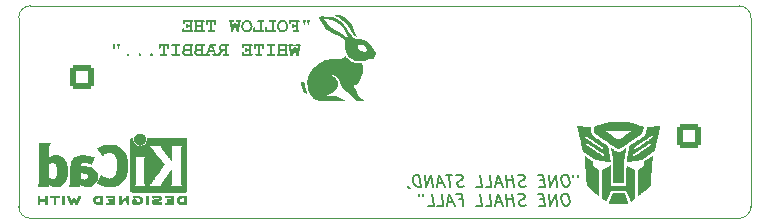
<source format=gbo>
G04 #@! TF.GenerationSoftware,KiCad,Pcbnew,9.0.4*
G04 #@! TF.CreationDate,2025-09-22T12:07:41+05:30*
G04 #@! TF.ProjectId,buck-converter-8A,6275636b-2d63-46f6-9e76-65727465722d,rev?*
G04 #@! TF.SameCoordinates,Original*
G04 #@! TF.FileFunction,Legend,Bot*
G04 #@! TF.FilePolarity,Positive*
%FSLAX46Y46*%
G04 Gerber Fmt 4.6, Leading zero omitted, Abs format (unit mm)*
G04 Created by KiCad (PCBNEW 9.0.4) date 2025-09-22 12:07:41*
%MOMM*%
%LPD*%
G01*
G04 APERTURE LIST*
G04 Aperture macros list*
%AMRoundRect*
0 Rectangle with rounded corners*
0 $1 Rounding radius*
0 $2 $3 $4 $5 $6 $7 $8 $9 X,Y pos of 4 corners*
0 Add a 4 corners polygon primitive as box body*
4,1,4,$2,$3,$4,$5,$6,$7,$8,$9,$2,$3,0*
0 Add four circle primitives for the rounded corners*
1,1,$1+$1,$2,$3*
1,1,$1+$1,$4,$5*
1,1,$1+$1,$6,$7*
1,1,$1+$1,$8,$9*
0 Add four rect primitives between the rounded corners*
20,1,$1+$1,$2,$3,$4,$5,0*
20,1,$1+$1,$4,$5,$6,$7,0*
20,1,$1+$1,$6,$7,$8,$9,0*
20,1,$1+$1,$8,$9,$2,$3,0*%
G04 Aperture macros list end*
%ADD10C,0.200000*%
%ADD11C,0.160000*%
%ADD12C,0.000000*%
%ADD13C,0.010000*%
%ADD14RoundRect,0.250001X-0.799999X0.799999X-0.799999X-0.799999X0.799999X-0.799999X0.799999X0.799999X0*%
%ADD15C,2.100000*%
%ADD16C,0.700000*%
%ADD17RoundRect,0.250001X0.799999X-0.799999X0.799999X0.799999X-0.799999X0.799999X-0.799999X-0.799999X0*%
G04 #@! TA.AperFunction,Profile*
%ADD18C,0.050000*%
G04 #@! TD*
G04 APERTURE END LIST*
D10*
G36*
X134056191Y-81745154D02*
G01*
X133839817Y-81745154D01*
X133893086Y-82148740D01*
X133900206Y-82176862D01*
X133910745Y-82192411D01*
X133925840Y-82201519D01*
X133945549Y-82204721D01*
X133965897Y-82201476D01*
X133980794Y-82192411D01*
X133991030Y-82177011D01*
X133998013Y-82149546D01*
X134056191Y-81745154D01*
G37*
G36*
X133706167Y-81745154D02*
G01*
X133489792Y-81745154D01*
X133543062Y-82148740D01*
X133550076Y-82176913D01*
X133560281Y-82192411D01*
X133575178Y-82201476D01*
X133595525Y-82204721D01*
X133615872Y-82201476D01*
X133630769Y-82192411D01*
X133641006Y-82177011D01*
X133647988Y-82149546D01*
X133706167Y-81745154D01*
G37*
G36*
X132877011Y-82345405D02*
G01*
X132877011Y-82589257D01*
X132704894Y-82589257D01*
X132649760Y-82596007D01*
X132618432Y-82612631D01*
X132599169Y-82639219D01*
X132592566Y-82673667D01*
X132599167Y-82708128D01*
X132618432Y-82734777D01*
X132649753Y-82751347D01*
X132704894Y-82758078D01*
X133071331Y-82758078D01*
X133126419Y-82751352D01*
X133157793Y-82734777D01*
X133177000Y-82708134D01*
X133183585Y-82673667D01*
X133176902Y-82639250D01*
X133157353Y-82612631D01*
X133125758Y-82595964D01*
X133071331Y-82589257D01*
X133045099Y-82589257D01*
X133045099Y-81932732D01*
X133071331Y-81932732D01*
X133126419Y-81926006D01*
X133157793Y-81909431D01*
X133177000Y-81882789D01*
X133183585Y-81848322D01*
X133176998Y-81813868D01*
X133157793Y-81787285D01*
X133126411Y-81770656D01*
X133071331Y-81763911D01*
X132280277Y-81764717D01*
X132280277Y-82021832D01*
X132287031Y-82077171D01*
X132303651Y-82108587D01*
X132330234Y-82127792D01*
X132364688Y-82134379D01*
X132398398Y-82127834D01*
X132424918Y-82108587D01*
X132441539Y-82077171D01*
X132448292Y-82021832D01*
X132448292Y-81932732D01*
X132877011Y-81932732D01*
X132877011Y-82176584D01*
X132729440Y-82176584D01*
X132725421Y-82121496D01*
X132717130Y-82099208D01*
X132697956Y-82079744D01*
X132674397Y-82068119D01*
X132645030Y-82064037D01*
X132611325Y-82070598D01*
X132584799Y-82089902D01*
X132568181Y-82121257D01*
X132561425Y-82176584D01*
X132561425Y-82345405D01*
X132568178Y-82400744D01*
X132584799Y-82432160D01*
X132611432Y-82451370D01*
X132645836Y-82457952D01*
X132674667Y-82453895D01*
X132697978Y-82442293D01*
X132717130Y-82422781D01*
X132725421Y-82400493D01*
X132729440Y-82345405D01*
X132877011Y-82345405D01*
G37*
G36*
X131835698Y-81748090D02*
G01*
X131912507Y-81770779D01*
X131986166Y-81809062D01*
X132057674Y-81864515D01*
X132117802Y-81929826D01*
X132164052Y-82001334D01*
X132197331Y-82079921D01*
X132217805Y-82166868D01*
X132224883Y-82263779D01*
X132217796Y-82360711D01*
X132197307Y-82447565D01*
X132164021Y-82525963D01*
X132117778Y-82597199D01*
X132057674Y-82662163D01*
X131986166Y-82717617D01*
X131912507Y-82755900D01*
X131835698Y-82778589D01*
X131754398Y-82786214D01*
X131681906Y-82780331D01*
X131613620Y-82762919D01*
X131548559Y-82733851D01*
X131485947Y-82692364D01*
X131425256Y-82637104D01*
X131374311Y-82574822D01*
X131334926Y-82507245D01*
X131306521Y-82433607D01*
X131289056Y-82352872D01*
X131283034Y-82263779D01*
X131451048Y-82263779D01*
X131457210Y-82339350D01*
X131474926Y-82405788D01*
X131503666Y-82464703D01*
X131543739Y-82517303D01*
X131593562Y-82562542D01*
X131644701Y-82593306D01*
X131697931Y-82611352D01*
X131754398Y-82617394D01*
X131810381Y-82611350D01*
X131863319Y-82593267D01*
X131914351Y-82562379D01*
X131964252Y-82516863D01*
X132004343Y-82464045D01*
X132033057Y-82405108D01*
X132050731Y-82338875D01*
X132056868Y-82263779D01*
X132050735Y-82188650D01*
X132033066Y-82122325D01*
X132004351Y-82063250D01*
X131964252Y-82010255D01*
X131914324Y-81964520D01*
X131863285Y-81933501D01*
X131810358Y-81915350D01*
X131754398Y-81909285D01*
X131697955Y-81915348D01*
X131644735Y-81933462D01*
X131593589Y-81964357D01*
X131543739Y-82009815D01*
X131503651Y-82062628D01*
X131474912Y-82121696D01*
X131457204Y-82188215D01*
X131451048Y-82263779D01*
X131283034Y-82263779D01*
X131289065Y-82174294D01*
X131306549Y-82093287D01*
X131334967Y-82019485D01*
X131374347Y-81951838D01*
X131425256Y-81889574D01*
X131485947Y-81834314D01*
X131548559Y-81792827D01*
X131613620Y-81763759D01*
X131681906Y-81746347D01*
X131754398Y-81740464D01*
X131835698Y-81748090D01*
G37*
G36*
X130817824Y-81932732D02*
G01*
X130817824Y-82589257D01*
X130455490Y-82589257D01*
X130455490Y-82429815D01*
X130448734Y-82374488D01*
X130432116Y-82343133D01*
X130405478Y-82323865D01*
X130371080Y-82317268D01*
X130337313Y-82323832D01*
X130310776Y-82343133D01*
X130294158Y-82374488D01*
X130287402Y-82429815D01*
X130287402Y-82758078D01*
X131083439Y-82758078D01*
X131138526Y-82751352D01*
X131169900Y-82734777D01*
X131189108Y-82708134D01*
X131195693Y-82673667D01*
X131189105Y-82639213D01*
X131169900Y-82612631D01*
X131138519Y-82596002D01*
X131083439Y-82589257D01*
X130985839Y-82589257D01*
X130985839Y-81932732D01*
X131083439Y-81932732D01*
X131138526Y-81926006D01*
X131169900Y-81909431D01*
X131189108Y-81882789D01*
X131195693Y-81848322D01*
X131189105Y-81813868D01*
X131169900Y-81787285D01*
X131138519Y-81770656D01*
X131083439Y-81763911D01*
X130719419Y-81763911D01*
X130664286Y-81770661D01*
X130632957Y-81787285D01*
X130613752Y-81813868D01*
X130607165Y-81848322D01*
X130613750Y-81882789D01*
X130632957Y-81909431D01*
X130664278Y-81926001D01*
X130719419Y-81932732D01*
X130817824Y-81932732D01*
G37*
G36*
X129810762Y-81932732D02*
G01*
X129810762Y-82589257D01*
X129448428Y-82589257D01*
X129448428Y-82429815D01*
X129441672Y-82374488D01*
X129425054Y-82343133D01*
X129398415Y-82323865D01*
X129364018Y-82317268D01*
X129330251Y-82323832D01*
X129303714Y-82343133D01*
X129287096Y-82374488D01*
X129280340Y-82429815D01*
X129280340Y-82758078D01*
X130076376Y-82758078D01*
X130131464Y-82751352D01*
X130162838Y-82734777D01*
X130182046Y-82708134D01*
X130188630Y-82673667D01*
X130182043Y-82639213D01*
X130162838Y-82612631D01*
X130131456Y-82596002D01*
X130076376Y-82589257D01*
X129978777Y-82589257D01*
X129978777Y-81932732D01*
X130076376Y-81932732D01*
X130131464Y-81926006D01*
X130162838Y-81909431D01*
X130182046Y-81882789D01*
X130188630Y-81848322D01*
X130182043Y-81813868D01*
X130162838Y-81787285D01*
X130131456Y-81770656D01*
X130076376Y-81763911D01*
X129712357Y-81763911D01*
X129657224Y-81770661D01*
X129625895Y-81787285D01*
X129606690Y-81813868D01*
X129600103Y-81848322D01*
X129606688Y-81882789D01*
X129625895Y-81909431D01*
X129657216Y-81926001D01*
X129712357Y-81932732D01*
X129810762Y-81932732D01*
G37*
G36*
X128814512Y-81748090D02*
G01*
X128891320Y-81770779D01*
X128964980Y-81809062D01*
X129036488Y-81864515D01*
X129096616Y-81929826D01*
X129142866Y-82001334D01*
X129176145Y-82079921D01*
X129196619Y-82166868D01*
X129203697Y-82263779D01*
X129196610Y-82360711D01*
X129176121Y-82447565D01*
X129142834Y-82525963D01*
X129096592Y-82597199D01*
X129036488Y-82662163D01*
X128964980Y-82717617D01*
X128891320Y-82755900D01*
X128814512Y-82778589D01*
X128733212Y-82786214D01*
X128660720Y-82780331D01*
X128592434Y-82762919D01*
X128527372Y-82733851D01*
X128464760Y-82692364D01*
X128404070Y-82637104D01*
X128353124Y-82574822D01*
X128313739Y-82507245D01*
X128285334Y-82433607D01*
X128267869Y-82352872D01*
X128261847Y-82263779D01*
X128429862Y-82263779D01*
X128436023Y-82339350D01*
X128453740Y-82405788D01*
X128482479Y-82464703D01*
X128522552Y-82517303D01*
X128572376Y-82562542D01*
X128623515Y-82593306D01*
X128676745Y-82611352D01*
X128733212Y-82617394D01*
X128789195Y-82611350D01*
X128842133Y-82593267D01*
X128893165Y-82562379D01*
X128943065Y-82516863D01*
X128983156Y-82464045D01*
X129011870Y-82405108D01*
X129029544Y-82338875D01*
X129035682Y-82263779D01*
X129029548Y-82188650D01*
X129011880Y-82122325D01*
X128983165Y-82063250D01*
X128943065Y-82010255D01*
X128893138Y-81964520D01*
X128842099Y-81933501D01*
X128789172Y-81915350D01*
X128733212Y-81909285D01*
X128676768Y-81915348D01*
X128623549Y-81933462D01*
X128572403Y-81964357D01*
X128522552Y-82009815D01*
X128482465Y-82062628D01*
X128453725Y-82121696D01*
X128436017Y-82188215D01*
X128429862Y-82263779D01*
X128261847Y-82263779D01*
X128267879Y-82174294D01*
X128285362Y-82093287D01*
X128313781Y-82019485D01*
X128353161Y-81951838D01*
X128404070Y-81889574D01*
X128464760Y-81834314D01*
X128527372Y-81792827D01*
X128592434Y-81763759D01*
X128660720Y-81746347D01*
X128733212Y-81740464D01*
X128814512Y-81748090D01*
G37*
G36*
X127726150Y-82278726D02*
G01*
X127881854Y-82758078D01*
X128070385Y-82758078D01*
X128170403Y-81932732D01*
X128205245Y-81926808D01*
X128228655Y-81910604D01*
X128243070Y-81885453D01*
X128248292Y-81850666D01*
X128241744Y-81816006D01*
X128222500Y-81788458D01*
X128190983Y-81770957D01*
X128135965Y-81763911D01*
X127912189Y-81763911D01*
X127857056Y-81770661D01*
X127825727Y-81787285D01*
X127806523Y-81813868D01*
X127799935Y-81848322D01*
X127806520Y-81882789D01*
X127825727Y-81909431D01*
X127857048Y-81926001D01*
X127912189Y-81932732D01*
X127999897Y-81932732D01*
X127944210Y-82400653D01*
X127812172Y-82007763D01*
X127637563Y-82007763D01*
X127506404Y-82400653D01*
X127450717Y-81932732D01*
X127538425Y-81932732D01*
X127593566Y-81926001D01*
X127624887Y-81909431D01*
X127644094Y-81882789D01*
X127650679Y-81848322D01*
X127644091Y-81813868D01*
X127624887Y-81787285D01*
X127593558Y-81770661D01*
X127538425Y-81763911D01*
X127315455Y-81763911D01*
X127260322Y-81770661D01*
X127228993Y-81787285D01*
X127209731Y-81813874D01*
X127203128Y-81848322D01*
X127208516Y-81883226D01*
X127223644Y-81909431D01*
X127247767Y-81926567D01*
X127282629Y-81932732D01*
X127379349Y-82758078D01*
X127564656Y-82758078D01*
X127726150Y-82278726D01*
G37*
G36*
X125630839Y-81932732D02*
G01*
X125630839Y-82589257D01*
X125517706Y-82589257D01*
X125462573Y-82596007D01*
X125431244Y-82612631D01*
X125412039Y-82639213D01*
X125405452Y-82673667D01*
X125412037Y-82708134D01*
X125431244Y-82734777D01*
X125462565Y-82751347D01*
X125517706Y-82758078D01*
X125911181Y-82758078D01*
X125966334Y-82751349D01*
X125997716Y-82734777D01*
X126016924Y-82708134D01*
X126023508Y-82673667D01*
X126016921Y-82639213D01*
X125997716Y-82612631D01*
X125966326Y-82596004D01*
X125911181Y-82589257D01*
X125798927Y-82589257D01*
X125798927Y-81932732D01*
X125980864Y-81932732D01*
X125980864Y-82092174D01*
X125987617Y-82147513D01*
X126004238Y-82178929D01*
X126030870Y-82198139D01*
X126065274Y-82204721D01*
X126099047Y-82198173D01*
X126125577Y-82178929D01*
X126142198Y-82147513D01*
X126148951Y-82092174D01*
X126148951Y-81763911D01*
X125278323Y-81763911D01*
X125278323Y-82092174D01*
X125285077Y-82147513D01*
X125301697Y-82178929D01*
X125328340Y-82198136D01*
X125362807Y-82204721D01*
X125396517Y-82198176D01*
X125423037Y-82178929D01*
X125439658Y-82147513D01*
X125446411Y-82092174D01*
X125446411Y-81932732D01*
X125630839Y-81932732D01*
G37*
G36*
X124521342Y-82345405D02*
G01*
X124880379Y-82345405D01*
X124880379Y-82589257D01*
X124854147Y-82589257D01*
X124799014Y-82596007D01*
X124767685Y-82612631D01*
X124748423Y-82639219D01*
X124741820Y-82673667D01*
X124748420Y-82708128D01*
X124767685Y-82734777D01*
X124799006Y-82751347D01*
X124854147Y-82758078D01*
X125059897Y-82758078D01*
X125115050Y-82751349D01*
X125146432Y-82734777D01*
X125165640Y-82708134D01*
X125172224Y-82673667D01*
X125168149Y-82650331D01*
X125155443Y-82627787D01*
X125132071Y-82605157D01*
X125106316Y-82594279D01*
X125048393Y-82589257D01*
X125048393Y-81932732D01*
X125088591Y-81926419D01*
X125115218Y-81909431D01*
X125131924Y-81883057D01*
X125137786Y-81848322D01*
X125131199Y-81813868D01*
X125111994Y-81787285D01*
X125080604Y-81770658D01*
X125025459Y-81763911D01*
X124854147Y-81763911D01*
X124799014Y-81770661D01*
X124767685Y-81787285D01*
X124748423Y-81813874D01*
X124741820Y-81848322D01*
X124748420Y-81882783D01*
X124767685Y-81909431D01*
X124799006Y-81926001D01*
X124854147Y-81932732D01*
X124880379Y-81932732D01*
X124880379Y-82176584D01*
X124521342Y-82176584D01*
X124521342Y-81932732D01*
X124547573Y-81932732D01*
X124602714Y-81926001D01*
X124634035Y-81909431D01*
X124653242Y-81882789D01*
X124659827Y-81848322D01*
X124653240Y-81813868D01*
X124634035Y-81787285D01*
X124602706Y-81770661D01*
X124547573Y-81763911D01*
X124376188Y-81763911D01*
X124321120Y-81770659D01*
X124289799Y-81787285D01*
X124270537Y-81813874D01*
X124263934Y-81848322D01*
X124269797Y-81883057D01*
X124286502Y-81909431D01*
X124313068Y-81926416D01*
X124353254Y-81932732D01*
X124353254Y-82589257D01*
X124294680Y-82594132D01*
X124269649Y-82604498D01*
X124246257Y-82627537D01*
X124233558Y-82650300D01*
X124229496Y-82673667D01*
X124236097Y-82708128D01*
X124255361Y-82734777D01*
X124286682Y-82751347D01*
X124341823Y-82758078D01*
X124547573Y-82758078D01*
X124602714Y-82751347D01*
X124634035Y-82734777D01*
X124653242Y-82708134D01*
X124659827Y-82673667D01*
X124653144Y-82639250D01*
X124633596Y-82612631D01*
X124602000Y-82595964D01*
X124547573Y-82589257D01*
X124521342Y-82589257D01*
X124521342Y-82345405D01*
G37*
G36*
X123870825Y-82345405D02*
G01*
X123870825Y-82589257D01*
X123442106Y-82589257D01*
X123442106Y-82500157D01*
X123435350Y-82444830D01*
X123418732Y-82413475D01*
X123392093Y-82394207D01*
X123357695Y-82387610D01*
X123323941Y-82394176D01*
X123297465Y-82413475D01*
X123280847Y-82444830D01*
X123274091Y-82500157D01*
X123274091Y-82758078D01*
X124065145Y-82758078D01*
X124120286Y-82751347D01*
X124151607Y-82734777D01*
X124170814Y-82708134D01*
X124177399Y-82673667D01*
X124170715Y-82639250D01*
X124151167Y-82612631D01*
X124119572Y-82595964D01*
X124065145Y-82589257D01*
X124038913Y-82589257D01*
X124038913Y-81932732D01*
X124065145Y-81932732D01*
X124120286Y-81926001D01*
X124151607Y-81909431D01*
X124170814Y-81882789D01*
X124177399Y-81848322D01*
X124170812Y-81813868D01*
X124151607Y-81787285D01*
X124120278Y-81770661D01*
X124065145Y-81763911D01*
X123310947Y-81764717D01*
X123310947Y-82021832D01*
X123317606Y-82077210D01*
X123333955Y-82108587D01*
X123360226Y-82127783D01*
X123394552Y-82134379D01*
X123429019Y-82127794D01*
X123455661Y-82108587D01*
X123472282Y-82077171D01*
X123479035Y-82021832D01*
X123479035Y-81932732D01*
X123870825Y-81932732D01*
X123870825Y-82176584D01*
X123723254Y-82176584D01*
X123719234Y-82121496D01*
X123710944Y-82099208D01*
X123691769Y-82079744D01*
X123668211Y-82068119D01*
X123638843Y-82064037D01*
X123605139Y-82070598D01*
X123578613Y-82089902D01*
X123561995Y-82121257D01*
X123555239Y-82176584D01*
X123555239Y-82345405D01*
X123559485Y-82400488D01*
X123568355Y-82423294D01*
X123587951Y-82442624D01*
X123611054Y-82454013D01*
X123638843Y-82457952D01*
X123668211Y-82453870D01*
X123691769Y-82442245D01*
X123710944Y-82422781D01*
X123719234Y-82400493D01*
X123723254Y-82345405D01*
X123870825Y-82345405D01*
G37*
G36*
X132761460Y-84294726D02*
G01*
X132917165Y-84774078D01*
X133105696Y-84774078D01*
X133205713Y-83948732D01*
X133240556Y-83942808D01*
X133263965Y-83926604D01*
X133278381Y-83901453D01*
X133283603Y-83866666D01*
X133277054Y-83832006D01*
X133257810Y-83804458D01*
X133226293Y-83786957D01*
X133171275Y-83779911D01*
X132947500Y-83779911D01*
X132892367Y-83786661D01*
X132861038Y-83803285D01*
X132841833Y-83829868D01*
X132835246Y-83864322D01*
X132841831Y-83898789D01*
X132861038Y-83925431D01*
X132892359Y-83942001D01*
X132947500Y-83948732D01*
X133035208Y-83948732D01*
X132979520Y-84416653D01*
X132847482Y-84023763D01*
X132672873Y-84023763D01*
X132541715Y-84416653D01*
X132486027Y-83948732D01*
X132573735Y-83948732D01*
X132628876Y-83942001D01*
X132660197Y-83925431D01*
X132679404Y-83898789D01*
X132685989Y-83864322D01*
X132679402Y-83829868D01*
X132660197Y-83803285D01*
X132628868Y-83786661D01*
X132573735Y-83779911D01*
X132350766Y-83779911D01*
X132295633Y-83786661D01*
X132264304Y-83803285D01*
X132245042Y-83829874D01*
X132238439Y-83864322D01*
X132243826Y-83899226D01*
X132258955Y-83925431D01*
X132283077Y-83942567D01*
X132317940Y-83948732D01*
X132414660Y-84774078D01*
X132599967Y-84774078D01*
X132761460Y-84294726D01*
G37*
G36*
X131570776Y-84361405D02*
G01*
X131929813Y-84361405D01*
X131929813Y-84605257D01*
X131903582Y-84605257D01*
X131848448Y-84612007D01*
X131817120Y-84628631D01*
X131797858Y-84655219D01*
X131791254Y-84689667D01*
X131797855Y-84724128D01*
X131817120Y-84750777D01*
X131848441Y-84767347D01*
X131903582Y-84774078D01*
X132109332Y-84774078D01*
X132164484Y-84767349D01*
X132195867Y-84750777D01*
X132215074Y-84724134D01*
X132221659Y-84689667D01*
X132217584Y-84666331D01*
X132204878Y-84643787D01*
X132181506Y-84621157D01*
X132155750Y-84610279D01*
X132097828Y-84605257D01*
X132097828Y-83948732D01*
X132138026Y-83942419D01*
X132164653Y-83925431D01*
X132181358Y-83899057D01*
X132187221Y-83864322D01*
X132180634Y-83829868D01*
X132161429Y-83803285D01*
X132130038Y-83786658D01*
X132074894Y-83779911D01*
X131903582Y-83779911D01*
X131848448Y-83786661D01*
X131817120Y-83803285D01*
X131797858Y-83829874D01*
X131791254Y-83864322D01*
X131797855Y-83898783D01*
X131817120Y-83925431D01*
X131848441Y-83942001D01*
X131903582Y-83948732D01*
X131929813Y-83948732D01*
X131929813Y-84192584D01*
X131570776Y-84192584D01*
X131570776Y-83948732D01*
X131597008Y-83948732D01*
X131652149Y-83942001D01*
X131683470Y-83925431D01*
X131702677Y-83898789D01*
X131709262Y-83864322D01*
X131702675Y-83829868D01*
X131683470Y-83803285D01*
X131652141Y-83786661D01*
X131597008Y-83779911D01*
X131425623Y-83779911D01*
X131370554Y-83786659D01*
X131339234Y-83803285D01*
X131319972Y-83829874D01*
X131313369Y-83864322D01*
X131319231Y-83899057D01*
X131335937Y-83925431D01*
X131362503Y-83942416D01*
X131402688Y-83948732D01*
X131402688Y-84605257D01*
X131344114Y-84610132D01*
X131319084Y-84620498D01*
X131295691Y-84643537D01*
X131282993Y-84666300D01*
X131278930Y-84689667D01*
X131285531Y-84724128D01*
X131304796Y-84750777D01*
X131336117Y-84767347D01*
X131391258Y-84774078D01*
X131597008Y-84774078D01*
X131652149Y-84767347D01*
X131683470Y-84750777D01*
X131702677Y-84724134D01*
X131709262Y-84689667D01*
X131702579Y-84655250D01*
X131683030Y-84628631D01*
X131651435Y-84611964D01*
X131597008Y-84605257D01*
X131570776Y-84605257D01*
X131570776Y-84361405D01*
G37*
G36*
X130663732Y-83948732D02*
G01*
X130663732Y-84605257D01*
X130494032Y-84605257D01*
X130438899Y-84612007D01*
X130407570Y-84628631D01*
X130388308Y-84655219D01*
X130381704Y-84689667D01*
X130388305Y-84724128D01*
X130407570Y-84750777D01*
X130438891Y-84767347D01*
X130494032Y-84774078D01*
X131001446Y-84774078D01*
X131056587Y-84767347D01*
X131087908Y-84750777D01*
X131107115Y-84724134D01*
X131113700Y-84689667D01*
X131107113Y-84655213D01*
X131087908Y-84628631D01*
X131056579Y-84612007D01*
X131001446Y-84605257D01*
X130831746Y-84605257D01*
X130831746Y-83948732D01*
X131001446Y-83948732D01*
X131056587Y-83942001D01*
X131087908Y-83925431D01*
X131107115Y-83898789D01*
X131113700Y-83864322D01*
X131107113Y-83829868D01*
X131087908Y-83803285D01*
X131056579Y-83786661D01*
X131001446Y-83779911D01*
X130494032Y-83779911D01*
X130438899Y-83786661D01*
X130407570Y-83803285D01*
X130388308Y-83829874D01*
X130381704Y-83864322D01*
X130388305Y-83898783D01*
X130407570Y-83925431D01*
X130438891Y-83942001D01*
X130494032Y-83948732D01*
X130663732Y-83948732D01*
G37*
G36*
X129659088Y-83948732D02*
G01*
X129659088Y-84605257D01*
X129545954Y-84605257D01*
X129490821Y-84612007D01*
X129459492Y-84628631D01*
X129440287Y-84655213D01*
X129433700Y-84689667D01*
X129440285Y-84724134D01*
X129459492Y-84750777D01*
X129490813Y-84767347D01*
X129545954Y-84774078D01*
X129939429Y-84774078D01*
X129994582Y-84767349D01*
X130025965Y-84750777D01*
X130045172Y-84724134D01*
X130051757Y-84689667D01*
X130045170Y-84655213D01*
X130025965Y-84628631D01*
X129994574Y-84612004D01*
X129939429Y-84605257D01*
X129827175Y-84605257D01*
X129827175Y-83948732D01*
X130009112Y-83948732D01*
X130009112Y-84108174D01*
X130015865Y-84163513D01*
X130032486Y-84194929D01*
X130059118Y-84214139D01*
X130093522Y-84220721D01*
X130127296Y-84214173D01*
X130153826Y-84194929D01*
X130170447Y-84163513D01*
X130177200Y-84108174D01*
X130177200Y-83779911D01*
X129306572Y-83779911D01*
X129306572Y-84108174D01*
X129313325Y-84163513D01*
X129329946Y-84194929D01*
X129356588Y-84214136D01*
X129391055Y-84220721D01*
X129424766Y-84214176D01*
X129451286Y-84194929D01*
X129467907Y-84163513D01*
X129474660Y-84108174D01*
X129474660Y-83948732D01*
X129659088Y-83948732D01*
G37*
G36*
X128906136Y-84361405D02*
G01*
X128906136Y-84605257D01*
X128477416Y-84605257D01*
X128477416Y-84516157D01*
X128470660Y-84460830D01*
X128454042Y-84429475D01*
X128427404Y-84410207D01*
X128393006Y-84403610D01*
X128359252Y-84410176D01*
X128332776Y-84429475D01*
X128316158Y-84460830D01*
X128309402Y-84516157D01*
X128309402Y-84774078D01*
X129100455Y-84774078D01*
X129155596Y-84767347D01*
X129186917Y-84750777D01*
X129206125Y-84724134D01*
X129212709Y-84689667D01*
X129206026Y-84655250D01*
X129186478Y-84628631D01*
X129154882Y-84611964D01*
X129100455Y-84605257D01*
X129074224Y-84605257D01*
X129074224Y-83948732D01*
X129100455Y-83948732D01*
X129155596Y-83942001D01*
X129186917Y-83925431D01*
X129206125Y-83898789D01*
X129212709Y-83864322D01*
X129206122Y-83829868D01*
X129186917Y-83803285D01*
X129155588Y-83786661D01*
X129100455Y-83779911D01*
X128346258Y-83780717D01*
X128346258Y-84037832D01*
X128352917Y-84093210D01*
X128369265Y-84124587D01*
X128395536Y-84143783D01*
X128429862Y-84150379D01*
X128464329Y-84143794D01*
X128490972Y-84124587D01*
X128507592Y-84093171D01*
X128514346Y-84037832D01*
X128514346Y-83948732D01*
X128906136Y-83948732D01*
X128906136Y-84192584D01*
X128758564Y-84192584D01*
X128754545Y-84137496D01*
X128746254Y-84115208D01*
X128727080Y-84095744D01*
X128703521Y-84084119D01*
X128674154Y-84080037D01*
X128640450Y-84086598D01*
X128613924Y-84105902D01*
X128597306Y-84137257D01*
X128590549Y-84192584D01*
X128590549Y-84361405D01*
X128594796Y-84416488D01*
X128603665Y-84439294D01*
X128623262Y-84458624D01*
X128646364Y-84470013D01*
X128674154Y-84473952D01*
X128703521Y-84469870D01*
X128727080Y-84458245D01*
X128746254Y-84438781D01*
X128754545Y-84416493D01*
X128758564Y-84361405D01*
X128906136Y-84361405D01*
G37*
G36*
X127142282Y-83786658D02*
G01*
X127173672Y-83803285D01*
X127192877Y-83829868D01*
X127199464Y-83864322D01*
X127192880Y-83898789D01*
X127173672Y-83925431D01*
X127142290Y-83942004D01*
X127087137Y-83948732D01*
X127060905Y-83948732D01*
X127060905Y-84605257D01*
X127087137Y-84605257D01*
X127141629Y-84611966D01*
X127173233Y-84628631D01*
X127192781Y-84655250D01*
X127199464Y-84689667D01*
X127192880Y-84724134D01*
X127173672Y-84750777D01*
X127142290Y-84767349D01*
X127087137Y-84774078D01*
X126832221Y-84774078D01*
X126777080Y-84767347D01*
X126745759Y-84750777D01*
X126726494Y-84724128D01*
X126719894Y-84689667D01*
X126726497Y-84655219D01*
X126745759Y-84628631D01*
X126777088Y-84612007D01*
X126832221Y-84605257D01*
X126892817Y-84605257D01*
X126892817Y-84394231D01*
X126726415Y-84394231D01*
X126668201Y-84431170D01*
X126594974Y-84498915D01*
X126502895Y-84608763D01*
X126387894Y-84774078D01*
X126291980Y-84774078D01*
X126236897Y-84767332D01*
X126205884Y-84750777D01*
X126186963Y-84724165D01*
X126180459Y-84689667D01*
X126189106Y-84654777D01*
X126217388Y-84621157D01*
X126243821Y-84610248D01*
X126301799Y-84605257D01*
X126403501Y-84459444D01*
X126464507Y-84390808D01*
X126517441Y-84339863D01*
X126458221Y-84303029D01*
X126412736Y-84264903D01*
X126378882Y-84225484D01*
X126353271Y-84180803D01*
X126338072Y-84133458D01*
X126332940Y-84082455D01*
X126333503Y-84076886D01*
X126501027Y-84076886D01*
X126507215Y-84107725D01*
X126527699Y-84141366D01*
X126562364Y-84170377D01*
X126631380Y-84203355D01*
X126691244Y-84219658D01*
X126761659Y-84225410D01*
X126892817Y-84225410D01*
X126892817Y-83948732D01*
X126700183Y-83948732D01*
X126636244Y-83953934D01*
X126587986Y-83967932D01*
X126551879Y-83989179D01*
X126522198Y-84018702D01*
X126506142Y-84047564D01*
X126501027Y-84076886D01*
X126333503Y-84076886D01*
X126339096Y-84021550D01*
X126357157Y-83966332D01*
X126387333Y-83915464D01*
X126430905Y-83868059D01*
X126481960Y-83831154D01*
X126543473Y-83803712D01*
X126617536Y-83786186D01*
X126706778Y-83779911D01*
X127087137Y-83779911D01*
X127142282Y-83786658D01*
G37*
G36*
X126038488Y-83786661D02*
G01*
X126069817Y-83803285D01*
X126089022Y-83829868D01*
X126095609Y-83864322D01*
X126089024Y-83898789D01*
X126069817Y-83925431D01*
X126038496Y-83942001D01*
X125983355Y-83948732D01*
X125873519Y-83948732D01*
X126137448Y-84605257D01*
X126194200Y-84612005D01*
X126226767Y-84628631D01*
X126247004Y-84655324D01*
X126253878Y-84689667D01*
X126247277Y-84724128D01*
X126228013Y-84750777D01*
X126196692Y-84767347D01*
X126141551Y-84774078D01*
X125915284Y-84774078D01*
X125860143Y-84767347D01*
X125828822Y-84750777D01*
X125809558Y-84724128D01*
X125802957Y-84689667D01*
X125809560Y-84655219D01*
X125828822Y-84628631D01*
X125860151Y-84612007D01*
X125915284Y-84605257D01*
X125956317Y-84605257D01*
X125915284Y-84497399D01*
X125507081Y-84497399D01*
X125466928Y-84605257D01*
X125507887Y-84605257D01*
X125563032Y-84612004D01*
X125594422Y-84628631D01*
X125613627Y-84655213D01*
X125620215Y-84689667D01*
X125613630Y-84724134D01*
X125594422Y-84750777D01*
X125563040Y-84767349D01*
X125507887Y-84774078D01*
X125281621Y-84774078D01*
X125226550Y-84767329D01*
X125195598Y-84750777D01*
X125176677Y-84724165D01*
X125170173Y-84689667D01*
X125178955Y-84654724D01*
X125207908Y-84620498D01*
X125232276Y-84610031D01*
X125285724Y-84605257D01*
X125397854Y-84328579D01*
X125576764Y-84328579D01*
X125848093Y-84328579D01*
X125712025Y-84001855D01*
X125576764Y-84328579D01*
X125397854Y-84328579D01*
X125620215Y-83779911D01*
X125983355Y-83779911D01*
X126038488Y-83786661D01*
G37*
G36*
X125129770Y-83786658D02*
G01*
X125161160Y-83803285D01*
X125180365Y-83829868D01*
X125186952Y-83864322D01*
X125180367Y-83898789D01*
X125161160Y-83925431D01*
X125129777Y-83942004D01*
X125074625Y-83948732D01*
X125048393Y-83948732D01*
X125048393Y-84605257D01*
X125074625Y-84605257D01*
X125129117Y-84611966D01*
X125160720Y-84628631D01*
X125180269Y-84655250D01*
X125186952Y-84689667D01*
X125180367Y-84724134D01*
X125161160Y-84750777D01*
X125129777Y-84767349D01*
X125074625Y-84774078D01*
X124581132Y-84774078D01*
X124494342Y-84768152D01*
X124429531Y-84752389D01*
X124372465Y-84726840D01*
X124327095Y-84696188D01*
X124298912Y-84667962D01*
X124274632Y-84629803D01*
X124253142Y-84572832D01*
X124245909Y-84510955D01*
X124246004Y-84509856D01*
X124413924Y-84509856D01*
X124422078Y-84547712D01*
X124445870Y-84575068D01*
X124475685Y-84590201D01*
X124521769Y-84601002D01*
X124590145Y-84605257D01*
X124880379Y-84605257D01*
X124880379Y-84361405D01*
X124658215Y-84361405D01*
X124580826Y-84367663D01*
X124521795Y-84384576D01*
X124477085Y-84410351D01*
X124439498Y-84446166D01*
X124419932Y-84478821D01*
X124413924Y-84509856D01*
X124246004Y-84509856D01*
X124250458Y-84458523D01*
X124263746Y-84410870D01*
X124285696Y-84367047D01*
X124315411Y-84327776D01*
X124354664Y-84290781D01*
X124404911Y-84255965D01*
X124366506Y-84212482D01*
X124340138Y-84166646D01*
X124324195Y-84116892D01*
X124318815Y-84063404D01*
X124319243Y-84059228D01*
X124486903Y-84059228D01*
X124491715Y-84090356D01*
X124506044Y-84117791D01*
X124531160Y-84142685D01*
X124577211Y-84169793D01*
X124631472Y-84186640D01*
X124695951Y-84192584D01*
X124880379Y-84192584D01*
X124880379Y-83948732D01*
X124661512Y-83948732D01*
X124601421Y-83953190D01*
X124558592Y-83964849D01*
X124528742Y-83981925D01*
X124504740Y-84006246D01*
X124491317Y-84031694D01*
X124486903Y-84059228D01*
X124319243Y-84059228D01*
X124324514Y-84007789D01*
X124341328Y-83956711D01*
X124369593Y-83909002D01*
X124410626Y-83863882D01*
X124458711Y-83828044D01*
X124514188Y-83801963D01*
X124578450Y-83785652D01*
X124653306Y-83779911D01*
X125074625Y-83779911D01*
X125129770Y-83786658D01*
G37*
G36*
X124122707Y-83786658D02*
G01*
X124154098Y-83803285D01*
X124173303Y-83829868D01*
X124179890Y-83864322D01*
X124173305Y-83898789D01*
X124154098Y-83925431D01*
X124122715Y-83942004D01*
X124067563Y-83948732D01*
X124041331Y-83948732D01*
X124041331Y-84605257D01*
X124067563Y-84605257D01*
X124122054Y-84611966D01*
X124153658Y-84628631D01*
X124173207Y-84655250D01*
X124179890Y-84689667D01*
X124173305Y-84724134D01*
X124154098Y-84750777D01*
X124122715Y-84767349D01*
X124067563Y-84774078D01*
X123574070Y-84774078D01*
X123487280Y-84768152D01*
X123422469Y-84752389D01*
X123365403Y-84726840D01*
X123320033Y-84696188D01*
X123291850Y-84667962D01*
X123267570Y-84629803D01*
X123246080Y-84572832D01*
X123238847Y-84510955D01*
X123238942Y-84509856D01*
X123406861Y-84509856D01*
X123415016Y-84547712D01*
X123438808Y-84575068D01*
X123468622Y-84590201D01*
X123514706Y-84601002D01*
X123583083Y-84605257D01*
X123873316Y-84605257D01*
X123873316Y-84361405D01*
X123651153Y-84361405D01*
X123573764Y-84367663D01*
X123514733Y-84384576D01*
X123470023Y-84410351D01*
X123432436Y-84446166D01*
X123412870Y-84478821D01*
X123406861Y-84509856D01*
X123238942Y-84509856D01*
X123243396Y-84458523D01*
X123256684Y-84410870D01*
X123278634Y-84367047D01*
X123308349Y-84327776D01*
X123347602Y-84290781D01*
X123397849Y-84255965D01*
X123359444Y-84212482D01*
X123333076Y-84166646D01*
X123317133Y-84116892D01*
X123311753Y-84063404D01*
X123312181Y-84059228D01*
X123479841Y-84059228D01*
X123484652Y-84090356D01*
X123498982Y-84117791D01*
X123524098Y-84142685D01*
X123570149Y-84169793D01*
X123624410Y-84186640D01*
X123688889Y-84192584D01*
X123873316Y-84192584D01*
X123873316Y-83948732D01*
X123654450Y-83948732D01*
X123594358Y-83953190D01*
X123551530Y-83964849D01*
X123521680Y-83981925D01*
X123497678Y-84006246D01*
X123484255Y-84031694D01*
X123479841Y-84059228D01*
X123312181Y-84059228D01*
X123317452Y-84007789D01*
X123334265Y-83956711D01*
X123362531Y-83909002D01*
X123403564Y-83863882D01*
X123451649Y-83828044D01*
X123507126Y-83801963D01*
X123571388Y-83785652D01*
X123646244Y-83779911D01*
X124067563Y-83779911D01*
X124122707Y-83786658D01*
G37*
G36*
X122607235Y-83948732D02*
G01*
X122607235Y-84605257D01*
X122437535Y-84605257D01*
X122382402Y-84612007D01*
X122351073Y-84628631D01*
X122331811Y-84655219D01*
X122325208Y-84689667D01*
X122331808Y-84724128D01*
X122351073Y-84750777D01*
X122382394Y-84767347D01*
X122437535Y-84774078D01*
X122944949Y-84774078D01*
X123000090Y-84767347D01*
X123031411Y-84750777D01*
X123050619Y-84724134D01*
X123057203Y-84689667D01*
X123050616Y-84655213D01*
X123031411Y-84628631D01*
X123000082Y-84612007D01*
X122944949Y-84605257D01*
X122775249Y-84605257D01*
X122775249Y-83948732D01*
X122944949Y-83948732D01*
X123000090Y-83942001D01*
X123031411Y-83925431D01*
X123050619Y-83898789D01*
X123057203Y-83864322D01*
X123050616Y-83829868D01*
X123031411Y-83803285D01*
X123000082Y-83786661D01*
X122944949Y-83779911D01*
X122437535Y-83779911D01*
X122382402Y-83786661D01*
X122351073Y-83803285D01*
X122331811Y-83829874D01*
X122325208Y-83864322D01*
X122331808Y-83898783D01*
X122351073Y-83925431D01*
X122382394Y-83942001D01*
X122437535Y-83948732D01*
X122607235Y-83948732D01*
G37*
G36*
X121602591Y-83948732D02*
G01*
X121602591Y-84605257D01*
X121489457Y-84605257D01*
X121434324Y-84612007D01*
X121402995Y-84628631D01*
X121383791Y-84655213D01*
X121377203Y-84689667D01*
X121383788Y-84724134D01*
X121402995Y-84750777D01*
X121434316Y-84767347D01*
X121489457Y-84774078D01*
X121882933Y-84774078D01*
X121938085Y-84767349D01*
X121969468Y-84750777D01*
X121988675Y-84724134D01*
X121995260Y-84689667D01*
X121988673Y-84655213D01*
X121969468Y-84628631D01*
X121938077Y-84612004D01*
X121882933Y-84605257D01*
X121770679Y-84605257D01*
X121770679Y-83948732D01*
X121952615Y-83948732D01*
X121952615Y-84108174D01*
X121959368Y-84163513D01*
X121975989Y-84194929D01*
X122002622Y-84214139D01*
X122037025Y-84220721D01*
X122070799Y-84214173D01*
X122097329Y-84194929D01*
X122113950Y-84163513D01*
X122120703Y-84108174D01*
X122120703Y-83779911D01*
X121250075Y-83779911D01*
X121250075Y-84108174D01*
X121256828Y-84163513D01*
X121273449Y-84194929D01*
X121300092Y-84214136D01*
X121334559Y-84220721D01*
X121368269Y-84214176D01*
X121394789Y-84194929D01*
X121411410Y-84163513D01*
X121418163Y-84108174D01*
X121418163Y-83948732D01*
X121602591Y-83948732D01*
G37*
G36*
X120548780Y-84689667D02*
G01*
X120557251Y-84733890D01*
X120582413Y-84769974D01*
X120606620Y-84787369D01*
X120636917Y-84798288D01*
X120675030Y-84802214D01*
X120713144Y-84798290D01*
X120743467Y-84787372D01*
X120767720Y-84769974D01*
X120792824Y-84733895D01*
X120801279Y-84689667D01*
X120792822Y-84645452D01*
X120767720Y-84609433D01*
X120743462Y-84591994D01*
X120713138Y-84581052D01*
X120675030Y-84577120D01*
X120636922Y-84581054D01*
X120606626Y-84591996D01*
X120582413Y-84609433D01*
X120557253Y-84645458D01*
X120548780Y-84689667D01*
G37*
G36*
X119541718Y-84689667D02*
G01*
X119550189Y-84733890D01*
X119575351Y-84769974D01*
X119599558Y-84787369D01*
X119629855Y-84798288D01*
X119667967Y-84802214D01*
X119706082Y-84798290D01*
X119736405Y-84787372D01*
X119760658Y-84769974D01*
X119785762Y-84733895D01*
X119794217Y-84689667D01*
X119785760Y-84645452D01*
X119760658Y-84609433D01*
X119736400Y-84591994D01*
X119706076Y-84581052D01*
X119667967Y-84577120D01*
X119629860Y-84581054D01*
X119599564Y-84591996D01*
X119575351Y-84609433D01*
X119550191Y-84645458D01*
X119541718Y-84689667D01*
G37*
G36*
X118534656Y-84689667D02*
G01*
X118543127Y-84733890D01*
X118568288Y-84769974D01*
X118592496Y-84787369D01*
X118622792Y-84798288D01*
X118660905Y-84802214D01*
X118699020Y-84798290D01*
X118729343Y-84787372D01*
X118753596Y-84769974D01*
X118778700Y-84733895D01*
X118787155Y-84689667D01*
X118778698Y-84645452D01*
X118753596Y-84609433D01*
X118729337Y-84591994D01*
X118699014Y-84581052D01*
X118660905Y-84577120D01*
X118622798Y-84581054D01*
X118592502Y-84591996D01*
X118568288Y-84609433D01*
X118543129Y-84645458D01*
X118534656Y-84689667D01*
G37*
G36*
X117943198Y-83761154D02*
G01*
X117726823Y-83761154D01*
X117780092Y-84164740D01*
X117787212Y-84192862D01*
X117797751Y-84208411D01*
X117812846Y-84217519D01*
X117832556Y-84220721D01*
X117852903Y-84217476D01*
X117867800Y-84208411D01*
X117878037Y-84193011D01*
X117885019Y-84165546D01*
X117943198Y-83761154D01*
G37*
G36*
X117593173Y-83761154D02*
G01*
X117376799Y-83761154D01*
X117430068Y-84164740D01*
X117437083Y-84192913D01*
X117447287Y-84208411D01*
X117462184Y-84217476D01*
X117482531Y-84220721D01*
X117502879Y-84217476D01*
X117517776Y-84208411D01*
X117528012Y-84193011D01*
X117534995Y-84165546D01*
X117593173Y-83761154D01*
G37*
D11*
X156735213Y-94859355D02*
X156759022Y-95049831D01*
X156354260Y-94859355D02*
X156378070Y-95049831D01*
X155735212Y-94859355D02*
X155544736Y-94859355D01*
X155544736Y-94859355D02*
X155455451Y-94906974D01*
X155455451Y-94906974D02*
X155372117Y-95002212D01*
X155372117Y-95002212D02*
X155348308Y-95192688D01*
X155348308Y-95192688D02*
X155389974Y-95526021D01*
X155389974Y-95526021D02*
X155461403Y-95716497D01*
X155461403Y-95716497D02*
X155568546Y-95811736D01*
X155568546Y-95811736D02*
X155669736Y-95859355D01*
X155669736Y-95859355D02*
X155860212Y-95859355D01*
X155860212Y-95859355D02*
X155949498Y-95811736D01*
X155949498Y-95811736D02*
X156032832Y-95716497D01*
X156032832Y-95716497D02*
X156056641Y-95526021D01*
X156056641Y-95526021D02*
X156014974Y-95192688D01*
X156014974Y-95192688D02*
X155943546Y-95002212D01*
X155943546Y-95002212D02*
X155836403Y-94906974D01*
X155836403Y-94906974D02*
X155735212Y-94859355D01*
X155003070Y-95859355D02*
X154878070Y-94859355D01*
X154878070Y-94859355D02*
X154431641Y-95859355D01*
X154431641Y-95859355D02*
X154306641Y-94859355D01*
X153889974Y-95335545D02*
X153556641Y-95335545D01*
X153479260Y-95859355D02*
X153955451Y-95859355D01*
X153955451Y-95859355D02*
X153830451Y-94859355D01*
X153830451Y-94859355D02*
X153354260Y-94859355D01*
X152330450Y-95811736D02*
X152193546Y-95859355D01*
X152193546Y-95859355D02*
X151955450Y-95859355D01*
X151955450Y-95859355D02*
X151854260Y-95811736D01*
X151854260Y-95811736D02*
X151800688Y-95764116D01*
X151800688Y-95764116D02*
X151741165Y-95668878D01*
X151741165Y-95668878D02*
X151729260Y-95573640D01*
X151729260Y-95573640D02*
X151764974Y-95478402D01*
X151764974Y-95478402D02*
X151806641Y-95430783D01*
X151806641Y-95430783D02*
X151895927Y-95383164D01*
X151895927Y-95383164D02*
X152080450Y-95335545D01*
X152080450Y-95335545D02*
X152169736Y-95287926D01*
X152169736Y-95287926D02*
X152211403Y-95240307D01*
X152211403Y-95240307D02*
X152247117Y-95145069D01*
X152247117Y-95145069D02*
X152235212Y-95049831D01*
X152235212Y-95049831D02*
X152175688Y-94954593D01*
X152175688Y-94954593D02*
X152122117Y-94906974D01*
X152122117Y-94906974D02*
X152020927Y-94859355D01*
X152020927Y-94859355D02*
X151782831Y-94859355D01*
X151782831Y-94859355D02*
X151645927Y-94906974D01*
X151336403Y-95859355D02*
X151211403Y-94859355D01*
X151270926Y-95335545D02*
X150699498Y-95335545D01*
X150764974Y-95859355D02*
X150639974Y-94859355D01*
X150300688Y-95573640D02*
X149824498Y-95573640D01*
X150431641Y-95859355D02*
X149973307Y-94859355D01*
X149973307Y-94859355D02*
X149764974Y-95859355D01*
X148955450Y-95859355D02*
X149431641Y-95859355D01*
X149431641Y-95859355D02*
X149306641Y-94859355D01*
X148145926Y-95859355D02*
X148622117Y-95859355D01*
X148622117Y-95859355D02*
X148497117Y-94859355D01*
X147092354Y-95811736D02*
X146955450Y-95859355D01*
X146955450Y-95859355D02*
X146717354Y-95859355D01*
X146717354Y-95859355D02*
X146616164Y-95811736D01*
X146616164Y-95811736D02*
X146562592Y-95764116D01*
X146562592Y-95764116D02*
X146503069Y-95668878D01*
X146503069Y-95668878D02*
X146491164Y-95573640D01*
X146491164Y-95573640D02*
X146526878Y-95478402D01*
X146526878Y-95478402D02*
X146568545Y-95430783D01*
X146568545Y-95430783D02*
X146657831Y-95383164D01*
X146657831Y-95383164D02*
X146842354Y-95335545D01*
X146842354Y-95335545D02*
X146931640Y-95287926D01*
X146931640Y-95287926D02*
X146973307Y-95240307D01*
X146973307Y-95240307D02*
X147009021Y-95145069D01*
X147009021Y-95145069D02*
X146997116Y-95049831D01*
X146997116Y-95049831D02*
X146937592Y-94954593D01*
X146937592Y-94954593D02*
X146884021Y-94906974D01*
X146884021Y-94906974D02*
X146782831Y-94859355D01*
X146782831Y-94859355D02*
X146544735Y-94859355D01*
X146544735Y-94859355D02*
X146407831Y-94906974D01*
X146116164Y-94859355D02*
X145544735Y-94859355D01*
X145955450Y-95859355D02*
X145830450Y-94859355D01*
X145348306Y-95573640D02*
X144872116Y-95573640D01*
X145479259Y-95859355D02*
X145020925Y-94859355D01*
X145020925Y-94859355D02*
X144812592Y-95859355D01*
X144479259Y-95859355D02*
X144354259Y-94859355D01*
X144354259Y-94859355D02*
X143907830Y-95859355D01*
X143907830Y-95859355D02*
X143782830Y-94859355D01*
X143431640Y-95859355D02*
X143306640Y-94859355D01*
X143306640Y-94859355D02*
X143068544Y-94859355D01*
X143068544Y-94859355D02*
X142931640Y-94906974D01*
X142931640Y-94906974D02*
X142848306Y-95002212D01*
X142848306Y-95002212D02*
X142812592Y-95097450D01*
X142812592Y-95097450D02*
X142788783Y-95287926D01*
X142788783Y-95287926D02*
X142806640Y-95430783D01*
X142806640Y-95430783D02*
X142878068Y-95621259D01*
X142878068Y-95621259D02*
X142937592Y-95716497D01*
X142937592Y-95716497D02*
X143044735Y-95811736D01*
X143044735Y-95811736D02*
X143193544Y-95859355D01*
X143193544Y-95859355D02*
X143431640Y-95859355D01*
X142378068Y-95811736D02*
X142384021Y-95859355D01*
X142384021Y-95859355D02*
X142443544Y-95954593D01*
X142443544Y-95954593D02*
X142497116Y-96002212D01*
X155735212Y-96469299D02*
X155544736Y-96469299D01*
X155544736Y-96469299D02*
X155455451Y-96516918D01*
X155455451Y-96516918D02*
X155372117Y-96612156D01*
X155372117Y-96612156D02*
X155348308Y-96802632D01*
X155348308Y-96802632D02*
X155389974Y-97135965D01*
X155389974Y-97135965D02*
X155461403Y-97326441D01*
X155461403Y-97326441D02*
X155568546Y-97421680D01*
X155568546Y-97421680D02*
X155669736Y-97469299D01*
X155669736Y-97469299D02*
X155860212Y-97469299D01*
X155860212Y-97469299D02*
X155949498Y-97421680D01*
X155949498Y-97421680D02*
X156032832Y-97326441D01*
X156032832Y-97326441D02*
X156056641Y-97135965D01*
X156056641Y-97135965D02*
X156014974Y-96802632D01*
X156014974Y-96802632D02*
X155943546Y-96612156D01*
X155943546Y-96612156D02*
X155836403Y-96516918D01*
X155836403Y-96516918D02*
X155735212Y-96469299D01*
X155003070Y-97469299D02*
X154878070Y-96469299D01*
X154878070Y-96469299D02*
X154431641Y-97469299D01*
X154431641Y-97469299D02*
X154306641Y-96469299D01*
X153889974Y-96945489D02*
X153556641Y-96945489D01*
X153479260Y-97469299D02*
X153955451Y-97469299D01*
X153955451Y-97469299D02*
X153830451Y-96469299D01*
X153830451Y-96469299D02*
X153354260Y-96469299D01*
X152330450Y-97421680D02*
X152193546Y-97469299D01*
X152193546Y-97469299D02*
X151955450Y-97469299D01*
X151955450Y-97469299D02*
X151854260Y-97421680D01*
X151854260Y-97421680D02*
X151800688Y-97374060D01*
X151800688Y-97374060D02*
X151741165Y-97278822D01*
X151741165Y-97278822D02*
X151729260Y-97183584D01*
X151729260Y-97183584D02*
X151764974Y-97088346D01*
X151764974Y-97088346D02*
X151806641Y-97040727D01*
X151806641Y-97040727D02*
X151895927Y-96993108D01*
X151895927Y-96993108D02*
X152080450Y-96945489D01*
X152080450Y-96945489D02*
X152169736Y-96897870D01*
X152169736Y-96897870D02*
X152211403Y-96850251D01*
X152211403Y-96850251D02*
X152247117Y-96755013D01*
X152247117Y-96755013D02*
X152235212Y-96659775D01*
X152235212Y-96659775D02*
X152175688Y-96564537D01*
X152175688Y-96564537D02*
X152122117Y-96516918D01*
X152122117Y-96516918D02*
X152020927Y-96469299D01*
X152020927Y-96469299D02*
X151782831Y-96469299D01*
X151782831Y-96469299D02*
X151645927Y-96516918D01*
X151336403Y-97469299D02*
X151211403Y-96469299D01*
X151270926Y-96945489D02*
X150699498Y-96945489D01*
X150764974Y-97469299D02*
X150639974Y-96469299D01*
X150300688Y-97183584D02*
X149824498Y-97183584D01*
X150431641Y-97469299D02*
X149973307Y-96469299D01*
X149973307Y-96469299D02*
X149764974Y-97469299D01*
X148955450Y-97469299D02*
X149431641Y-97469299D01*
X149431641Y-97469299D02*
X149306641Y-96469299D01*
X148145926Y-97469299D02*
X148622117Y-97469299D01*
X148622117Y-97469299D02*
X148497117Y-96469299D01*
X146651878Y-96945489D02*
X146985211Y-96945489D01*
X147050688Y-97469299D02*
X146925688Y-96469299D01*
X146925688Y-96469299D02*
X146449497Y-96469299D01*
X146205449Y-97183584D02*
X145729259Y-97183584D01*
X146336402Y-97469299D02*
X145878068Y-96469299D01*
X145878068Y-96469299D02*
X145669735Y-97469299D01*
X144860211Y-97469299D02*
X145336402Y-97469299D01*
X145336402Y-97469299D02*
X145211402Y-96469299D01*
X144050687Y-97469299D02*
X144526878Y-97469299D01*
X144526878Y-97469299D02*
X144401878Y-96469299D01*
X143639973Y-96469299D02*
X143663782Y-96659775D01*
X143259020Y-96469299D02*
X143282830Y-96659775D01*
D12*
G36*
X136214350Y-81319071D02*
G01*
X136278983Y-81320577D01*
X136344691Y-81322712D01*
X136409347Y-81325869D01*
X136460824Y-81330165D01*
X136504361Y-81336196D01*
X136545198Y-81344560D01*
X136588574Y-81355854D01*
X136611400Y-81362403D01*
X136792899Y-81427414D01*
X136963967Y-81511931D01*
X137123327Y-81614795D01*
X137269699Y-81734844D01*
X137401804Y-81870920D01*
X137518364Y-82021862D01*
X137618101Y-82186512D01*
X137699736Y-82363708D01*
X137715910Y-82404807D01*
X137738892Y-82463295D01*
X137766926Y-82534695D01*
X137798392Y-82614886D01*
X137831675Y-82699749D01*
X137865157Y-82785162D01*
X137870627Y-82799114D01*
X137901893Y-82878639D01*
X137931022Y-82952367D01*
X137956793Y-83017233D01*
X137977985Y-83070174D01*
X137993379Y-83108125D01*
X138001752Y-83128023D01*
X138008656Y-83145622D01*
X138009423Y-83161828D01*
X137996593Y-83163411D01*
X137968998Y-83150282D01*
X137925473Y-83122356D01*
X137916241Y-83115977D01*
X137808648Y-83028360D01*
X137707151Y-82921040D01*
X137614119Y-82796497D01*
X137612744Y-82794429D01*
X137596928Y-82770474D01*
X137582892Y-82748582D01*
X137568831Y-82725615D01*
X137552943Y-82698435D01*
X137533424Y-82663902D01*
X137508472Y-82618879D01*
X137476282Y-82560226D01*
X137435053Y-82484805D01*
X137376637Y-82380545D01*
X137319004Y-82284663D01*
X137264327Y-82202308D01*
X137209827Y-82129551D01*
X137152728Y-82062465D01*
X137090251Y-81997119D01*
X137031864Y-81941378D01*
X136899939Y-81828679D01*
X136750071Y-81715847D01*
X136585254Y-81604951D01*
X136408479Y-81498062D01*
X136222742Y-81397250D01*
X136210474Y-81390942D01*
X136161518Y-81365485D01*
X136121019Y-81343980D01*
X136092894Y-81328530D01*
X136081065Y-81321237D01*
X136088818Y-81319558D01*
X136115836Y-81318573D01*
X136158824Y-81318406D01*
X136214350Y-81319071D01*
G37*
G36*
X137977524Y-83333293D02*
G01*
X138090484Y-83359326D01*
X138217135Y-83373822D01*
X138348655Y-83384731D01*
X138462930Y-83398767D01*
X138561835Y-83416986D01*
X138649003Y-83440564D01*
X138728068Y-83470677D01*
X138802663Y-83508501D01*
X138876422Y-83555212D01*
X138952979Y-83611986D01*
X139008741Y-83658618D01*
X139077310Y-83721110D01*
X139149871Y-83791452D01*
X139221246Y-83864479D01*
X139286259Y-83935026D01*
X139339733Y-83997925D01*
X139351565Y-84012836D01*
X139410310Y-84091165D01*
X139467745Y-84174333D01*
X139522028Y-84259125D01*
X139529118Y-84271094D01*
X139571316Y-84342325D01*
X139613769Y-84420718D01*
X139647544Y-84491089D01*
X139670801Y-84550222D01*
X139681696Y-84594904D01*
X139682751Y-84604935D01*
X139682938Y-84634274D01*
X139673757Y-84654455D01*
X139651288Y-84675925D01*
X139643677Y-84681977D01*
X139615865Y-84699335D01*
X139594301Y-84706314D01*
X139579696Y-84706836D01*
X139556736Y-84713877D01*
X139547114Y-84733018D01*
X139547171Y-84769136D01*
X139543939Y-84813764D01*
X139525110Y-84873286D01*
X139492526Y-84934791D01*
X139448801Y-84992345D01*
X139412131Y-85028596D01*
X139372511Y-85054588D01*
X139328875Y-85066780D01*
X139275695Y-85066619D01*
X139207442Y-85055554D01*
X139189889Y-85052003D01*
X139166677Y-85048387D01*
X139145011Y-85047878D01*
X139121139Y-85051402D01*
X139091315Y-85059884D01*
X139051787Y-85074247D01*
X138998808Y-85095418D01*
X138928627Y-85124320D01*
X138920278Y-85127761D01*
X138833866Y-85161809D01*
X138759434Y-85187343D01*
X138689629Y-85206393D01*
X138617100Y-85220990D01*
X138534494Y-85233165D01*
X138427021Y-85244459D01*
X138330267Y-85248274D01*
X138234167Y-85244574D01*
X138128341Y-85233364D01*
X138090952Y-85228031D01*
X137920077Y-85191835D01*
X137762006Y-85138275D01*
X137617551Y-85067960D01*
X137487522Y-84981494D01*
X137372733Y-84879484D01*
X137273995Y-84762537D01*
X137192120Y-84631259D01*
X137127920Y-84486256D01*
X137125637Y-84479918D01*
X137091876Y-84367786D01*
X137069567Y-84250714D01*
X137058358Y-84124857D01*
X137058053Y-84033734D01*
X138101667Y-84033734D01*
X138102045Y-84037206D01*
X138121224Y-84109294D01*
X138160318Y-84180169D01*
X138216750Y-84247231D01*
X138287941Y-84307880D01*
X138371312Y-84359513D01*
X138464287Y-84399532D01*
X138469190Y-84401177D01*
X138529890Y-84416519D01*
X138596438Y-84426071D01*
X138659877Y-84428940D01*
X138711250Y-84424229D01*
X138773254Y-84404019D01*
X138824592Y-84369695D01*
X138858245Y-84324689D01*
X138873996Y-84271094D01*
X138871631Y-84211001D01*
X138850933Y-84146503D01*
X138811687Y-84079691D01*
X138753677Y-84012657D01*
X138689953Y-83959634D01*
X138610328Y-83911382D01*
X138524119Y-83873920D01*
X138436421Y-83849046D01*
X138352329Y-83838561D01*
X138276938Y-83844262D01*
X138235587Y-83855385D01*
X138174317Y-83884878D01*
X138130677Y-83925404D01*
X138106012Y-83975507D01*
X138101667Y-84033734D01*
X137058053Y-84033734D01*
X137057895Y-83986368D01*
X137067826Y-83831402D01*
X137073029Y-83742462D01*
X137070634Y-83637873D01*
X137058329Y-83547098D01*
X137036416Y-83473563D01*
X137021818Y-83443031D01*
X136988316Y-83392249D01*
X136942945Y-83342838D01*
X136884247Y-83293854D01*
X136810769Y-83244356D01*
X136721054Y-83193401D01*
X136613648Y-83140045D01*
X136487095Y-83083346D01*
X136339941Y-83022362D01*
X136305301Y-83008432D01*
X136217235Y-82972763D01*
X136145542Y-82943128D01*
X136086690Y-82917886D01*
X136037144Y-82895399D01*
X135993373Y-82874025D01*
X135951844Y-82852124D01*
X135909023Y-82828056D01*
X135861377Y-82800180D01*
X135716828Y-82707060D01*
X135537708Y-82568125D01*
X135371947Y-82411240D01*
X135220094Y-82236991D01*
X135082699Y-82045967D01*
X134960314Y-81838755D01*
X134945233Y-81809889D01*
X134917494Y-81754395D01*
X134890382Y-81697785D01*
X135287238Y-81697785D01*
X135288071Y-81700867D01*
X135299612Y-81720395D01*
X135322937Y-81753283D01*
X135355765Y-81796709D01*
X135395815Y-81847851D01*
X135440804Y-81903888D01*
X135488450Y-81961997D01*
X135536470Y-82019356D01*
X135582584Y-82073144D01*
X135624509Y-82120537D01*
X135659963Y-82158714D01*
X135684071Y-82183500D01*
X135744736Y-82243627D01*
X135805282Y-82299849D01*
X135867747Y-82353567D01*
X135934171Y-82406188D01*
X136006595Y-82459113D01*
X136087057Y-82513748D01*
X136177599Y-82571496D01*
X136280259Y-82633762D01*
X136397077Y-82701948D01*
X136530093Y-82777460D01*
X136681348Y-82861700D01*
X136735860Y-82893394D01*
X136817096Y-82944311D01*
X136912741Y-83007528D01*
X137021076Y-83081905D01*
X137140384Y-83166302D01*
X137179001Y-83193966D01*
X137237537Y-83235808D01*
X137281055Y-83266706D01*
X137311744Y-83288157D01*
X137331799Y-83301656D01*
X137343409Y-83308700D01*
X137348768Y-83310783D01*
X137350067Y-83309404D01*
X137347640Y-83301442D01*
X137336807Y-83275199D01*
X137318756Y-83234467D01*
X137295098Y-83182672D01*
X137267443Y-83123244D01*
X137237401Y-83059610D01*
X137206584Y-82995198D01*
X137176601Y-82933436D01*
X137149063Y-82877752D01*
X137125581Y-82831575D01*
X137062471Y-82715182D01*
X136946924Y-82526954D01*
X136825552Y-82360018D01*
X136697892Y-82213866D01*
X136563483Y-82087992D01*
X136421861Y-81981888D01*
X136272566Y-81895047D01*
X136268954Y-81893230D01*
X136120801Y-81827867D01*
X135959871Y-81772803D01*
X135794478Y-81730526D01*
X135632932Y-81703526D01*
X135589420Y-81699360D01*
X135535711Y-81695859D01*
X135478165Y-81693327D01*
X135421192Y-81691839D01*
X135369202Y-81691468D01*
X135326607Y-81692286D01*
X135297815Y-81694367D01*
X135287238Y-81697785D01*
X134890382Y-81697785D01*
X134889071Y-81695047D01*
X134861769Y-81635866D01*
X134837394Y-81580872D01*
X134817748Y-81534087D01*
X134804638Y-81499532D01*
X134799866Y-81481228D01*
X134802974Y-81476930D01*
X134824696Y-81469877D01*
X134864818Y-81464207D01*
X134920578Y-81459914D01*
X134989213Y-81456994D01*
X135067962Y-81455443D01*
X135154062Y-81455258D01*
X135244750Y-81456432D01*
X135337265Y-81458963D01*
X135428844Y-81462847D01*
X135516725Y-81468078D01*
X135598147Y-81474652D01*
X135670345Y-81482566D01*
X135805729Y-81502650D01*
X135996795Y-81541865D01*
X136171900Y-81592481D01*
X136333829Y-81655639D01*
X136485367Y-81732479D01*
X136629299Y-81824139D01*
X136768411Y-81931758D01*
X136768693Y-81931996D01*
X136829111Y-81984833D01*
X136884924Y-82038187D01*
X136938008Y-82094510D01*
X136990241Y-82156255D01*
X137043498Y-82225874D01*
X137099657Y-82305821D01*
X137160594Y-82398547D01*
X137228186Y-82506506D01*
X137304309Y-82632150D01*
X137324104Y-82665081D01*
X137366662Y-82735070D01*
X137407506Y-82801232D01*
X137444183Y-82859646D01*
X137474241Y-82906387D01*
X137495225Y-82937531D01*
X137518641Y-82969967D01*
X137605767Y-83079444D01*
X137692376Y-83168799D01*
X137781311Y-83239747D01*
X137875413Y-83294006D01*
X137915434Y-83309404D01*
X137977524Y-83333293D01*
G37*
G36*
X133334245Y-87005418D02*
G01*
X133378178Y-87010476D01*
X133436877Y-87019097D01*
X133507475Y-87030883D01*
X133587104Y-87045435D01*
X133660777Y-87059428D01*
X133657162Y-87118001D01*
X133656887Y-87123124D01*
X133657011Y-87177541D01*
X133661046Y-87246940D01*
X133668308Y-87324879D01*
X133678111Y-87404919D01*
X133689771Y-87480619D01*
X133702603Y-87545537D01*
X133715391Y-87597275D01*
X133749384Y-87711504D01*
X133789320Y-87820862D01*
X133832093Y-87916450D01*
X133834914Y-87922088D01*
X133852929Y-87959880D01*
X133865644Y-87989619D01*
X133870460Y-88005287D01*
X133864157Y-88011279D01*
X133841395Y-88012377D01*
X133807175Y-88007182D01*
X133766941Y-87996590D01*
X133726137Y-87981499D01*
X133713846Y-87975896D01*
X133640273Y-87929691D01*
X133573429Y-87864314D01*
X133512759Y-87779003D01*
X133457708Y-87672998D01*
X133407720Y-87545537D01*
X133395544Y-87507738D01*
X133377985Y-87445883D01*
X133360566Y-87377147D01*
X133343993Y-87305129D01*
X133328973Y-87233431D01*
X133316210Y-87165650D01*
X133306410Y-87105387D01*
X133300281Y-87056242D01*
X133298527Y-87021815D01*
X133301855Y-87005706D01*
X133307946Y-87004324D01*
X133334245Y-87005418D01*
G37*
G36*
X138468498Y-86443826D02*
G01*
X138401338Y-86630570D01*
X138315989Y-86807714D01*
X138213428Y-86972150D01*
X138208113Y-86979587D01*
X138177200Y-87020461D01*
X138140183Y-87066488D01*
X138099956Y-87114399D01*
X138059407Y-87160927D01*
X138021430Y-87202803D01*
X137988913Y-87236761D01*
X137964749Y-87259532D01*
X137951829Y-87267849D01*
X137951184Y-87267812D01*
X137939580Y-87255916D01*
X137928013Y-87225224D01*
X137917204Y-87179390D01*
X137907873Y-87122066D01*
X137900742Y-87056907D01*
X137896531Y-86987566D01*
X137896023Y-86974439D01*
X137893086Y-86921223D01*
X137889343Y-86879163D01*
X137885207Y-86852096D01*
X137881090Y-86843857D01*
X137879842Y-86844721D01*
X137864770Y-86863975D01*
X137846381Y-86898716D01*
X137827188Y-86943182D01*
X137809700Y-86991608D01*
X137796428Y-87038229D01*
X137791521Y-87061456D01*
X137782384Y-87163055D01*
X137791756Y-87272656D01*
X137819849Y-87391212D01*
X137866871Y-87519675D01*
X137933032Y-87658996D01*
X137950073Y-87691453D01*
X138008273Y-87800057D01*
X138065482Y-87903529D01*
X138120398Y-87999702D01*
X138171721Y-88086410D01*
X138218151Y-88161488D01*
X138258386Y-88222768D01*
X138291127Y-88268084D01*
X138315071Y-88295271D01*
X138319084Y-88298635D01*
X138342141Y-88315806D01*
X138379833Y-88342416D01*
X138428953Y-88376251D01*
X138486298Y-88415094D01*
X138548661Y-88456730D01*
X138575215Y-88474379D01*
X138632883Y-88513057D01*
X138682461Y-88546789D01*
X138721235Y-88573701D01*
X138746490Y-88591918D01*
X138755511Y-88599566D01*
X138750854Y-88600469D01*
X138726664Y-88601769D01*
X138684178Y-88602921D01*
X138626049Y-88603885D01*
X138554928Y-88604622D01*
X138473466Y-88605090D01*
X138384315Y-88605248D01*
X138013119Y-88605209D01*
X137871441Y-88451126D01*
X137864193Y-88443262D01*
X137800732Y-88375757D01*
X137730171Y-88302705D01*
X137655726Y-88227276D01*
X137580611Y-88152636D01*
X137508042Y-88081954D01*
X137441234Y-88018396D01*
X137383402Y-87965132D01*
X137337761Y-87925328D01*
X137333338Y-87921688D01*
X137295976Y-87892597D01*
X137246542Y-87856028D01*
X137190951Y-87816291D01*
X137135121Y-87777699D01*
X137102650Y-87755394D01*
X137004209Y-87682643D01*
X136922405Y-87611887D01*
X136854124Y-87539031D01*
X136796253Y-87459980D01*
X136745680Y-87370639D01*
X136699292Y-87266912D01*
X136653975Y-87144705D01*
X136652056Y-87139145D01*
X136622843Y-87055466D01*
X136598751Y-86989164D01*
X136578048Y-86936273D01*
X136559001Y-86892828D01*
X136539880Y-86854863D01*
X136518953Y-86818413D01*
X136494487Y-86779513D01*
X136423483Y-86686317D01*
X136326270Y-86592590D01*
X136211197Y-86510218D01*
X136079718Y-86440230D01*
X135933289Y-86383652D01*
X135899750Y-86373158D01*
X135831235Y-86352999D01*
X135756899Y-86332335D01*
X135685868Y-86313675D01*
X135627265Y-86299528D01*
X135626593Y-86299377D01*
X135577454Y-86288363D01*
X135530115Y-86277741D01*
X135494736Y-86269793D01*
X135489035Y-86268523D01*
X135451515Y-86261129D01*
X135435131Y-86259842D01*
X135439428Y-86264088D01*
X135463954Y-86273294D01*
X135508255Y-86286887D01*
X135672253Y-86340200D01*
X135842458Y-86410576D01*
X135994244Y-86490808D01*
X136126741Y-86580428D01*
X136239076Y-86678969D01*
X136294323Y-86738692D01*
X136360899Y-86828065D01*
X136408159Y-86919096D01*
X136437864Y-87015443D01*
X136451773Y-87120761D01*
X136452625Y-87140139D01*
X136444794Y-87258384D01*
X136414816Y-87374967D01*
X136363126Y-87489208D01*
X136290157Y-87600428D01*
X136196344Y-87707947D01*
X136082120Y-87811087D01*
X135947920Y-87909168D01*
X135930010Y-87920810D01*
X135858972Y-87964077D01*
X135779006Y-88009249D01*
X135697014Y-88052638D01*
X135619899Y-88090559D01*
X135554560Y-88119323D01*
X135487522Y-88146251D01*
X135548893Y-88153904D01*
X135573970Y-88156724D01*
X135620456Y-88161441D01*
X135680292Y-88167184D01*
X135748462Y-88173473D01*
X135819947Y-88179828D01*
X135855899Y-88182961D01*
X135949176Y-88191089D01*
X136049622Y-88199841D01*
X136147318Y-88208354D01*
X136232349Y-88215762D01*
X136291823Y-88221156D01*
X136354194Y-88227703D01*
X136400572Y-88234107D01*
X136434753Y-88241026D01*
X136460531Y-88249118D01*
X136481702Y-88259043D01*
X136481919Y-88259162D01*
X136504462Y-88271463D01*
X136543764Y-88292826D01*
X136596698Y-88321553D01*
X136660137Y-88355949D01*
X136730955Y-88394317D01*
X136806024Y-88434962D01*
X136813583Y-88439055D01*
X136885884Y-88478368D01*
X136951573Y-88514372D01*
X137007979Y-88545581D01*
X137052432Y-88570511D01*
X137082261Y-88587676D01*
X137094796Y-88595590D01*
X137085869Y-88597169D01*
X137055287Y-88598602D01*
X137003997Y-88599849D01*
X136932990Y-88600902D01*
X136843256Y-88601756D01*
X136735785Y-88602405D01*
X136611567Y-88602843D01*
X136471594Y-88603065D01*
X136316855Y-88603064D01*
X136148340Y-88602834D01*
X135967041Y-88602369D01*
X135780232Y-88601817D01*
X135611884Y-88601332D01*
X135463348Y-88600832D01*
X135333187Y-88600231D01*
X135219963Y-88599440D01*
X135122240Y-88598372D01*
X135038579Y-88596938D01*
X134967542Y-88595050D01*
X134907692Y-88592620D01*
X134857592Y-88589560D01*
X134815804Y-88585782D01*
X134780890Y-88581199D01*
X134751412Y-88575721D01*
X134725934Y-88569261D01*
X134703017Y-88561731D01*
X134681224Y-88553043D01*
X134659117Y-88543109D01*
X134635258Y-88531840D01*
X134608211Y-88519149D01*
X134543737Y-88487407D01*
X134478723Y-88449343D01*
X134417407Y-88405372D01*
X134354098Y-88351362D01*
X134283104Y-88283181D01*
X134242513Y-88241315D01*
X134137624Y-88116863D01*
X134051795Y-87986477D01*
X133982335Y-87845680D01*
X133926553Y-87689996D01*
X133892811Y-87562820D01*
X133858670Y-87364042D01*
X133846582Y-87165086D01*
X133856223Y-86967057D01*
X133887274Y-86771062D01*
X133939412Y-86578207D01*
X134012316Y-86389597D01*
X134081675Y-86253435D01*
X135389246Y-86253435D01*
X135394913Y-86259103D01*
X135400580Y-86253435D01*
X135394913Y-86247768D01*
X135389246Y-86253435D01*
X134081675Y-86253435D01*
X134105664Y-86206340D01*
X134219134Y-86029541D01*
X134352405Y-85860307D01*
X134505156Y-85699744D01*
X134555694Y-85652579D01*
X134733561Y-85505896D01*
X134922640Y-85378078D01*
X135121597Y-85269795D01*
X135329095Y-85181714D01*
X135543801Y-85114505D01*
X135764378Y-85068838D01*
X135781991Y-85066168D01*
X135828898Y-85059893D01*
X135876477Y-85055044D01*
X135928391Y-85051452D01*
X135988307Y-85048947D01*
X136059891Y-85047360D01*
X136146808Y-85046521D01*
X136252724Y-85046261D01*
X136346069Y-85045956D01*
X136448674Y-85044533D01*
X136533814Y-85041609D01*
X136604413Y-85036815D01*
X136663394Y-85029782D01*
X136713680Y-85020140D01*
X136758195Y-85007520D01*
X136799862Y-84991553D01*
X136841605Y-84971869D01*
X136842729Y-84971296D01*
X136897864Y-84936803D01*
X136952964Y-84891693D01*
X137001041Y-84842346D01*
X137035105Y-84795148D01*
X137042107Y-84783178D01*
X137057312Y-84760608D01*
X137066645Y-84751651D01*
X137068119Y-84752389D01*
X137080052Y-84765734D01*
X137099838Y-84792370D01*
X137124062Y-84827774D01*
X137157007Y-84873156D01*
X137208847Y-84935813D01*
X137269287Y-85002354D01*
X137333199Y-85067387D01*
X137395453Y-85125521D01*
X137450922Y-85171364D01*
X137485889Y-85196715D01*
X137608806Y-85271512D01*
X137740610Y-85330014D01*
X137883083Y-85372675D01*
X138038010Y-85399947D01*
X138207172Y-85412281D01*
X138392354Y-85410130D01*
X138488234Y-85405557D01*
X138502867Y-85461134D01*
X138508356Y-85484839D01*
X138518577Y-85541982D01*
X138528534Y-85611972D01*
X138537514Y-85688487D01*
X138544808Y-85765203D01*
X138549705Y-85835798D01*
X138551495Y-85893951D01*
X138544358Y-86053977D01*
X138516497Y-86250592D01*
X138515791Y-86253435D01*
X138468498Y-86443826D01*
G37*
G36*
X160728039Y-96451329D02*
G01*
X160728223Y-96451885D01*
X160734076Y-96467469D01*
X160746784Y-96500338D01*
X160765307Y-96547854D01*
X160788607Y-96607381D01*
X160815645Y-96676283D01*
X160845382Y-96751923D01*
X160876780Y-96831665D01*
X160908799Y-96912872D01*
X160940401Y-96992908D01*
X160970548Y-97069136D01*
X160998200Y-97138919D01*
X161022319Y-97199622D01*
X161041865Y-97248608D01*
X161055802Y-97283240D01*
X161054089Y-97285347D01*
X161044087Y-97287658D01*
X161024249Y-97289659D01*
X160993386Y-97291367D01*
X160950305Y-97292804D01*
X160893816Y-97293987D01*
X160822727Y-97294936D01*
X160735847Y-97295669D01*
X160631986Y-97296206D01*
X160509952Y-97296566D01*
X160368554Y-97296769D01*
X160206601Y-97296832D01*
X160165560Y-97296823D01*
X160033128Y-97296677D01*
X159907664Y-97296361D01*
X159790812Y-97295889D01*
X159684213Y-97295276D01*
X159589510Y-97294535D01*
X159508343Y-97293680D01*
X159442355Y-97292727D01*
X159393188Y-97291690D01*
X159362484Y-97290582D01*
X159351884Y-97289417D01*
X159352577Y-97286508D01*
X159356572Y-97274800D01*
X159364514Y-97253309D01*
X159376856Y-97220875D01*
X159394050Y-97176339D01*
X159416547Y-97118542D01*
X159444798Y-97046325D01*
X159479256Y-96958528D01*
X159520372Y-96853992D01*
X159568598Y-96731559D01*
X159624386Y-96590068D01*
X159686572Y-96432405D01*
X160203479Y-96429582D01*
X160720386Y-96426759D01*
X160728039Y-96451329D01*
G37*
G36*
X159544360Y-94057747D02*
G01*
X159545277Y-94075109D01*
X159546020Y-94112043D01*
X159546586Y-94166911D01*
X159546972Y-94238076D01*
X159547177Y-94323900D01*
X159547197Y-94422745D01*
X159547030Y-94532974D01*
X159546674Y-94652948D01*
X159546124Y-94781030D01*
X159545380Y-94915582D01*
X159540108Y-95774571D01*
X160201690Y-95774571D01*
X160863271Y-95774571D01*
X160863271Y-94914676D01*
X160863283Y-94868651D01*
X160863460Y-94736159D01*
X160863832Y-94610762D01*
X160864384Y-94494091D01*
X160865100Y-94387771D01*
X160865962Y-94293431D01*
X160866955Y-94212700D01*
X160868062Y-94147203D01*
X160869266Y-94098570D01*
X160870552Y-94068428D01*
X160871903Y-94058404D01*
X160872368Y-94058618D01*
X160886179Y-94065574D01*
X160916835Y-94081257D01*
X160962172Y-94104554D01*
X161020025Y-94134349D01*
X161088229Y-94169527D01*
X161164619Y-94208974D01*
X161247032Y-94251575D01*
X161613528Y-94441121D01*
X161613528Y-95646406D01*
X161613528Y-96851691D01*
X161573287Y-96886697D01*
X161563828Y-96894970D01*
X161534914Y-96920448D01*
X161495690Y-96955159D01*
X161450087Y-96995622D01*
X161402033Y-97038357D01*
X161372383Y-97064631D01*
X161331364Y-97100525D01*
X161297998Y-97129165D01*
X161275124Y-97148125D01*
X161265583Y-97154977D01*
X161265236Y-97154755D01*
X161258580Y-97142424D01*
X161245355Y-97113410D01*
X161226885Y-97070764D01*
X161204493Y-97017535D01*
X161179506Y-96956774D01*
X161155179Y-96897119D01*
X161126361Y-96826730D01*
X161099037Y-96760265D01*
X161075434Y-96703133D01*
X161057774Y-96660744D01*
X161046163Y-96632993D01*
X161023707Y-96579037D01*
X160997026Y-96514695D01*
X160968523Y-96445764D01*
X160940601Y-96378039D01*
X160864519Y-96193193D01*
X160204291Y-96193193D01*
X159544063Y-96193193D01*
X159347396Y-96669470D01*
X159307901Y-96764564D01*
X159270362Y-96853874D01*
X159235911Y-96934771D01*
X159205402Y-97005300D01*
X159179689Y-97063508D01*
X159159624Y-97107441D01*
X159146062Y-97135144D01*
X159139855Y-97144664D01*
X159138282Y-97143986D01*
X159123399Y-97132753D01*
X159095927Y-97109436D01*
X159058385Y-97076252D01*
X159013291Y-97035418D01*
X158963164Y-96989149D01*
X158797347Y-96834717D01*
X158797347Y-95636748D01*
X158797347Y-94438778D01*
X159131700Y-94267604D01*
X159191903Y-94236757D01*
X159268754Y-94197299D01*
X159338894Y-94161198D01*
X159399792Y-94129762D01*
X159448917Y-94104298D01*
X159483737Y-94086111D01*
X159501723Y-94076511D01*
X159507444Y-94073363D01*
X159531050Y-94061425D01*
X159544022Y-94056592D01*
X159544360Y-94057747D01*
G37*
G36*
X157323766Y-93234555D02*
G01*
X157342520Y-93246858D01*
X157375687Y-93269635D01*
X157420987Y-93301287D01*
X157476141Y-93340217D01*
X157538870Y-93384825D01*
X157606893Y-93433514D01*
X157625777Y-93447072D01*
X157696745Y-93498016D01*
X157764540Y-93546666D01*
X157826263Y-93590945D01*
X157879018Y-93628773D01*
X157919905Y-93658072D01*
X157946027Y-93676764D01*
X158013500Y-93724957D01*
X158016703Y-93892485D01*
X158019906Y-94060013D01*
X158280865Y-94246329D01*
X158541824Y-94432645D01*
X158544594Y-95543976D01*
X158544835Y-95659069D01*
X158545010Y-95807972D01*
X158545019Y-95949527D01*
X158544872Y-96082295D01*
X158544575Y-96204836D01*
X158544136Y-96315709D01*
X158543561Y-96413476D01*
X158542859Y-96496696D01*
X158542037Y-96563929D01*
X158541102Y-96613735D01*
X158540061Y-96644675D01*
X158538922Y-96655308D01*
X158536259Y-96653954D01*
X158523708Y-96644662D01*
X158500646Y-96626130D01*
X158466484Y-96597854D01*
X158420631Y-96559332D01*
X158362497Y-96510061D01*
X158291491Y-96449539D01*
X158207023Y-96377264D01*
X158108503Y-96292733D01*
X157995340Y-96195444D01*
X157866945Y-96084894D01*
X157722727Y-95960580D01*
X157665622Y-95910917D01*
X157612980Y-95864305D01*
X157568283Y-95823868D01*
X157533688Y-95791583D01*
X157511350Y-95769428D01*
X157503425Y-95759381D01*
X157503174Y-95754725D01*
X157501478Y-95730364D01*
X157498294Y-95686929D01*
X157493752Y-95626100D01*
X157487981Y-95549561D01*
X157481112Y-95458991D01*
X157473274Y-95356073D01*
X157464597Y-95242490D01*
X157455211Y-95119922D01*
X157445245Y-94990051D01*
X157434830Y-94854560D01*
X157424095Y-94715130D01*
X157413170Y-94573442D01*
X157402185Y-94431180D01*
X157391269Y-94290023D01*
X157380553Y-94151655D01*
X157370167Y-94017756D01*
X157360239Y-93890010D01*
X157350901Y-93770096D01*
X157342281Y-93659698D01*
X157334509Y-93560497D01*
X157327716Y-93474175D01*
X157322031Y-93402414D01*
X157317584Y-93346895D01*
X157314505Y-93309300D01*
X157312924Y-93291311D01*
X157311702Y-93278831D01*
X157310098Y-93248158D01*
X157312953Y-93234092D01*
X157320767Y-93232907D01*
X157323766Y-93234555D01*
G37*
G36*
X163098875Y-93233419D02*
G01*
X163101445Y-93245798D01*
X163098489Y-93274928D01*
X163097886Y-93280380D01*
X163095428Y-93307314D01*
X163091498Y-93353662D01*
X163086218Y-93417871D01*
X163079712Y-93498389D01*
X163072103Y-93593664D01*
X163063513Y-93702141D01*
X163054067Y-93822269D01*
X163043887Y-93952494D01*
X163033096Y-94091264D01*
X163021818Y-94237026D01*
X163010176Y-94388227D01*
X163006310Y-94438542D01*
X162994524Y-94591794D01*
X162983027Y-94741090D01*
X162971954Y-94884658D01*
X162961444Y-95020723D01*
X162951635Y-95147515D01*
X162942662Y-95263260D01*
X162934665Y-95366185D01*
X162927779Y-95454518D01*
X162922143Y-95526486D01*
X162917894Y-95580317D01*
X162915169Y-95614237D01*
X162902013Y-95774664D01*
X162390968Y-96208656D01*
X162380493Y-96217550D01*
X162290401Y-96293942D01*
X162205340Y-96365884D01*
X162126750Y-96432170D01*
X162056071Y-96491594D01*
X161994745Y-96542948D01*
X161944211Y-96585026D01*
X161905910Y-96616622D01*
X161881282Y-96636529D01*
X161871769Y-96643541D01*
X161870952Y-96638066D01*
X161869864Y-96612769D01*
X161868835Y-96568207D01*
X161867877Y-96505821D01*
X161866998Y-96427054D01*
X161866210Y-96333345D01*
X161865523Y-96226139D01*
X161864946Y-96106874D01*
X161864490Y-95976995D01*
X161864165Y-95837941D01*
X161863982Y-95691155D01*
X161863950Y-95538077D01*
X161864287Y-94431720D01*
X162124909Y-94247283D01*
X162385531Y-94062846D01*
X162385531Y-93897660D01*
X162385531Y-93732475D01*
X162727233Y-93486753D01*
X162742310Y-93475917D01*
X162818025Y-93421679D01*
X162888295Y-93371630D01*
X162951091Y-93327197D01*
X163004384Y-93289803D01*
X163046143Y-93260876D01*
X163074340Y-93241840D01*
X163086944Y-93234122D01*
X163089483Y-93233211D01*
X163098875Y-93233419D01*
G37*
G36*
X159579287Y-92574328D02*
G01*
X159601069Y-92587398D01*
X159633623Y-92608736D01*
X159673195Y-92635948D01*
X159686810Y-92645494D01*
X159730839Y-92676307D01*
X159786874Y-92715468D01*
X159850771Y-92760082D01*
X159918386Y-92807256D01*
X159985576Y-92854096D01*
X160200647Y-93003961D01*
X160230225Y-92984912D01*
X160235029Y-92981738D01*
X160257984Y-92966159D01*
X160295308Y-92940569D01*
X160344551Y-92906655D01*
X160403266Y-92866105D01*
X160469005Y-92820605D01*
X160539320Y-92771844D01*
X160573083Y-92748464D01*
X160639865Y-92702562D01*
X160700045Y-92661649D01*
X160751382Y-92627222D01*
X160791633Y-92600777D01*
X160818556Y-92583813D01*
X160829908Y-92577825D01*
X160836089Y-92586154D01*
X160835571Y-92607726D01*
X160833977Y-92617516D01*
X160829230Y-92648058D01*
X160821795Y-92696588D01*
X160811981Y-92761074D01*
X160800095Y-92839487D01*
X160786445Y-92929795D01*
X160771337Y-93029968D01*
X160755081Y-93137975D01*
X160737984Y-93251786D01*
X160645805Y-93865943D01*
X160645805Y-94700651D01*
X160645805Y-95535359D01*
X160205437Y-95535359D01*
X159765069Y-95535359D01*
X159765069Y-94705078D01*
X159765069Y-93874798D01*
X159722104Y-93593285D01*
X159711800Y-93525731D01*
X159683591Y-93340332D01*
X159658691Y-93175918D01*
X159637045Y-93032118D01*
X159618600Y-92908559D01*
X159603299Y-92804871D01*
X159591089Y-92720682D01*
X159581915Y-92655620D01*
X159575723Y-92609315D01*
X159572457Y-92581394D01*
X159572064Y-92571486D01*
X159579287Y-92574328D01*
G37*
G36*
X163552483Y-91488332D02*
G01*
X163525490Y-91613616D01*
X163498008Y-91740918D01*
X163470419Y-91868463D01*
X163443106Y-91994477D01*
X163420302Y-92099469D01*
X163416453Y-92117189D01*
X163390842Y-92234824D01*
X163366656Y-92345609D01*
X163344278Y-92447771D01*
X163324092Y-92539536D01*
X163306478Y-92619131D01*
X163291822Y-92684782D01*
X163280505Y-92734717D01*
X163272911Y-92767162D01*
X163259952Y-92820583D01*
X162934193Y-93054488D01*
X162890151Y-93086118D01*
X162800855Y-93150274D01*
X162708794Y-93216450D01*
X162618055Y-93281704D01*
X162532725Y-93343099D01*
X162456890Y-93397695D01*
X162394637Y-93442553D01*
X162180841Y-93596712D01*
X161889030Y-93643546D01*
X161801783Y-93657593D01*
X161696679Y-93674591D01*
X161582558Y-93693109D01*
X161465737Y-93712121D01*
X161352536Y-93730599D01*
X161249273Y-93747517D01*
X161198792Y-93755792D01*
X161117646Y-93769035D01*
X161044682Y-93780869D01*
X160982554Y-93790866D01*
X160933917Y-93798601D01*
X160901426Y-93803648D01*
X160887736Y-93805580D01*
X160880003Y-93802392D01*
X160874144Y-93785733D01*
X160874467Y-93781739D01*
X160877536Y-93758207D01*
X160883556Y-93716615D01*
X160892163Y-93659338D01*
X160902994Y-93588752D01*
X160915686Y-93507234D01*
X160929875Y-93417158D01*
X160945199Y-93320900D01*
X160946456Y-93313044D01*
X160946874Y-93310430D01*
X161419731Y-93310430D01*
X161420058Y-93311202D01*
X161432283Y-93310044D01*
X161461414Y-93295387D01*
X161507361Y-93267282D01*
X161570035Y-93225778D01*
X161605143Y-93202007D01*
X161658616Y-93165892D01*
X161725297Y-93120922D01*
X161802649Y-93068804D01*
X161888138Y-93011246D01*
X161979228Y-92949955D01*
X162073382Y-92886639D01*
X162168066Y-92823007D01*
X162251508Y-92766921D01*
X162347289Y-92702482D01*
X162440900Y-92639443D01*
X162529693Y-92579590D01*
X162611019Y-92524710D01*
X162682231Y-92476589D01*
X162740680Y-92437012D01*
X162783719Y-92407765D01*
X162948131Y-92295682D01*
X162971283Y-92203371D01*
X162975593Y-92185984D01*
X162985231Y-92145406D01*
X162991927Y-92114704D01*
X162994436Y-92099469D01*
X162993853Y-92099524D01*
X162980738Y-92106999D01*
X162951569Y-92125248D01*
X162907949Y-92153205D01*
X162851479Y-92189809D01*
X162783762Y-92233995D01*
X162706400Y-92284700D01*
X162620996Y-92340862D01*
X162529151Y-92401416D01*
X162432467Y-92465300D01*
X162332548Y-92531450D01*
X162230995Y-92598802D01*
X162129411Y-92666293D01*
X162029397Y-92732861D01*
X161932556Y-92797441D01*
X161840491Y-92858971D01*
X161754803Y-92916386D01*
X161677094Y-92968625D01*
X161608967Y-93014622D01*
X161552025Y-93053316D01*
X161507869Y-93083642D01*
X161478101Y-93104538D01*
X161464325Y-93114939D01*
X161462842Y-93116668D01*
X161453890Y-93136247D01*
X161443500Y-93169832D01*
X161433627Y-93211283D01*
X161431808Y-93220256D01*
X161424482Y-93261019D01*
X161420162Y-93293179D01*
X161419731Y-93310430D01*
X160946874Y-93310430D01*
X160963410Y-93206942D01*
X160980594Y-93099170D01*
X160997394Y-92993584D01*
X161013200Y-92894042D01*
X161027397Y-92804400D01*
X161039375Y-92728517D01*
X161042291Y-92709935D01*
X161528337Y-92709935D01*
X161533338Y-92718587D01*
X161533690Y-92718488D01*
X161546308Y-92711061D01*
X161574908Y-92692683D01*
X161617723Y-92664532D01*
X161672987Y-92627786D01*
X161738935Y-92583624D01*
X161813801Y-92533225D01*
X161895817Y-92477765D01*
X161983220Y-92418424D01*
X162028994Y-92387296D01*
X162134610Y-92315544D01*
X162245199Y-92240499D01*
X162356938Y-92164750D01*
X162466002Y-92090888D01*
X162568569Y-92021503D01*
X162660814Y-91959186D01*
X162738913Y-91906526D01*
X162801901Y-91864078D01*
X162871032Y-91817408D01*
X162932678Y-91775701D01*
X162984728Y-91740389D01*
X163025069Y-91712908D01*
X163051587Y-91694690D01*
X163062169Y-91687170D01*
X163064249Y-91683129D01*
X163070659Y-91662308D01*
X163079157Y-91629049D01*
X163088511Y-91588938D01*
X163097484Y-91547564D01*
X163104842Y-91510513D01*
X163109351Y-91483373D01*
X163109775Y-91471732D01*
X163108135Y-91472101D01*
X163093204Y-91480577D01*
X163066333Y-91497830D01*
X163031803Y-91521147D01*
X163013238Y-91533859D01*
X162974540Y-91560187D01*
X162922532Y-91595456D01*
X162859924Y-91637829D01*
X162789428Y-91685473D01*
X162713755Y-91736553D01*
X162635617Y-91789234D01*
X162575716Y-91829612D01*
X162500209Y-91880561D01*
X162429681Y-91928205D01*
X162366746Y-91970776D01*
X162314015Y-92006507D01*
X162274101Y-92033631D01*
X162249615Y-92050380D01*
X162233411Y-92061490D01*
X162197391Y-92086025D01*
X162147890Y-92119635D01*
X162087542Y-92160536D01*
X162018982Y-92206941D01*
X161944847Y-92257066D01*
X161867771Y-92309123D01*
X161551167Y-92522844D01*
X161543459Y-92591109D01*
X161539570Y-92623320D01*
X161534232Y-92662282D01*
X161529788Y-92689276D01*
X161528337Y-92709935D01*
X161042291Y-92709935D01*
X161048519Y-92670248D01*
X161048663Y-92669329D01*
X161059114Y-92602934D01*
X161068807Y-92542305D01*
X161077102Y-92491373D01*
X161083358Y-92454070D01*
X161086935Y-92434327D01*
X161091086Y-92422983D01*
X161106651Y-92403187D01*
X161135758Y-92379215D01*
X161181393Y-92348353D01*
X161194825Y-92339681D01*
X161231812Y-92315585D01*
X161283212Y-92281931D01*
X161346632Y-92240291D01*
X161419681Y-92192240D01*
X161499965Y-92139349D01*
X161585093Y-92083192D01*
X161672672Y-92025342D01*
X161703228Y-92005146D01*
X161796754Y-91943355D01*
X161890992Y-91881124D01*
X161982803Y-91820526D01*
X162069043Y-91763633D01*
X162146571Y-91712519D01*
X162212245Y-91669257D01*
X162262922Y-91635919D01*
X162327872Y-91592608D01*
X162383761Y-91553596D01*
X162422969Y-91523758D01*
X162446643Y-91502215D01*
X162455932Y-91488086D01*
X162456601Y-91485071D01*
X162461386Y-91462401D01*
X162469727Y-91422191D01*
X162481029Y-91367322D01*
X162494701Y-91300675D01*
X162510151Y-91225129D01*
X162526786Y-91143564D01*
X162532787Y-91114145D01*
X162548792Y-91036173D01*
X162563265Y-90966350D01*
X162575651Y-90907308D01*
X162585395Y-90861683D01*
X162591941Y-90832106D01*
X162594735Y-90821212D01*
X162597455Y-90820645D01*
X162618009Y-90818374D01*
X162656593Y-90814824D01*
X162710724Y-90810184D01*
X162777923Y-90804642D01*
X162855706Y-90798387D01*
X162941593Y-90791608D01*
X163033101Y-90784493D01*
X163127749Y-90777231D01*
X163223055Y-90770009D01*
X163316538Y-90763018D01*
X163405716Y-90756445D01*
X163488106Y-90750479D01*
X163561229Y-90745309D01*
X163622601Y-90741123D01*
X163669741Y-90738110D01*
X163700167Y-90736458D01*
X163711398Y-90736356D01*
X163710221Y-90744128D01*
X163704862Y-90771461D01*
X163695569Y-90816771D01*
X163682722Y-90878284D01*
X163666706Y-90954228D01*
X163647904Y-91042828D01*
X163626697Y-91142312D01*
X163603470Y-91250906D01*
X163578604Y-91366837D01*
X163556052Y-91471732D01*
X163552483Y-91488332D01*
G37*
G36*
X159377400Y-92783368D02*
G01*
X159393908Y-92886794D01*
X159411408Y-92996883D01*
X159419251Y-93046298D01*
X159437123Y-93158729D01*
X159454273Y-93266402D01*
X159462058Y-93315174D01*
X159470320Y-93366929D01*
X159484881Y-93457919D01*
X159497573Y-93536985D01*
X159508013Y-93601738D01*
X159515820Y-93649790D01*
X159520610Y-93678750D01*
X159523629Y-93696867D01*
X159530331Y-93739545D01*
X159534986Y-93772823D01*
X159536730Y-93790694D01*
X159536057Y-93796164D01*
X159526411Y-93803258D01*
X159501392Y-93801236D01*
X159496079Y-93800333D01*
X159469750Y-93796006D01*
X159425038Y-93788742D01*
X159364070Y-93778885D01*
X159288969Y-93766777D01*
X159201864Y-93752760D01*
X159104878Y-93737177D01*
X159000138Y-93720371D01*
X158889769Y-93702683D01*
X158840159Y-93694737D01*
X158731681Y-93677360D01*
X158629586Y-93661002D01*
X158536028Y-93646009D01*
X158453165Y-93632726D01*
X158383151Y-93621499D01*
X158328143Y-93612673D01*
X158290296Y-93606595D01*
X158271766Y-93603609D01*
X158271395Y-93603547D01*
X158248729Y-93595986D01*
X158215689Y-93578784D01*
X158170641Y-93550931D01*
X158111953Y-93511420D01*
X158037990Y-93459240D01*
X158003862Y-93434793D01*
X157938559Y-93388019D01*
X157861736Y-93333001D01*
X157777146Y-93272424D01*
X157688541Y-93208978D01*
X157599675Y-93145348D01*
X157514299Y-93084222D01*
X157509160Y-93080543D01*
X157433827Y-93026486D01*
X157363688Y-92975947D01*
X157300828Y-92930444D01*
X157247331Y-92891494D01*
X157205285Y-92860615D01*
X157176774Y-92839326D01*
X157163883Y-92829145D01*
X157163820Y-92829084D01*
X157158805Y-92818804D01*
X157151126Y-92794853D01*
X157140608Y-92756469D01*
X157127071Y-92702890D01*
X157110339Y-92633353D01*
X157090234Y-92547099D01*
X157066578Y-92443364D01*
X157039194Y-92321387D01*
X157007905Y-92180406D01*
X156988380Y-92091680D01*
X157413990Y-92091680D01*
X157415449Y-92106621D01*
X157420980Y-92135059D01*
X157429286Y-92171669D01*
X157439067Y-92211128D01*
X157449024Y-92248109D01*
X157457858Y-92277289D01*
X157464271Y-92293343D01*
X157464298Y-92293384D01*
X157474820Y-92301847D01*
X157501600Y-92321147D01*
X157542846Y-92350054D01*
X157596768Y-92387335D01*
X157661577Y-92431758D01*
X157735480Y-92482091D01*
X157816689Y-92537101D01*
X157903412Y-92595557D01*
X157935665Y-92617246D01*
X158041051Y-92688133D01*
X158152770Y-92763306D01*
X158266761Y-92840027D01*
X158378958Y-92915562D01*
X158485297Y-92987174D01*
X158581716Y-93052127D01*
X158664149Y-93107687D01*
X158666751Y-93109441D01*
X158741415Y-93159381D01*
X158810037Y-93204558D01*
X158870634Y-93243720D01*
X158921220Y-93275615D01*
X158959810Y-93298990D01*
X158984420Y-93312594D01*
X158993064Y-93315174D01*
X158992896Y-93309903D01*
X158989324Y-93280254D01*
X158982181Y-93241234D01*
X158972899Y-93199006D01*
X158962909Y-93159734D01*
X158953642Y-93129583D01*
X158946529Y-93114717D01*
X158945614Y-93114000D01*
X158931065Y-93103859D01*
X158900438Y-93083008D01*
X158855357Y-93052534D01*
X158797449Y-93013523D01*
X158728339Y-92967064D01*
X158649652Y-92914241D01*
X158563015Y-92856144D01*
X158470053Y-92793857D01*
X158372391Y-92728469D01*
X158271656Y-92661065D01*
X158169473Y-92592734D01*
X158067468Y-92524561D01*
X157967265Y-92457633D01*
X157870492Y-92393039D01*
X157778773Y-92331863D01*
X157693735Y-92275194D01*
X157617003Y-92224117D01*
X157550202Y-92179721D01*
X157494958Y-92143091D01*
X157452898Y-92115315D01*
X157425646Y-92097479D01*
X157414828Y-92090671D01*
X157413990Y-92091680D01*
X156988380Y-92091680D01*
X156972531Y-92019661D01*
X156932897Y-91838388D01*
X156931630Y-91832580D01*
X156900363Y-91689283D01*
X156870174Y-91551070D01*
X156853505Y-91474840D01*
X157299901Y-91474840D01*
X157301573Y-91493672D01*
X157307003Y-91525714D01*
X157314955Y-91565315D01*
X157324193Y-91606819D01*
X157333483Y-91644574D01*
X157341587Y-91672926D01*
X157347272Y-91686222D01*
X157347440Y-91686375D01*
X157359537Y-91695225D01*
X157387120Y-91714457D01*
X157427762Y-91742407D01*
X157479037Y-91777413D01*
X157538520Y-91817814D01*
X157603784Y-91861947D01*
X157617432Y-91871158D01*
X157679601Y-91913129D01*
X157756218Y-91964876D01*
X157844467Y-92024493D01*
X157941526Y-92090075D01*
X158044577Y-92159717D01*
X158150801Y-92231514D01*
X158257377Y-92303560D01*
X158361488Y-92373951D01*
X158431541Y-92421275D01*
X158521966Y-92482223D01*
X158605796Y-92538569D01*
X158681401Y-92589228D01*
X158747153Y-92633113D01*
X158801423Y-92669136D01*
X158842582Y-92696213D01*
X158869001Y-92713255D01*
X158879052Y-92719178D01*
X158882200Y-92710744D01*
X158879969Y-92689276D01*
X158876177Y-92668923D01*
X158869834Y-92631684D01*
X158863168Y-92589977D01*
X158857579Y-92555998D01*
X158852478Y-92529311D01*
X158849367Y-92518211D01*
X158841724Y-92512792D01*
X158817216Y-92495923D01*
X158778437Y-92469463D01*
X158727563Y-92434883D01*
X158666767Y-92393659D01*
X158598223Y-92347264D01*
X158524107Y-92297172D01*
X158446592Y-92244857D01*
X158367852Y-92191793D01*
X158356122Y-92183893D01*
X158283152Y-92134697D01*
X158212361Y-92086892D01*
X158146924Y-92042625D01*
X158090014Y-92004046D01*
X158044805Y-91973302D01*
X158014470Y-91952542D01*
X158005822Y-91946602D01*
X157970441Y-91922466D01*
X157921111Y-91888974D01*
X157860855Y-91848171D01*
X157792699Y-91802104D01*
X157719665Y-91752820D01*
X157644778Y-91702364D01*
X157608708Y-91678063D01*
X157539255Y-91631165D01*
X157475830Y-91588200D01*
X157420837Y-91550804D01*
X157376682Y-91520617D01*
X157345772Y-91499275D01*
X157330511Y-91488416D01*
X157330162Y-91488150D01*
X157310794Y-91475376D01*
X157300523Y-91472308D01*
X157299901Y-91474840D01*
X156853505Y-91474840D01*
X156841416Y-91419559D01*
X156814446Y-91296364D01*
X156789617Y-91183103D01*
X156767285Y-91081392D01*
X156747805Y-90992848D01*
X156731532Y-90919087D01*
X156718820Y-90861726D01*
X156710024Y-90822380D01*
X156705500Y-90802667D01*
X156699471Y-90774377D01*
X156695913Y-90747859D01*
X156697274Y-90736082D01*
X156699986Y-90735956D01*
X156720565Y-90736852D01*
X156759197Y-90739207D01*
X156813399Y-90742832D01*
X156880687Y-90747539D01*
X156958577Y-90753138D01*
X157044584Y-90759441D01*
X157136225Y-90766258D01*
X157231016Y-90773401D01*
X157326473Y-90780680D01*
X157420111Y-90787908D01*
X157509447Y-90794894D01*
X157591997Y-90801450D01*
X157665277Y-90807388D01*
X157726802Y-90812517D01*
X157774089Y-90816650D01*
X157804654Y-90819597D01*
X157816012Y-90821169D01*
X157817068Y-90824901D01*
X157821936Y-90846770D01*
X157830198Y-90885972D01*
X157841330Y-90939962D01*
X157854809Y-91006192D01*
X157870112Y-91082115D01*
X157886714Y-91165184D01*
X157954718Y-91506806D01*
X158216018Y-91680779D01*
X158235622Y-91693824D01*
X158308020Y-91741924D01*
X158393782Y-91798808D01*
X158489266Y-91862065D01*
X158590829Y-91929285D01*
X158694830Y-91998055D01*
X158797625Y-92065967D01*
X158895573Y-92130607D01*
X158971064Y-92180403D01*
X159051375Y-92233391D01*
X159124350Y-92281555D01*
X159188186Y-92323702D01*
X159241080Y-92358643D01*
X159281229Y-92385185D01*
X159306829Y-92402139D01*
X159316077Y-92408313D01*
X159316899Y-92412128D01*
X159320811Y-92434552D01*
X159327613Y-92475360D01*
X159336990Y-92532600D01*
X159348624Y-92604317D01*
X159362200Y-92688557D01*
X159365757Y-92710744D01*
X159377400Y-92783368D01*
G37*
G36*
X162216995Y-91393686D02*
G01*
X161901670Y-91601986D01*
X161885275Y-91612816D01*
X161766234Y-91691469D01*
X161642544Y-91773215D01*
X161515832Y-91856977D01*
X161387727Y-91941679D01*
X161259856Y-92026243D01*
X161133848Y-92109591D01*
X161011330Y-92190647D01*
X160893931Y-92268333D01*
X160783280Y-92341571D01*
X160681003Y-92409285D01*
X160588729Y-92470396D01*
X160508087Y-92523828D01*
X160440703Y-92568504D01*
X160388207Y-92603345D01*
X160352227Y-92627276D01*
X160328795Y-92642794D01*
X160282994Y-92672521D01*
X160244874Y-92696458D01*
X160217875Y-92712469D01*
X160205437Y-92718417D01*
X160204469Y-92718149D01*
X160194875Y-92712960D01*
X160175062Y-92700897D01*
X160144505Y-92681614D01*
X160102680Y-92654767D01*
X160049060Y-92620009D01*
X159983120Y-92576996D01*
X159904335Y-92525380D01*
X159812180Y-92464818D01*
X159706129Y-92394963D01*
X159585657Y-92315470D01*
X159450239Y-92225994D01*
X159299350Y-92126188D01*
X159132463Y-92015707D01*
X158949054Y-91894207D01*
X158748597Y-91761340D01*
X158530568Y-91616762D01*
X158193113Y-91392950D01*
X158142321Y-91147988D01*
X159074615Y-91147988D01*
X159629153Y-91518351D01*
X159637118Y-91523670D01*
X159735442Y-91589323D01*
X159828386Y-91651358D01*
X159914364Y-91708718D01*
X159991787Y-91760344D01*
X160059067Y-91805178D01*
X160114618Y-91842162D01*
X160156850Y-91870239D01*
X160184177Y-91888349D01*
X160195010Y-91895435D01*
X160195641Y-91895462D01*
X160209429Y-91888747D01*
X160239416Y-91871073D01*
X160284037Y-91843446D01*
X160341723Y-91806874D01*
X160410907Y-91762362D01*
X160490024Y-91710919D01*
X160577505Y-91653552D01*
X160671785Y-91591267D01*
X160771295Y-91525072D01*
X161336259Y-91147988D01*
X160767299Y-91145172D01*
X160711629Y-91144921D01*
X160568195Y-91144451D01*
X160411708Y-91144150D01*
X160247969Y-91144017D01*
X160082776Y-91144053D01*
X159921930Y-91144258D01*
X159771230Y-91144630D01*
X159636477Y-91145172D01*
X159074615Y-91147988D01*
X158142321Y-91147988D01*
X158135470Y-91114945D01*
X158121506Y-91046363D01*
X158107942Y-90976973D01*
X158096804Y-90916944D01*
X158088623Y-90869252D01*
X158083931Y-90836873D01*
X158083260Y-90822782D01*
X158084335Y-90821014D01*
X158101147Y-90808815D01*
X158135246Y-90791132D01*
X158183841Y-90769040D01*
X158244144Y-90743612D01*
X158313366Y-90715920D01*
X158388718Y-90687040D01*
X158467411Y-90658044D01*
X158546656Y-90630006D01*
X158623664Y-90603999D01*
X158695646Y-90581096D01*
X158759813Y-90562372D01*
X158805059Y-90550099D01*
X159009973Y-90498497D01*
X159204931Y-90456691D01*
X159395091Y-90424001D01*
X159585609Y-90399745D01*
X159781642Y-90383243D01*
X159988344Y-90373815D01*
X160210874Y-90370778D01*
X160259435Y-90370896D01*
X160473116Y-90375065D01*
X160672503Y-90385737D01*
X160863113Y-90403647D01*
X161050462Y-90429531D01*
X161240069Y-90464124D01*
X161437449Y-90508163D01*
X161648121Y-90562381D01*
X161668690Y-90568126D01*
X161730721Y-90586816D01*
X161800967Y-90609564D01*
X161876543Y-90635284D01*
X161954560Y-90662891D01*
X162032133Y-90691297D01*
X162106373Y-90719415D01*
X162174395Y-90746160D01*
X162233310Y-90770446D01*
X162280232Y-90791185D01*
X162312274Y-90807291D01*
X162326548Y-90817679D01*
X162326130Y-90829874D01*
X162321780Y-90860615D01*
X162313959Y-90906942D01*
X162303178Y-90965966D01*
X162289948Y-91034798D01*
X162274779Y-91110547D01*
X162267138Y-91147988D01*
X162216995Y-91393686D01*
G37*
D13*
X113155406Y-96624949D02*
X113181127Y-96640647D01*
X113207778Y-96662227D01*
X113207778Y-97309684D01*
X113181127Y-97331264D01*
X113149767Y-97348739D01*
X113113966Y-97349575D01*
X113082528Y-97329082D01*
X113078652Y-97324416D01*
X113073186Y-97314949D01*
X113068979Y-97301267D01*
X113065867Y-97280748D01*
X113063687Y-97250768D01*
X113062276Y-97208704D01*
X113061471Y-97151932D01*
X113061107Y-97077830D01*
X113061022Y-96983773D01*
X113061022Y-96662227D01*
X113087673Y-96640647D01*
X113111386Y-96625877D01*
X113134400Y-96619067D01*
X113155406Y-96624949D01*
G36*
X113155406Y-96624949D02*
G01*
X113181127Y-96640647D01*
X113207778Y-96662227D01*
X113207778Y-97309684D01*
X113181127Y-97331264D01*
X113149767Y-97348739D01*
X113113966Y-97349575D01*
X113082528Y-97329082D01*
X113078652Y-97324416D01*
X113073186Y-97314949D01*
X113068979Y-97301267D01*
X113065867Y-97280748D01*
X113063687Y-97250768D01*
X113062276Y-97208704D01*
X113061471Y-97151932D01*
X113061107Y-97077830D01*
X113061022Y-96983773D01*
X113061022Y-96662227D01*
X113087673Y-96640647D01*
X113111386Y-96625877D01*
X113134400Y-96619067D01*
X113155406Y-96624949D01*
G37*
X120286137Y-96623463D02*
X120320291Y-96646776D01*
X120348000Y-96674485D01*
X120348000Y-96987537D01*
X120347959Y-97071567D01*
X120347701Y-97145789D01*
X120347030Y-97202541D01*
X120345752Y-97244512D01*
X120343673Y-97274389D01*
X120340599Y-97294861D01*
X120336334Y-97308614D01*
X120330684Y-97318337D01*
X120323455Y-97326717D01*
X120291991Y-97348181D01*
X120256826Y-97349947D01*
X120223822Y-97330267D01*
X120218516Y-97324398D01*
X120213066Y-97315314D01*
X120208900Y-97301973D01*
X120205846Y-97281757D01*
X120203732Y-97252049D01*
X120202386Y-97210232D01*
X120201638Y-97153689D01*
X120201314Y-97079802D01*
X120201245Y-96985956D01*
X120201284Y-96910294D01*
X120201539Y-96832385D01*
X120202183Y-96772375D01*
X120203387Y-96727648D01*
X120205324Y-96695585D01*
X120208164Y-96673571D01*
X120212079Y-96658987D01*
X120217242Y-96649218D01*
X120223822Y-96641645D01*
X120253006Y-96622623D01*
X120286137Y-96623463D01*
G36*
X120286137Y-96623463D02*
G01*
X120320291Y-96646776D01*
X120348000Y-96674485D01*
X120348000Y-96987537D01*
X120347959Y-97071567D01*
X120347701Y-97145789D01*
X120347030Y-97202541D01*
X120345752Y-97244512D01*
X120343673Y-97274389D01*
X120340599Y-97294861D01*
X120336334Y-97308614D01*
X120330684Y-97318337D01*
X120323455Y-97326717D01*
X120291991Y-97348181D01*
X120256826Y-97349947D01*
X120223822Y-97330267D01*
X120218516Y-97324398D01*
X120213066Y-97315314D01*
X120208900Y-97301973D01*
X120205846Y-97281757D01*
X120203732Y-97252049D01*
X120202386Y-97210232D01*
X120201638Y-97153689D01*
X120201314Y-97079802D01*
X120201245Y-96985956D01*
X120201284Y-96910294D01*
X120201539Y-96832385D01*
X120202183Y-96772375D01*
X120203387Y-96727648D01*
X120205324Y-96695585D01*
X120208164Y-96673571D01*
X120212079Y-96658987D01*
X120217242Y-96649218D01*
X120223822Y-96641645D01*
X120253006Y-96622623D01*
X120286137Y-96623463D01*
G37*
X119754562Y-91382850D02*
X119837313Y-91410053D01*
X119912406Y-91455484D01*
X119984298Y-91521302D01*
X120022846Y-91565567D01*
X120062256Y-91623961D01*
X120087446Y-91684586D01*
X120100861Y-91753865D01*
X120104948Y-91838222D01*
X120104669Y-91884307D01*
X120102460Y-91925450D01*
X120096894Y-91957582D01*
X120086586Y-91988122D01*
X120070148Y-92024489D01*
X120056200Y-92051728D01*
X119997665Y-92137429D01*
X119925619Y-92206617D01*
X119841947Y-92257741D01*
X119748531Y-92289250D01*
X119715434Y-92296225D01*
X119674960Y-92303094D01*
X119641999Y-92304919D01*
X119607698Y-92301947D01*
X119563200Y-92294426D01*
X119511934Y-92282002D01*
X119421434Y-92244112D01*
X119342345Y-92189836D01*
X119276528Y-92121770D01*
X119225840Y-92042511D01*
X119192140Y-91954654D01*
X119177286Y-91860795D01*
X119183136Y-91763530D01*
X119209399Y-91667220D01*
X119254418Y-91578494D01*
X119315373Y-91503419D01*
X119390184Y-91443641D01*
X119476768Y-91400809D01*
X119573043Y-91376571D01*
X119676928Y-91372576D01*
X119754562Y-91382850D01*
G36*
X119754562Y-91382850D02*
G01*
X119837313Y-91410053D01*
X119912406Y-91455484D01*
X119984298Y-91521302D01*
X120022846Y-91565567D01*
X120062256Y-91623961D01*
X120087446Y-91684586D01*
X120100861Y-91753865D01*
X120104948Y-91838222D01*
X120104669Y-91884307D01*
X120102460Y-91925450D01*
X120096894Y-91957582D01*
X120086586Y-91988122D01*
X120070148Y-92024489D01*
X120056200Y-92051728D01*
X119997665Y-92137429D01*
X119925619Y-92206617D01*
X119841947Y-92257741D01*
X119748531Y-92289250D01*
X119715434Y-92296225D01*
X119674960Y-92303094D01*
X119641999Y-92304919D01*
X119607698Y-92301947D01*
X119563200Y-92294426D01*
X119511934Y-92282002D01*
X119421434Y-92244112D01*
X119342345Y-92189836D01*
X119276528Y-92121770D01*
X119225840Y-92042511D01*
X119192140Y-91954654D01*
X119177286Y-91860795D01*
X119183136Y-91763530D01*
X119209399Y-91667220D01*
X119254418Y-91578494D01*
X119315373Y-91503419D01*
X119390184Y-91443641D01*
X119476768Y-91400809D01*
X119573043Y-91376571D01*
X119676928Y-91372576D01*
X119754562Y-91382850D01*
G37*
X112455767Y-96619068D02*
X112549890Y-96619158D01*
X112624405Y-96619498D01*
X112681811Y-96620239D01*
X112724611Y-96621535D01*
X112755304Y-96623537D01*
X112776391Y-96626396D01*
X112790373Y-96630266D01*
X112799750Y-96635298D01*
X112807022Y-96641645D01*
X112825828Y-96674362D01*
X112827275Y-96711939D01*
X112810917Y-96745178D01*
X112809557Y-96746631D01*
X112798354Y-96754992D01*
X112781252Y-96760547D01*
X112754082Y-96763840D01*
X112712678Y-96765418D01*
X112652873Y-96765822D01*
X112513511Y-96765822D01*
X112513511Y-97029589D01*
X112513436Y-97105417D01*
X112513028Y-97172083D01*
X112512046Y-97221867D01*
X112510250Y-97257784D01*
X112507399Y-97282850D01*
X112503253Y-97300081D01*
X112497571Y-97312492D01*
X112490114Y-97323100D01*
X112487824Y-97325906D01*
X112456646Y-97348548D01*
X112422266Y-97350112D01*
X112389334Y-97330267D01*
X112382355Y-97322191D01*
X112376883Y-97311593D01*
X112372863Y-97295749D01*
X112370072Y-97271773D01*
X112368288Y-97236774D01*
X112367289Y-97187864D01*
X112366852Y-97122154D01*
X112366756Y-97036756D01*
X112366756Y-96765822D01*
X112220820Y-96765822D01*
X112209720Y-96765821D01*
X112153202Y-96765596D01*
X112114358Y-96764457D01*
X112088965Y-96761657D01*
X112072804Y-96756450D01*
X112061652Y-96748089D01*
X112051289Y-96735826D01*
X112035441Y-96705138D01*
X112038543Y-96671358D01*
X112064187Y-96638822D01*
X112069129Y-96635105D01*
X112079338Y-96630269D01*
X112094764Y-96626506D01*
X112117886Y-96623683D01*
X112151183Y-96621670D01*
X112197137Y-96620333D01*
X112258228Y-96619542D01*
X112336935Y-96619163D01*
X112435740Y-96619067D01*
X112455767Y-96619068D01*
G36*
X112455767Y-96619068D02*
G01*
X112549890Y-96619158D01*
X112624405Y-96619498D01*
X112681811Y-96620239D01*
X112724611Y-96621535D01*
X112755304Y-96623537D01*
X112776391Y-96626396D01*
X112790373Y-96630266D01*
X112799750Y-96635298D01*
X112807022Y-96641645D01*
X112825828Y-96674362D01*
X112827275Y-96711939D01*
X112810917Y-96745178D01*
X112809557Y-96746631D01*
X112798354Y-96754992D01*
X112781252Y-96760547D01*
X112754082Y-96763840D01*
X112712678Y-96765418D01*
X112652873Y-96765822D01*
X112513511Y-96765822D01*
X112513511Y-97029589D01*
X112513436Y-97105417D01*
X112513028Y-97172083D01*
X112512046Y-97221867D01*
X112510250Y-97257784D01*
X112507399Y-97282850D01*
X112503253Y-97300081D01*
X112497571Y-97312492D01*
X112490114Y-97323100D01*
X112487824Y-97325906D01*
X112456646Y-97348548D01*
X112422266Y-97350112D01*
X112389334Y-97330267D01*
X112382355Y-97322191D01*
X112376883Y-97311593D01*
X112372863Y-97295749D01*
X112370072Y-97271773D01*
X112368288Y-97236774D01*
X112367289Y-97187864D01*
X112366852Y-97122154D01*
X112366756Y-97036756D01*
X112366756Y-96765822D01*
X112220820Y-96765822D01*
X112209720Y-96765821D01*
X112153202Y-96765596D01*
X112114358Y-96764457D01*
X112088965Y-96761657D01*
X112072804Y-96756450D01*
X112061652Y-96748089D01*
X112051289Y-96735826D01*
X112035441Y-96705138D01*
X112038543Y-96671358D01*
X112064187Y-96638822D01*
X112069129Y-96635105D01*
X112079338Y-96630269D01*
X112094764Y-96626506D01*
X112117886Y-96623683D01*
X112151183Y-96621670D01*
X112197137Y-96620333D01*
X112258228Y-96619542D01*
X112336935Y-96619163D01*
X112435740Y-96619067D01*
X112455767Y-96619068D01*
G37*
X111779734Y-96641645D02*
X111785366Y-96647835D01*
X111790456Y-96656041D01*
X111794543Y-96667817D01*
X111797721Y-96685276D01*
X111800087Y-96710530D01*
X111801738Y-96745690D01*
X111802769Y-96792869D01*
X111803277Y-96854177D01*
X111803359Y-96931727D01*
X111803109Y-97027631D01*
X111802625Y-97144000D01*
X111802557Y-97158175D01*
X111801971Y-97219937D01*
X111800648Y-97263620D01*
X111798103Y-97293001D01*
X111793848Y-97311855D01*
X111787396Y-97323959D01*
X111778262Y-97333089D01*
X111744804Y-97350506D01*
X111709856Y-97347604D01*
X111678953Y-97323100D01*
X111669944Y-97309897D01*
X111662492Y-97291361D01*
X111658124Y-97265333D01*
X111656069Y-97226787D01*
X111655556Y-97170700D01*
X111655556Y-97048045D01*
X111158845Y-97048045D01*
X111158845Y-97182871D01*
X111158772Y-97218662D01*
X111158009Y-97264992D01*
X111155833Y-97295526D01*
X111151536Y-97314557D01*
X111144412Y-97326374D01*
X111133755Y-97335271D01*
X111101504Y-97350341D01*
X111066217Y-97347673D01*
X111035486Y-97323100D01*
X111030831Y-97316845D01*
X111024895Y-97306321D01*
X111020364Y-97292391D01*
X111017048Y-97272317D01*
X111014759Y-97243360D01*
X111013308Y-97202780D01*
X111012505Y-97147840D01*
X111012162Y-97075799D01*
X111012089Y-96983920D01*
X111012089Y-96674485D01*
X111039798Y-96646776D01*
X111071177Y-96624533D01*
X111104406Y-96621844D01*
X111136267Y-96641645D01*
X111144553Y-96651415D01*
X111151965Y-96667307D01*
X111156302Y-96691275D01*
X111158338Y-96728148D01*
X111158845Y-96782756D01*
X111158845Y-96901289D01*
X111655556Y-96901289D01*
X111655556Y-96785776D01*
X111655994Y-96734078D01*
X111657958Y-96699554D01*
X111662474Y-96676978D01*
X111670567Y-96661126D01*
X111683265Y-96646776D01*
X111714643Y-96624533D01*
X111747872Y-96621844D01*
X111779734Y-96641645D01*
G36*
X111779734Y-96641645D02*
G01*
X111785366Y-96647835D01*
X111790456Y-96656041D01*
X111794543Y-96667817D01*
X111797721Y-96685276D01*
X111800087Y-96710530D01*
X111801738Y-96745690D01*
X111802769Y-96792869D01*
X111803277Y-96854177D01*
X111803359Y-96931727D01*
X111803109Y-97027631D01*
X111802625Y-97144000D01*
X111802557Y-97158175D01*
X111801971Y-97219937D01*
X111800648Y-97263620D01*
X111798103Y-97293001D01*
X111793848Y-97311855D01*
X111787396Y-97323959D01*
X111778262Y-97333089D01*
X111744804Y-97350506D01*
X111709856Y-97347604D01*
X111678953Y-97323100D01*
X111669944Y-97309897D01*
X111662492Y-97291361D01*
X111658124Y-97265333D01*
X111656069Y-97226787D01*
X111655556Y-97170700D01*
X111655556Y-97048045D01*
X111158845Y-97048045D01*
X111158845Y-97182871D01*
X111158772Y-97218662D01*
X111158009Y-97264992D01*
X111155833Y-97295526D01*
X111151536Y-97314557D01*
X111144412Y-97326374D01*
X111133755Y-97335271D01*
X111101504Y-97350341D01*
X111066217Y-97347673D01*
X111035486Y-97323100D01*
X111030831Y-97316845D01*
X111024895Y-97306321D01*
X111020364Y-97292391D01*
X111017048Y-97272317D01*
X111014759Y-97243360D01*
X111013308Y-97202780D01*
X111012505Y-97147840D01*
X111012162Y-97075799D01*
X111012089Y-96983920D01*
X111012089Y-96674485D01*
X111039798Y-96646776D01*
X111071177Y-96624533D01*
X111104406Y-96621844D01*
X111136267Y-96641645D01*
X111144553Y-96651415D01*
X111151965Y-96667307D01*
X111156302Y-96691275D01*
X111158338Y-96728148D01*
X111158845Y-96782756D01*
X111158845Y-96901289D01*
X111655556Y-96901289D01*
X111655556Y-96785776D01*
X111655994Y-96734078D01*
X111657958Y-96699554D01*
X111662474Y-96676978D01*
X111670567Y-96661126D01*
X111683265Y-96646776D01*
X111714643Y-96624533D01*
X111747872Y-96621844D01*
X111779734Y-96641645D01*
G37*
X116485133Y-97230396D02*
X116483163Y-97263175D01*
X116480235Y-97286095D01*
X116476158Y-97301897D01*
X116470743Y-97313319D01*
X116463803Y-97323100D01*
X116440406Y-97352845D01*
X116274714Y-97352251D01*
X116239918Y-97351953D01*
X116141435Y-97348522D01*
X116060473Y-97340839D01*
X115993379Y-97328282D01*
X115936496Y-97310227D01*
X115886169Y-97286052D01*
X115882810Y-97284135D01*
X115824998Y-97247417D01*
X115782644Y-97210451D01*
X115749828Y-97166966D01*
X115720628Y-97110689D01*
X115716346Y-97101073D01*
X115693769Y-97037887D01*
X115688034Y-96992333D01*
X115837279Y-96992333D01*
X115842892Y-97017061D01*
X115848618Y-97032939D01*
X115881548Y-97092847D01*
X115928886Y-97138600D01*
X115992652Y-97171736D01*
X116074861Y-97193790D01*
X116077655Y-97194292D01*
X116123940Y-97200255D01*
X116180336Y-97204483D01*
X116235274Y-97206089D01*
X116329156Y-97206089D01*
X116329156Y-96765822D01*
X116241667Y-96766270D01*
X116174747Y-96768746D01*
X116082349Y-96779998D01*
X116003034Y-96799537D01*
X115941060Y-96826511D01*
X115910120Y-96847240D01*
X115882000Y-96877006D01*
X115858660Y-96919434D01*
X115851533Y-96935400D01*
X115839709Y-96967902D01*
X115837279Y-96992333D01*
X115688034Y-96992333D01*
X115686797Y-96982509D01*
X115695399Y-96927483D01*
X115719541Y-96865351D01*
X115720337Y-96863658D01*
X115760788Y-96794236D01*
X115811473Y-96737638D01*
X115874198Y-96693070D01*
X115950774Y-96659741D01*
X116043009Y-96636861D01*
X116152712Y-96623636D01*
X116281691Y-96619275D01*
X116285263Y-96619270D01*
X116345283Y-96619410D01*
X116387214Y-96620446D01*
X116415328Y-96623040D01*
X116433897Y-96627853D01*
X116447194Y-96635544D01*
X116459491Y-96646776D01*
X116487200Y-96674485D01*
X116487200Y-96983920D01*
X116487175Y-97045526D01*
X116486950Y-97124311D01*
X116486332Y-97185021D01*
X116485775Y-97206089D01*
X116485133Y-97230396D01*
G36*
X116485133Y-97230396D02*
G01*
X116483163Y-97263175D01*
X116480235Y-97286095D01*
X116476158Y-97301897D01*
X116470743Y-97313319D01*
X116463803Y-97323100D01*
X116440406Y-97352845D01*
X116274714Y-97352251D01*
X116239918Y-97351953D01*
X116141435Y-97348522D01*
X116060473Y-97340839D01*
X115993379Y-97328282D01*
X115936496Y-97310227D01*
X115886169Y-97286052D01*
X115882810Y-97284135D01*
X115824998Y-97247417D01*
X115782644Y-97210451D01*
X115749828Y-97166966D01*
X115720628Y-97110689D01*
X115716346Y-97101073D01*
X115693769Y-97037887D01*
X115688034Y-96992333D01*
X115837279Y-96992333D01*
X115842892Y-97017061D01*
X115848618Y-97032939D01*
X115881548Y-97092847D01*
X115928886Y-97138600D01*
X115992652Y-97171736D01*
X116074861Y-97193790D01*
X116077655Y-97194292D01*
X116123940Y-97200255D01*
X116180336Y-97204483D01*
X116235274Y-97206089D01*
X116329156Y-97206089D01*
X116329156Y-96765822D01*
X116241667Y-96766270D01*
X116174747Y-96768746D01*
X116082349Y-96779998D01*
X116003034Y-96799537D01*
X115941060Y-96826511D01*
X115910120Y-96847240D01*
X115882000Y-96877006D01*
X115858660Y-96919434D01*
X115851533Y-96935400D01*
X115839709Y-96967902D01*
X115837279Y-96992333D01*
X115688034Y-96992333D01*
X115686797Y-96982509D01*
X115695399Y-96927483D01*
X115719541Y-96865351D01*
X115720337Y-96863658D01*
X115760788Y-96794236D01*
X115811473Y-96737638D01*
X115874198Y-96693070D01*
X115950774Y-96659741D01*
X116043009Y-96636861D01*
X116152712Y-96623636D01*
X116281691Y-96619275D01*
X116285263Y-96619270D01*
X116345283Y-96619410D01*
X116387214Y-96620446D01*
X116415328Y-96623040D01*
X116433897Y-96627853D01*
X116447194Y-96635544D01*
X116459491Y-96646776D01*
X116487200Y-96674485D01*
X116487200Y-96983920D01*
X116487175Y-97045526D01*
X116486950Y-97124311D01*
X116486332Y-97185021D01*
X116485775Y-97206089D01*
X116485133Y-97230396D01*
G37*
X123576817Y-96804427D02*
X123576870Y-96885041D01*
X123576622Y-96985956D01*
X123576583Y-97061617D01*
X123576328Y-97139526D01*
X123575684Y-97199536D01*
X123574480Y-97244264D01*
X123572543Y-97276326D01*
X123569703Y-97298340D01*
X123565788Y-97312924D01*
X123560626Y-97322694D01*
X123554045Y-97330267D01*
X123547077Y-97336501D01*
X123534079Y-97343801D01*
X123514931Y-97348554D01*
X123485528Y-97351292D01*
X123441762Y-97352545D01*
X123379528Y-97352845D01*
X123330582Y-97352469D01*
X123223722Y-97348041D01*
X123134494Y-97337953D01*
X123059696Y-97321365D01*
X122996125Y-97297435D01*
X122940579Y-97265321D01*
X122889854Y-97224182D01*
X122883866Y-97218330D01*
X122846999Y-97169821D01*
X122815899Y-97109013D01*
X122794417Y-97044769D01*
X122789136Y-97006026D01*
X122936353Y-97006026D01*
X122954635Y-97056961D01*
X122984305Y-97102878D01*
X123031002Y-97145287D01*
X123092392Y-97175090D01*
X123171538Y-97194226D01*
X123173028Y-97194464D01*
X123221999Y-97200256D01*
X123280693Y-97204396D01*
X123336734Y-97206004D01*
X123429867Y-97206089D01*
X123429867Y-96765822D01*
X123353667Y-96765808D01*
X123350639Y-96765817D01*
X123299519Y-96767782D01*
X123239416Y-96772507D01*
X123182708Y-96779035D01*
X123132750Y-96788331D01*
X123057998Y-96814600D01*
X123000489Y-96853899D01*
X122958988Y-96906933D01*
X122937771Y-96958200D01*
X122936353Y-97006026D01*
X122789136Y-97006026D01*
X122786400Y-96985956D01*
X122787679Y-96964739D01*
X122799991Y-96907323D01*
X122822520Y-96847413D01*
X122851750Y-96793363D01*
X122884167Y-96753532D01*
X122903708Y-96736510D01*
X122958420Y-96697322D01*
X123018723Y-96667193D01*
X123087919Y-96645232D01*
X123169311Y-96630550D01*
X123266200Y-96622259D01*
X123381889Y-96619467D01*
X123421371Y-96619066D01*
X123467082Y-96618653D01*
X123502883Y-96620457D01*
X123529974Y-96626739D01*
X123549556Y-96639759D01*
X123562830Y-96661778D01*
X123570998Y-96695055D01*
X123575260Y-96741851D01*
X123575857Y-96765822D01*
X123576817Y-96804427D01*
G36*
X123576817Y-96804427D02*
G01*
X123576870Y-96885041D01*
X123576622Y-96985956D01*
X123576583Y-97061617D01*
X123576328Y-97139526D01*
X123575684Y-97199536D01*
X123574480Y-97244264D01*
X123572543Y-97276326D01*
X123569703Y-97298340D01*
X123565788Y-97312924D01*
X123560626Y-97322694D01*
X123554045Y-97330267D01*
X123547077Y-97336501D01*
X123534079Y-97343801D01*
X123514931Y-97348554D01*
X123485528Y-97351292D01*
X123441762Y-97352545D01*
X123379528Y-97352845D01*
X123330582Y-97352469D01*
X123223722Y-97348041D01*
X123134494Y-97337953D01*
X123059696Y-97321365D01*
X122996125Y-97297435D01*
X122940579Y-97265321D01*
X122889854Y-97224182D01*
X122883866Y-97218330D01*
X122846999Y-97169821D01*
X122815899Y-97109013D01*
X122794417Y-97044769D01*
X122789136Y-97006026D01*
X122936353Y-97006026D01*
X122954635Y-97056961D01*
X122984305Y-97102878D01*
X123031002Y-97145287D01*
X123092392Y-97175090D01*
X123171538Y-97194226D01*
X123173028Y-97194464D01*
X123221999Y-97200256D01*
X123280693Y-97204396D01*
X123336734Y-97206004D01*
X123429867Y-97206089D01*
X123429867Y-96765822D01*
X123353667Y-96765808D01*
X123350639Y-96765817D01*
X123299519Y-96767782D01*
X123239416Y-96772507D01*
X123182708Y-96779035D01*
X123132750Y-96788331D01*
X123057998Y-96814600D01*
X123000489Y-96853899D01*
X122958988Y-96906933D01*
X122937771Y-96958200D01*
X122936353Y-97006026D01*
X122789136Y-97006026D01*
X122786400Y-96985956D01*
X122787679Y-96964739D01*
X122799991Y-96907323D01*
X122822520Y-96847413D01*
X122851750Y-96793363D01*
X122884167Y-96753532D01*
X122903708Y-96736510D01*
X122958420Y-96697322D01*
X123018723Y-96667193D01*
X123087919Y-96645232D01*
X123169311Y-96630550D01*
X123266200Y-96622259D01*
X123381889Y-96619467D01*
X123421371Y-96619066D01*
X123467082Y-96618653D01*
X123502883Y-96620457D01*
X123529974Y-96626739D01*
X123549556Y-96639759D01*
X123562830Y-96661778D01*
X123570998Y-96695055D01*
X123575260Y-96741851D01*
X123575857Y-96765822D01*
X123576817Y-96804427D01*
G37*
X118631893Y-96617892D02*
X118643301Y-96624029D01*
X118653850Y-96634691D01*
X118665136Y-96648811D01*
X118669589Y-96654772D01*
X118675588Y-96665268D01*
X118680167Y-96679093D01*
X118683519Y-96698998D01*
X118685833Y-96727732D01*
X118687301Y-96768045D01*
X118688113Y-96822687D01*
X118688460Y-96894407D01*
X118688534Y-96985956D01*
X118688511Y-97044486D01*
X118688292Y-97123573D01*
X118687683Y-97184516D01*
X118686492Y-97230062D01*
X118684529Y-97262963D01*
X118681603Y-97285968D01*
X118677523Y-97301826D01*
X118672097Y-97313286D01*
X118665136Y-97323100D01*
X118634708Y-97347493D01*
X118599765Y-97350372D01*
X118562784Y-97331282D01*
X118558600Y-97327807D01*
X118550424Y-97319279D01*
X118544364Y-97307728D01*
X118539981Y-97289896D01*
X118536839Y-97262524D01*
X118534502Y-97222354D01*
X118532531Y-97166128D01*
X118530489Y-97090589D01*
X118524845Y-96871458D01*
X118259556Y-97112099D01*
X118185722Y-97178875D01*
X118120542Y-97236991D01*
X118068348Y-97281949D01*
X118027273Y-97314871D01*
X117995455Y-97336879D01*
X117971026Y-97349094D01*
X117952124Y-97352639D01*
X117936883Y-97348636D01*
X117923439Y-97338207D01*
X117909927Y-97322474D01*
X117903682Y-97313991D01*
X117898050Y-97303413D01*
X117893839Y-97289255D01*
X117890887Y-97268803D01*
X117889032Y-97239342D01*
X117888113Y-97198161D01*
X117887968Y-97142544D01*
X117888435Y-97069779D01*
X117889352Y-96977151D01*
X117892667Y-96662199D01*
X117919318Y-96640633D01*
X117945383Y-96624441D01*
X117978241Y-96621670D01*
X118012772Y-96640623D01*
X118017084Y-96644208D01*
X118025216Y-96652737D01*
X118031245Y-96664329D01*
X118035606Y-96682235D01*
X118038734Y-96709706D01*
X118041063Y-96749994D01*
X118043029Y-96806351D01*
X118045067Y-96882029D01*
X118050711Y-97101878D01*
X118231334Y-96938084D01*
X118318072Y-96859451D01*
X118393843Y-96791058D01*
X118455980Y-96735708D01*
X118506078Y-96692338D01*
X118545735Y-96659881D01*
X118576548Y-96637273D01*
X118600114Y-96623448D01*
X118618030Y-96617343D01*
X118631893Y-96617892D01*
G36*
X118631893Y-96617892D02*
G01*
X118643301Y-96624029D01*
X118653850Y-96634691D01*
X118665136Y-96648811D01*
X118669589Y-96654772D01*
X118675588Y-96665268D01*
X118680167Y-96679093D01*
X118683519Y-96698998D01*
X118685833Y-96727732D01*
X118687301Y-96768045D01*
X118688113Y-96822687D01*
X118688460Y-96894407D01*
X118688534Y-96985956D01*
X118688511Y-97044486D01*
X118688292Y-97123573D01*
X118687683Y-97184516D01*
X118686492Y-97230062D01*
X118684529Y-97262963D01*
X118681603Y-97285968D01*
X118677523Y-97301826D01*
X118672097Y-97313286D01*
X118665136Y-97323100D01*
X118634708Y-97347493D01*
X118599765Y-97350372D01*
X118562784Y-97331282D01*
X118558600Y-97327807D01*
X118550424Y-97319279D01*
X118544364Y-97307728D01*
X118539981Y-97289896D01*
X118536839Y-97262524D01*
X118534502Y-97222354D01*
X118532531Y-97166128D01*
X118530489Y-97090589D01*
X118524845Y-96871458D01*
X118259556Y-97112099D01*
X118185722Y-97178875D01*
X118120542Y-97236991D01*
X118068348Y-97281949D01*
X118027273Y-97314871D01*
X117995455Y-97336879D01*
X117971026Y-97349094D01*
X117952124Y-97352639D01*
X117936883Y-97348636D01*
X117923439Y-97338207D01*
X117909927Y-97322474D01*
X117903682Y-97313991D01*
X117898050Y-97303413D01*
X117893839Y-97289255D01*
X117890887Y-97268803D01*
X117889032Y-97239342D01*
X117888113Y-97198161D01*
X117887968Y-97142544D01*
X117888435Y-97069779D01*
X117889352Y-96977151D01*
X117892667Y-96662199D01*
X117919318Y-96640633D01*
X117945383Y-96624441D01*
X117978241Y-96621670D01*
X118012772Y-96640623D01*
X118017084Y-96644208D01*
X118025216Y-96652737D01*
X118031245Y-96664329D01*
X118035606Y-96682235D01*
X118038734Y-96709706D01*
X118041063Y-96749994D01*
X118043029Y-96806351D01*
X118045067Y-96882029D01*
X118050711Y-97101878D01*
X118231334Y-96938084D01*
X118318072Y-96859451D01*
X118393843Y-96791058D01*
X118455980Y-96735708D01*
X118506078Y-96692338D01*
X118545735Y-96659881D01*
X118576548Y-96637273D01*
X118600114Y-96623448D01*
X118618030Y-96617343D01*
X118631893Y-96617892D01*
G37*
X119429150Y-96624179D02*
X119535157Y-96640494D01*
X119628969Y-96668545D01*
X119707765Y-96707452D01*
X119768719Y-96756334D01*
X119794789Y-96789195D01*
X119824297Y-96838394D01*
X119849568Y-96892252D01*
X119867218Y-96943419D01*
X119873858Y-96984544D01*
X119872298Y-97004259D01*
X119859357Y-97055592D01*
X119836194Y-97112118D01*
X119806302Y-97166035D01*
X119773173Y-97209539D01*
X119762977Y-97219887D01*
X119695892Y-97271662D01*
X119615766Y-97311554D01*
X119529556Y-97335956D01*
X119474592Y-97344068D01*
X119381139Y-97350673D01*
X119291358Y-97348586D01*
X119208869Y-97338340D01*
X119137286Y-97320470D01*
X119080228Y-97295508D01*
X119041311Y-97263988D01*
X119039936Y-97262012D01*
X119032848Y-97236786D01*
X119028609Y-97189535D01*
X119027200Y-97120071D01*
X119028060Y-97057838D01*
X119032780Y-97010456D01*
X119044470Y-96978353D01*
X119066239Y-96958800D01*
X119101198Y-96949070D01*
X119152456Y-96946433D01*
X119223123Y-96948161D01*
X119271743Y-96951173D01*
X119321939Y-96959366D01*
X119354433Y-96973419D01*
X119371892Y-96994654D01*
X119376983Y-97024394D01*
X119376877Y-97028936D01*
X119368175Y-97063730D01*
X119344165Y-97087147D01*
X119302900Y-97100347D01*
X119242431Y-97104489D01*
X119173956Y-97104489D01*
X119173956Y-97142841D01*
X119174006Y-97151976D01*
X119176227Y-97169227D01*
X119185494Y-97179521D01*
X119206875Y-97186459D01*
X119245436Y-97193641D01*
X119250910Y-97194575D01*
X119347860Y-97204478D01*
X119437852Y-97201559D01*
X119518760Y-97186829D01*
X119588459Y-97161299D01*
X119644824Y-97125978D01*
X119685729Y-97081879D01*
X119709051Y-97030012D01*
X119712663Y-96971388D01*
X119707145Y-96942494D01*
X119680461Y-96886604D01*
X119634273Y-96840945D01*
X119569291Y-96806108D01*
X119486229Y-96782690D01*
X119461555Y-96778241D01*
X119372226Y-96767742D01*
X119292419Y-96768971D01*
X119214326Y-96781906D01*
X119179183Y-96788696D01*
X119133745Y-96789713D01*
X119102430Y-96777182D01*
X119082277Y-96750395D01*
X119075893Y-96722148D01*
X119085379Y-96690924D01*
X119094708Y-96677499D01*
X119128943Y-96653967D01*
X119181565Y-96636095D01*
X119250081Y-96624599D01*
X119332000Y-96620192D01*
X119429150Y-96624179D01*
G36*
X119429150Y-96624179D02*
G01*
X119535157Y-96640494D01*
X119628969Y-96668545D01*
X119707765Y-96707452D01*
X119768719Y-96756334D01*
X119794789Y-96789195D01*
X119824297Y-96838394D01*
X119849568Y-96892252D01*
X119867218Y-96943419D01*
X119873858Y-96984544D01*
X119872298Y-97004259D01*
X119859357Y-97055592D01*
X119836194Y-97112118D01*
X119806302Y-97166035D01*
X119773173Y-97209539D01*
X119762977Y-97219887D01*
X119695892Y-97271662D01*
X119615766Y-97311554D01*
X119529556Y-97335956D01*
X119474592Y-97344068D01*
X119381139Y-97350673D01*
X119291358Y-97348586D01*
X119208869Y-97338340D01*
X119137286Y-97320470D01*
X119080228Y-97295508D01*
X119041311Y-97263988D01*
X119039936Y-97262012D01*
X119032848Y-97236786D01*
X119028609Y-97189535D01*
X119027200Y-97120071D01*
X119028060Y-97057838D01*
X119032780Y-97010456D01*
X119044470Y-96978353D01*
X119066239Y-96958800D01*
X119101198Y-96949070D01*
X119152456Y-96946433D01*
X119223123Y-96948161D01*
X119271743Y-96951173D01*
X119321939Y-96959366D01*
X119354433Y-96973419D01*
X119371892Y-96994654D01*
X119376983Y-97024394D01*
X119376877Y-97028936D01*
X119368175Y-97063730D01*
X119344165Y-97087147D01*
X119302900Y-97100347D01*
X119242431Y-97104489D01*
X119173956Y-97104489D01*
X119173956Y-97142841D01*
X119174006Y-97151976D01*
X119176227Y-97169227D01*
X119185494Y-97179521D01*
X119206875Y-97186459D01*
X119245436Y-97193641D01*
X119250910Y-97194575D01*
X119347860Y-97204478D01*
X119437852Y-97201559D01*
X119518760Y-97186829D01*
X119588459Y-97161299D01*
X119644824Y-97125978D01*
X119685729Y-97081879D01*
X119709051Y-97030012D01*
X119712663Y-96971388D01*
X119707145Y-96942494D01*
X119680461Y-96886604D01*
X119634273Y-96840945D01*
X119569291Y-96806108D01*
X119486229Y-96782690D01*
X119461555Y-96778241D01*
X119372226Y-96767742D01*
X119292419Y-96768971D01*
X119214326Y-96781906D01*
X119179183Y-96788696D01*
X119133745Y-96789713D01*
X119102430Y-96777182D01*
X119082277Y-96750395D01*
X119075893Y-96722148D01*
X119085379Y-96690924D01*
X119094708Y-96677499D01*
X119128943Y-96653967D01*
X119181565Y-96636095D01*
X119250081Y-96624599D01*
X119332000Y-96620192D01*
X119429150Y-96624179D01*
G37*
X117479803Y-96648811D02*
X117484752Y-96655495D01*
X117490596Y-96666066D01*
X117495057Y-96680153D01*
X117498321Y-96700478D01*
X117500574Y-96729765D01*
X117502002Y-96770737D01*
X117502792Y-96826117D01*
X117503129Y-96898628D01*
X117503200Y-96990994D01*
X117503171Y-97056911D01*
X117502939Y-97135228D01*
X117502319Y-97195496D01*
X117501126Y-97240393D01*
X117499179Y-97272602D01*
X117496294Y-97294800D01*
X117492288Y-97309669D01*
X117486979Y-97319889D01*
X117480183Y-97328138D01*
X117475668Y-97332795D01*
X117467438Y-97339282D01*
X117456078Y-97344194D01*
X117438810Y-97347749D01*
X117412855Y-97350167D01*
X117375436Y-97351667D01*
X117323773Y-97352467D01*
X117255089Y-97352787D01*
X117166606Y-97352845D01*
X117146931Y-97352838D01*
X117059906Y-97352572D01*
X116992254Y-97351806D01*
X116941299Y-97350392D01*
X116904367Y-97348180D01*
X116878783Y-97345022D01*
X116861871Y-97340769D01*
X116850957Y-97335271D01*
X116840464Y-97325285D01*
X116827203Y-97294168D01*
X116828386Y-97258280D01*
X116844550Y-97226733D01*
X116846739Y-97224457D01*
X116855427Y-97218189D01*
X116868769Y-97213523D01*
X116889752Y-97210227D01*
X116921363Y-97208068D01*
X116966590Y-97206814D01*
X117028420Y-97206231D01*
X117109839Y-97206089D01*
X117356445Y-97206089D01*
X117356445Y-97048045D01*
X117194006Y-97048045D01*
X117158338Y-97047964D01*
X117102568Y-97047167D01*
X117063430Y-97045162D01*
X117036976Y-97041521D01*
X117019259Y-97035812D01*
X117006329Y-97027607D01*
X117002686Y-97024423D01*
X116984278Y-96993448D01*
X116983644Y-96957112D01*
X117001183Y-96923493D01*
X117001245Y-96923424D01*
X117010916Y-96914798D01*
X117024209Y-96908742D01*
X117044917Y-96904811D01*
X117076828Y-96902556D01*
X117123734Y-96901531D01*
X117189424Y-96901289D01*
X117357571Y-96901289D01*
X117354186Y-96836378D01*
X117350800Y-96771467D01*
X117108723Y-96768414D01*
X117083707Y-96768086D01*
X117002087Y-96766606D01*
X116939768Y-96764222D01*
X116894154Y-96760227D01*
X116862652Y-96753913D01*
X116842667Y-96744574D01*
X116831604Y-96731503D01*
X116826869Y-96713992D01*
X116825867Y-96691335D01*
X116825873Y-96688970D01*
X116827027Y-96668939D01*
X116831824Y-96653146D01*
X116842632Y-96641090D01*
X116861817Y-96632267D01*
X116891745Y-96626175D01*
X116934783Y-96622311D01*
X116993299Y-96620174D01*
X117069657Y-96619260D01*
X117166226Y-96619067D01*
X117456406Y-96619067D01*
X117479803Y-96648811D01*
G36*
X117479803Y-96648811D02*
G01*
X117484752Y-96655495D01*
X117490596Y-96666066D01*
X117495057Y-96680153D01*
X117498321Y-96700478D01*
X117500574Y-96729765D01*
X117502002Y-96770737D01*
X117502792Y-96826117D01*
X117503129Y-96898628D01*
X117503200Y-96990994D01*
X117503171Y-97056911D01*
X117502939Y-97135228D01*
X117502319Y-97195496D01*
X117501126Y-97240393D01*
X117499179Y-97272602D01*
X117496294Y-97294800D01*
X117492288Y-97309669D01*
X117486979Y-97319889D01*
X117480183Y-97328138D01*
X117475668Y-97332795D01*
X117467438Y-97339282D01*
X117456078Y-97344194D01*
X117438810Y-97347749D01*
X117412855Y-97350167D01*
X117375436Y-97351667D01*
X117323773Y-97352467D01*
X117255089Y-97352787D01*
X117166606Y-97352845D01*
X117146931Y-97352838D01*
X117059906Y-97352572D01*
X116992254Y-97351806D01*
X116941299Y-97350392D01*
X116904367Y-97348180D01*
X116878783Y-97345022D01*
X116861871Y-97340769D01*
X116850957Y-97335271D01*
X116840464Y-97325285D01*
X116827203Y-97294168D01*
X116828386Y-97258280D01*
X116844550Y-97226733D01*
X116846739Y-97224457D01*
X116855427Y-97218189D01*
X116868769Y-97213523D01*
X116889752Y-97210227D01*
X116921363Y-97208068D01*
X116966590Y-97206814D01*
X117028420Y-97206231D01*
X117109839Y-97206089D01*
X117356445Y-97206089D01*
X117356445Y-97048045D01*
X117194006Y-97048045D01*
X117158338Y-97047964D01*
X117102568Y-97047167D01*
X117063430Y-97045162D01*
X117036976Y-97041521D01*
X117019259Y-97035812D01*
X117006329Y-97027607D01*
X117002686Y-97024423D01*
X116984278Y-96993448D01*
X116983644Y-96957112D01*
X117001183Y-96923493D01*
X117001245Y-96923424D01*
X117010916Y-96914798D01*
X117024209Y-96908742D01*
X117044917Y-96904811D01*
X117076828Y-96902556D01*
X117123734Y-96901531D01*
X117189424Y-96901289D01*
X117357571Y-96901289D01*
X117354186Y-96836378D01*
X117350800Y-96771467D01*
X117108723Y-96768414D01*
X117083707Y-96768086D01*
X117002087Y-96766606D01*
X116939768Y-96764222D01*
X116894154Y-96760227D01*
X116862652Y-96753913D01*
X116842667Y-96744574D01*
X116831604Y-96731503D01*
X116826869Y-96713992D01*
X116825867Y-96691335D01*
X116825873Y-96688970D01*
X116827027Y-96668939D01*
X116831824Y-96653146D01*
X116842632Y-96641090D01*
X116861817Y-96632267D01*
X116891745Y-96626175D01*
X116934783Y-96622311D01*
X116993299Y-96620174D01*
X117069657Y-96619260D01*
X117166226Y-96619067D01*
X117456406Y-96619067D01*
X117479803Y-96648811D01*
G37*
X122156734Y-96619083D02*
X122233831Y-96619275D01*
X122292777Y-96619860D01*
X122336364Y-96621051D01*
X122367383Y-96623064D01*
X122388625Y-96626112D01*
X122402882Y-96630409D01*
X122412945Y-96636172D01*
X122421606Y-96643612D01*
X122423391Y-96645293D01*
X122430635Y-96652832D01*
X122436277Y-96661850D01*
X122440517Y-96674984D01*
X122443556Y-96694872D01*
X122445594Y-96724151D01*
X122446830Y-96765458D01*
X122447465Y-96821431D01*
X122447700Y-96894707D01*
X122447734Y-96987923D01*
X122447697Y-97060713D01*
X122447448Y-97138889D01*
X122446812Y-97199103D01*
X122445615Y-97243982D01*
X122443684Y-97276152D01*
X122440846Y-97298239D01*
X122436927Y-97312870D01*
X122431755Y-97322670D01*
X122425156Y-97330267D01*
X122421822Y-97333444D01*
X122413300Y-97339554D01*
X122401298Y-97344229D01*
X122383087Y-97347659D01*
X122355940Y-97350036D01*
X122317129Y-97351552D01*
X122263924Y-97352398D01*
X122193598Y-97352765D01*
X122103422Y-97352845D01*
X122061314Y-97352833D01*
X121980167Y-97352651D01*
X121917675Y-97352098D01*
X121871109Y-97350982D01*
X121837741Y-97349113D01*
X121814844Y-97346298D01*
X121799688Y-97342346D01*
X121789546Y-97337066D01*
X121781689Y-97330267D01*
X121766963Y-97308667D01*
X121759111Y-97279467D01*
X121764610Y-97255560D01*
X121781689Y-97228667D01*
X121786668Y-97224059D01*
X121796443Y-97217772D01*
X121810559Y-97213146D01*
X121832054Y-97209930D01*
X121863968Y-97207870D01*
X121909342Y-97206712D01*
X121971213Y-97206202D01*
X122052622Y-97206089D01*
X122300978Y-97206089D01*
X122300978Y-97048045D01*
X122139801Y-97048045D01*
X122103983Y-97047899D01*
X122038359Y-97046176D01*
X121991118Y-97041741D01*
X121959383Y-97033637D01*
X121940277Y-97020906D01*
X121930923Y-97002592D01*
X121928445Y-96977738D01*
X121929242Y-96957482D01*
X121934494Y-96935656D01*
X121947288Y-96920304D01*
X121970628Y-96910309D01*
X122007517Y-96904553D01*
X122060959Y-96901919D01*
X122133958Y-96901289D01*
X122302105Y-96901289D01*
X122298719Y-96836378D01*
X122295334Y-96771467D01*
X122047617Y-96768418D01*
X121985026Y-96767539D01*
X121916565Y-96766095D01*
X121865661Y-96764164D01*
X121829408Y-96761514D01*
X121804901Y-96757910D01*
X121789235Y-96753121D01*
X121779506Y-96746913D01*
X121773491Y-96740510D01*
X121760482Y-96708828D01*
X121764043Y-96673142D01*
X121783818Y-96642084D01*
X121787069Y-96639161D01*
X121796049Y-96632810D01*
X121808153Y-96627957D01*
X121826159Y-96624403D01*
X121852847Y-96621946D01*
X121890997Y-96620385D01*
X121943386Y-96619518D01*
X122012794Y-96619146D01*
X122102001Y-96619067D01*
X122156734Y-96619083D01*
G36*
X122156734Y-96619083D02*
G01*
X122233831Y-96619275D01*
X122292777Y-96619860D01*
X122336364Y-96621051D01*
X122367383Y-96623064D01*
X122388625Y-96626112D01*
X122402882Y-96630409D01*
X122412945Y-96636172D01*
X122421606Y-96643612D01*
X122423391Y-96645293D01*
X122430635Y-96652832D01*
X122436277Y-96661850D01*
X122440517Y-96674984D01*
X122443556Y-96694872D01*
X122445594Y-96724151D01*
X122446830Y-96765458D01*
X122447465Y-96821431D01*
X122447700Y-96894707D01*
X122447734Y-96987923D01*
X122447697Y-97060713D01*
X122447448Y-97138889D01*
X122446812Y-97199103D01*
X122445615Y-97243982D01*
X122443684Y-97276152D01*
X122440846Y-97298239D01*
X122436927Y-97312870D01*
X122431755Y-97322670D01*
X122425156Y-97330267D01*
X122421822Y-97333444D01*
X122413300Y-97339554D01*
X122401298Y-97344229D01*
X122383087Y-97347659D01*
X122355940Y-97350036D01*
X122317129Y-97351552D01*
X122263924Y-97352398D01*
X122193598Y-97352765D01*
X122103422Y-97352845D01*
X122061314Y-97352833D01*
X121980167Y-97352651D01*
X121917675Y-97352098D01*
X121871109Y-97350982D01*
X121837741Y-97349113D01*
X121814844Y-97346298D01*
X121799688Y-97342346D01*
X121789546Y-97337066D01*
X121781689Y-97330267D01*
X121766963Y-97308667D01*
X121759111Y-97279467D01*
X121764610Y-97255560D01*
X121781689Y-97228667D01*
X121786668Y-97224059D01*
X121796443Y-97217772D01*
X121810559Y-97213146D01*
X121832054Y-97209930D01*
X121863968Y-97207870D01*
X121909342Y-97206712D01*
X121971213Y-97206202D01*
X122052622Y-97206089D01*
X122300978Y-97206089D01*
X122300978Y-97048045D01*
X122139801Y-97048045D01*
X122103983Y-97047899D01*
X122038359Y-97046176D01*
X121991118Y-97041741D01*
X121959383Y-97033637D01*
X121940277Y-97020906D01*
X121930923Y-97002592D01*
X121928445Y-96977738D01*
X121929242Y-96957482D01*
X121934494Y-96935656D01*
X121947288Y-96920304D01*
X121970628Y-96910309D01*
X122007517Y-96904553D01*
X122060959Y-96901919D01*
X122133958Y-96901289D01*
X122302105Y-96901289D01*
X122298719Y-96836378D01*
X122295334Y-96771467D01*
X122047617Y-96768418D01*
X121985026Y-96767539D01*
X121916565Y-96766095D01*
X121865661Y-96764164D01*
X121829408Y-96761514D01*
X121804901Y-96757910D01*
X121789235Y-96753121D01*
X121779506Y-96746913D01*
X121773491Y-96740510D01*
X121760482Y-96708828D01*
X121764043Y-96673142D01*
X121783818Y-96642084D01*
X121787069Y-96639161D01*
X121796049Y-96632810D01*
X121808153Y-96627957D01*
X121826159Y-96624403D01*
X121852847Y-96621946D01*
X121890997Y-96620385D01*
X121943386Y-96619518D01*
X122012794Y-96619146D01*
X122102001Y-96619067D01*
X122156734Y-96619083D01*
G37*
X113589702Y-96628478D02*
X113607663Y-96646989D01*
X113628263Y-96678071D01*
X113653095Y-96723756D01*
X113683750Y-96786078D01*
X113721820Y-96867071D01*
X113736454Y-96898454D01*
X113766203Y-96961638D01*
X113792297Y-97016244D01*
X113813292Y-97059290D01*
X113827739Y-97087793D01*
X113834191Y-97098770D01*
X113835550Y-97098189D01*
X113845542Y-97084242D01*
X113862833Y-97054704D01*
X113885430Y-97013087D01*
X113911338Y-96962903D01*
X113927311Y-96931414D01*
X113956261Y-96876061D01*
X113978749Y-96837044D01*
X113996965Y-96811566D01*
X114013096Y-96796831D01*
X114029330Y-96790042D01*
X114047857Y-96788400D01*
X114058360Y-96788875D01*
X114074476Y-96793082D01*
X114089790Y-96803946D01*
X114106388Y-96824219D01*
X114126357Y-96856654D01*
X114151783Y-96904004D01*
X114184752Y-96969022D01*
X114194485Y-96988277D01*
X114218943Y-97034946D01*
X114239178Y-97071109D01*
X114253311Y-97093497D01*
X114259460Y-97098845D01*
X114260827Y-97095573D01*
X114270202Y-97074664D01*
X114287062Y-97037725D01*
X114309979Y-96987874D01*
X114337520Y-96928226D01*
X114368255Y-96861898D01*
X114394970Y-96804677D01*
X114424593Y-96742688D01*
X114447664Y-96696949D01*
X114465643Y-96664908D01*
X114479990Y-96644014D01*
X114492166Y-96631718D01*
X114503632Y-96625466D01*
X114513042Y-96622574D01*
X114538147Y-96622425D01*
X114565290Y-96637768D01*
X114566590Y-96638753D01*
X114588674Y-96661388D01*
X114599723Y-96683613D01*
X114599769Y-96684253D01*
X114595228Y-96701915D01*
X114582364Y-96736481D01*
X114562605Y-96784826D01*
X114537381Y-96843825D01*
X114508119Y-96910355D01*
X114476250Y-96981291D01*
X114443201Y-97053507D01*
X114410401Y-97123880D01*
X114379280Y-97189285D01*
X114351265Y-97246597D01*
X114327786Y-97292692D01*
X114310272Y-97324446D01*
X114300151Y-97338733D01*
X114265743Y-97352102D01*
X114224046Y-97345741D01*
X114218681Y-97341044D01*
X114202852Y-97318893D01*
X114180650Y-97282132D01*
X114154233Y-97234415D01*
X114125760Y-97179393D01*
X114045986Y-97020150D01*
X113972799Y-97166742D01*
X113963103Y-97186032D01*
X113936125Y-97238380D01*
X113912096Y-97283170D01*
X113893332Y-97316154D01*
X113882146Y-97333089D01*
X113881000Y-97334332D01*
X113852879Y-97349619D01*
X113817817Y-97351302D01*
X113786776Y-97338733D01*
X113784350Y-97335884D01*
X113772090Y-97315259D01*
X113752352Y-97277708D01*
X113726448Y-97225880D01*
X113695685Y-97162423D01*
X113661375Y-97089985D01*
X113624825Y-97011216D01*
X113604585Y-96967093D01*
X113567812Y-96886365D01*
X113539355Y-96822687D01*
X113518331Y-96773752D01*
X113503854Y-96737257D01*
X113495039Y-96710895D01*
X113491004Y-96692361D01*
X113490862Y-96679352D01*
X113493730Y-96669561D01*
X113508387Y-96648678D01*
X113534990Y-96628377D01*
X113535745Y-96628035D01*
X113555335Y-96621034D01*
X113572790Y-96620504D01*
X113589702Y-96628478D01*
G36*
X113589702Y-96628478D02*
G01*
X113607663Y-96646989D01*
X113628263Y-96678071D01*
X113653095Y-96723756D01*
X113683750Y-96786078D01*
X113721820Y-96867071D01*
X113736454Y-96898454D01*
X113766203Y-96961638D01*
X113792297Y-97016244D01*
X113813292Y-97059290D01*
X113827739Y-97087793D01*
X113834191Y-97098770D01*
X113835550Y-97098189D01*
X113845542Y-97084242D01*
X113862833Y-97054704D01*
X113885430Y-97013087D01*
X113911338Y-96962903D01*
X113927311Y-96931414D01*
X113956261Y-96876061D01*
X113978749Y-96837044D01*
X113996965Y-96811566D01*
X114013096Y-96796831D01*
X114029330Y-96790042D01*
X114047857Y-96788400D01*
X114058360Y-96788875D01*
X114074476Y-96793082D01*
X114089790Y-96803946D01*
X114106388Y-96824219D01*
X114126357Y-96856654D01*
X114151783Y-96904004D01*
X114184752Y-96969022D01*
X114194485Y-96988277D01*
X114218943Y-97034946D01*
X114239178Y-97071109D01*
X114253311Y-97093497D01*
X114259460Y-97098845D01*
X114260827Y-97095573D01*
X114270202Y-97074664D01*
X114287062Y-97037725D01*
X114309979Y-96987874D01*
X114337520Y-96928226D01*
X114368255Y-96861898D01*
X114394970Y-96804677D01*
X114424593Y-96742688D01*
X114447664Y-96696949D01*
X114465643Y-96664908D01*
X114479990Y-96644014D01*
X114492166Y-96631718D01*
X114503632Y-96625466D01*
X114513042Y-96622574D01*
X114538147Y-96622425D01*
X114565290Y-96637768D01*
X114566590Y-96638753D01*
X114588674Y-96661388D01*
X114599723Y-96683613D01*
X114599769Y-96684253D01*
X114595228Y-96701915D01*
X114582364Y-96736481D01*
X114562605Y-96784826D01*
X114537381Y-96843825D01*
X114508119Y-96910355D01*
X114476250Y-96981291D01*
X114443201Y-97053507D01*
X114410401Y-97123880D01*
X114379280Y-97189285D01*
X114351265Y-97246597D01*
X114327786Y-97292692D01*
X114310272Y-97324446D01*
X114300151Y-97338733D01*
X114265743Y-97352102D01*
X114224046Y-97345741D01*
X114218681Y-97341044D01*
X114202852Y-97318893D01*
X114180650Y-97282132D01*
X114154233Y-97234415D01*
X114125760Y-97179393D01*
X114045986Y-97020150D01*
X113972799Y-97166742D01*
X113963103Y-97186032D01*
X113936125Y-97238380D01*
X113912096Y-97283170D01*
X113893332Y-97316154D01*
X113882146Y-97333089D01*
X113881000Y-97334332D01*
X113852879Y-97349619D01*
X113817817Y-97351302D01*
X113786776Y-97338733D01*
X113784350Y-97335884D01*
X113772090Y-97315259D01*
X113752352Y-97277708D01*
X113726448Y-97225880D01*
X113695685Y-97162423D01*
X113661375Y-97089985D01*
X113624825Y-97011216D01*
X113604585Y-96967093D01*
X113567812Y-96886365D01*
X113539355Y-96822687D01*
X113518331Y-96773752D01*
X113503854Y-96737257D01*
X113495039Y-96710895D01*
X113491004Y-96692361D01*
X113490862Y-96679352D01*
X113493730Y-96669561D01*
X113508387Y-96648678D01*
X113534990Y-96628377D01*
X113535745Y-96628035D01*
X113555335Y-96621034D01*
X113572790Y-96620504D01*
X113589702Y-96628478D01*
G37*
X121140853Y-96619936D02*
X121207100Y-96625366D01*
X121262400Y-96634964D01*
X121313283Y-96649825D01*
X121384595Y-96682958D01*
X121435752Y-96725640D01*
X121466575Y-96777705D01*
X121476889Y-96838983D01*
X121475952Y-96870232D01*
X121470160Y-96895029D01*
X121455353Y-96916699D01*
X121427380Y-96944049D01*
X121419402Y-96951378D01*
X121395692Y-96972281D01*
X121373298Y-96989251D01*
X121349265Y-97003205D01*
X121320637Y-97015056D01*
X121284460Y-97025720D01*
X121237780Y-97036111D01*
X121177641Y-97047146D01*
X121101090Y-97059738D01*
X121005171Y-97074804D01*
X120986808Y-97077838D01*
X120924478Y-97091458D01*
X120879260Y-97107192D01*
X120852976Y-97124263D01*
X120847447Y-97141897D01*
X120850068Y-97146168D01*
X120868000Y-97161233D01*
X120896126Y-97177867D01*
X120908926Y-97183857D01*
X120930224Y-97191050D01*
X120956610Y-97195827D01*
X120992454Y-97198646D01*
X121042128Y-97199964D01*
X121110000Y-97200237D01*
X121127785Y-97200164D01*
X121195406Y-97199053D01*
X121260345Y-97196828D01*
X121315970Y-97193762D01*
X121355651Y-97190127D01*
X121391162Y-97186059D01*
X121420415Y-97185276D01*
X121439315Y-97189876D01*
X121454429Y-97200551D01*
X121458085Y-97204144D01*
X121474427Y-97235918D01*
X121473107Y-97271572D01*
X121454150Y-97302190D01*
X121433780Y-97313796D01*
X121397796Y-97326491D01*
X121355372Y-97336541D01*
X121351922Y-97337140D01*
X121309252Y-97342356D01*
X121251866Y-97346730D01*
X121186849Y-97349818D01*
X121121289Y-97351177D01*
X121105057Y-97351218D01*
X121006744Y-97348741D01*
X120926692Y-97340735D01*
X120861513Y-97326203D01*
X120807817Y-97304149D01*
X120762216Y-97273576D01*
X120721323Y-97233486D01*
X120701202Y-97207259D01*
X120689576Y-97177712D01*
X120686667Y-97137995D01*
X120686808Y-97126026D01*
X120690681Y-97093345D01*
X120703065Y-97066819D01*
X120728230Y-97035971D01*
X120749442Y-97013831D01*
X120775838Y-96991285D01*
X120805555Y-96972917D01*
X120841785Y-96957661D01*
X120887717Y-96944449D01*
X120946544Y-96932214D01*
X121021456Y-96919889D01*
X121115645Y-96906406D01*
X121160957Y-96899396D01*
X121228911Y-96884837D01*
X121278047Y-96868337D01*
X121307614Y-96850439D01*
X121316864Y-96831685D01*
X121305048Y-96812615D01*
X121271416Y-96793771D01*
X121268370Y-96792557D01*
X121222011Y-96780479D01*
X121159361Y-96772279D01*
X121085927Y-96768119D01*
X121007217Y-96768161D01*
X120928739Y-96772569D01*
X120856000Y-96781505D01*
X120852073Y-96782154D01*
X120803257Y-96789861D01*
X120771005Y-96793473D01*
X120750008Y-96792876D01*
X120734954Y-96787954D01*
X120720534Y-96778596D01*
X120719364Y-96777725D01*
X120694847Y-96747351D01*
X120690054Y-96711850D01*
X120705860Y-96677269D01*
X120710406Y-96672813D01*
X120740020Y-96657673D01*
X120787002Y-96644550D01*
X120847306Y-96633750D01*
X120916888Y-96625581D01*
X120991703Y-96620351D01*
X121067706Y-96618367D01*
X121140853Y-96619936D01*
G36*
X121140853Y-96619936D02*
G01*
X121207100Y-96625366D01*
X121262400Y-96634964D01*
X121313283Y-96649825D01*
X121384595Y-96682958D01*
X121435752Y-96725640D01*
X121466575Y-96777705D01*
X121476889Y-96838983D01*
X121475952Y-96870232D01*
X121470160Y-96895029D01*
X121455353Y-96916699D01*
X121427380Y-96944049D01*
X121419402Y-96951378D01*
X121395692Y-96972281D01*
X121373298Y-96989251D01*
X121349265Y-97003205D01*
X121320637Y-97015056D01*
X121284460Y-97025720D01*
X121237780Y-97036111D01*
X121177641Y-97047146D01*
X121101090Y-97059738D01*
X121005171Y-97074804D01*
X120986808Y-97077838D01*
X120924478Y-97091458D01*
X120879260Y-97107192D01*
X120852976Y-97124263D01*
X120847447Y-97141897D01*
X120850068Y-97146168D01*
X120868000Y-97161233D01*
X120896126Y-97177867D01*
X120908926Y-97183857D01*
X120930224Y-97191050D01*
X120956610Y-97195827D01*
X120992454Y-97198646D01*
X121042128Y-97199964D01*
X121110000Y-97200237D01*
X121127785Y-97200164D01*
X121195406Y-97199053D01*
X121260345Y-97196828D01*
X121315970Y-97193762D01*
X121355651Y-97190127D01*
X121391162Y-97186059D01*
X121420415Y-97185276D01*
X121439315Y-97189876D01*
X121454429Y-97200551D01*
X121458085Y-97204144D01*
X121474427Y-97235918D01*
X121473107Y-97271572D01*
X121454150Y-97302190D01*
X121433780Y-97313796D01*
X121397796Y-97326491D01*
X121355372Y-97336541D01*
X121351922Y-97337140D01*
X121309252Y-97342356D01*
X121251866Y-97346730D01*
X121186849Y-97349818D01*
X121121289Y-97351177D01*
X121105057Y-97351218D01*
X121006744Y-97348741D01*
X120926692Y-97340735D01*
X120861513Y-97326203D01*
X120807817Y-97304149D01*
X120762216Y-97273576D01*
X120721323Y-97233486D01*
X120701202Y-97207259D01*
X120689576Y-97177712D01*
X120686667Y-97137995D01*
X120686808Y-97126026D01*
X120690681Y-97093345D01*
X120703065Y-97066819D01*
X120728230Y-97035971D01*
X120749442Y-97013831D01*
X120775838Y-96991285D01*
X120805555Y-96972917D01*
X120841785Y-96957661D01*
X120887717Y-96944449D01*
X120946544Y-96932214D01*
X121021456Y-96919889D01*
X121115645Y-96906406D01*
X121160957Y-96899396D01*
X121228911Y-96884837D01*
X121278047Y-96868337D01*
X121307614Y-96850439D01*
X121316864Y-96831685D01*
X121305048Y-96812615D01*
X121271416Y-96793771D01*
X121268370Y-96792557D01*
X121222011Y-96780479D01*
X121159361Y-96772279D01*
X121085927Y-96768119D01*
X121007217Y-96768161D01*
X120928739Y-96772569D01*
X120856000Y-96781505D01*
X120852073Y-96782154D01*
X120803257Y-96789861D01*
X120771005Y-96793473D01*
X120750008Y-96792876D01*
X120734954Y-96787954D01*
X120720534Y-96778596D01*
X120719364Y-96777725D01*
X120694847Y-96747351D01*
X120690054Y-96711850D01*
X120705860Y-96677269D01*
X120710406Y-96672813D01*
X120740020Y-96657673D01*
X120787002Y-96644550D01*
X120847306Y-96633750D01*
X120916888Y-96625581D01*
X120991703Y-96620351D01*
X121067706Y-96618367D01*
X121140853Y-96619936D01*
G37*
X117288711Y-92312033D02*
X117384268Y-92329523D01*
X117548558Y-92374564D01*
X117702589Y-92437656D01*
X117848509Y-92519915D01*
X117988466Y-92622457D01*
X118124608Y-92746399D01*
X118168473Y-92791661D01*
X118280758Y-92923865D01*
X118373972Y-93061832D01*
X118450719Y-93209750D01*
X118513603Y-93371803D01*
X118517420Y-93383391D01*
X118567507Y-93569392D01*
X118600899Y-93765521D01*
X118617584Y-93967568D01*
X118617551Y-94171325D01*
X118600791Y-94372581D01*
X118567292Y-94567128D01*
X118517044Y-94750756D01*
X118473190Y-94868053D01*
X118395348Y-95030951D01*
X118301828Y-95184866D01*
X118194822Y-95326671D01*
X118076519Y-95453239D01*
X117949111Y-95561441D01*
X117871606Y-95614120D01*
X117744725Y-95683750D01*
X117607243Y-95742468D01*
X117465716Y-95787587D01*
X117326702Y-95816422D01*
X117312597Y-95818106D01*
X117269153Y-95821434D01*
X117211723Y-95824275D01*
X117146122Y-95826373D01*
X117078167Y-95827468D01*
X116951378Y-95825140D01*
X116803673Y-95812136D01*
X116665779Y-95787133D01*
X116532014Y-95749318D01*
X116508562Y-95740889D01*
X116460612Y-95721408D01*
X116404140Y-95696473D01*
X116342379Y-95667722D01*
X116278563Y-95636790D01*
X116215926Y-95605315D01*
X116157703Y-95574934D01*
X116107127Y-95547283D01*
X116067433Y-95523999D01*
X116041854Y-95506718D01*
X116033625Y-95497079D01*
X116035076Y-95493984D01*
X116046250Y-95474079D01*
X116067134Y-95438420D01*
X116096265Y-95389459D01*
X116132181Y-95329646D01*
X116173420Y-95261433D01*
X116218517Y-95187271D01*
X116399785Y-94890008D01*
X116446315Y-94934539D01*
X116537723Y-95012865D01*
X116651334Y-95087439D01*
X116769122Y-95141474D01*
X116889559Y-95174290D01*
X117011117Y-95185211D01*
X117052585Y-95183868D01*
X117170080Y-95165612D01*
X117280089Y-95126617D01*
X117381430Y-95067670D01*
X117472921Y-94989557D01*
X117553380Y-94893064D01*
X117621627Y-94778978D01*
X117637908Y-94744724D01*
X117683982Y-94621240D01*
X117719106Y-94482918D01*
X117743197Y-94333561D01*
X117756173Y-94176973D01*
X117757949Y-94016956D01*
X117748443Y-93857314D01*
X117727572Y-93701850D01*
X117695252Y-93554366D01*
X117651399Y-93418667D01*
X117613982Y-93332076D01*
X117549185Y-93218688D01*
X117473772Y-93125070D01*
X117387418Y-93050959D01*
X117289795Y-92996094D01*
X117180577Y-92960212D01*
X117059439Y-92943051D01*
X116990038Y-92941880D01*
X116867168Y-92956141D01*
X116751664Y-92991241D01*
X116644953Y-93046682D01*
X116548464Y-93121964D01*
X116532720Y-93136440D01*
X116502150Y-93162962D01*
X116479809Y-93180138D01*
X116469691Y-93184787D01*
X116467706Y-93182597D01*
X116453241Y-93163721D01*
X116429400Y-93130397D01*
X116398029Y-93085380D01*
X116360974Y-93031425D01*
X116320083Y-92971285D01*
X116277202Y-92907718D01*
X116234178Y-92843476D01*
X116192857Y-92781315D01*
X116155086Y-92723991D01*
X116122712Y-92674257D01*
X116097582Y-92634868D01*
X116081542Y-92608580D01*
X116076439Y-92598147D01*
X116081050Y-92593941D01*
X116100267Y-92588933D01*
X116109838Y-92586386D01*
X116137809Y-92575249D01*
X116179448Y-92556802D01*
X116230995Y-92532725D01*
X116288690Y-92504699D01*
X116299957Y-92499154D01*
X116477687Y-92419889D01*
X116647490Y-92360385D01*
X116811430Y-92320245D01*
X116971571Y-92299071D01*
X117129977Y-92296466D01*
X117288711Y-92312033D01*
G36*
X117288711Y-92312033D02*
G01*
X117384268Y-92329523D01*
X117548558Y-92374564D01*
X117702589Y-92437656D01*
X117848509Y-92519915D01*
X117988466Y-92622457D01*
X118124608Y-92746399D01*
X118168473Y-92791661D01*
X118280758Y-92923865D01*
X118373972Y-93061832D01*
X118450719Y-93209750D01*
X118513603Y-93371803D01*
X118517420Y-93383391D01*
X118567507Y-93569392D01*
X118600899Y-93765521D01*
X118617584Y-93967568D01*
X118617551Y-94171325D01*
X118600791Y-94372581D01*
X118567292Y-94567128D01*
X118517044Y-94750756D01*
X118473190Y-94868053D01*
X118395348Y-95030951D01*
X118301828Y-95184866D01*
X118194822Y-95326671D01*
X118076519Y-95453239D01*
X117949111Y-95561441D01*
X117871606Y-95614120D01*
X117744725Y-95683750D01*
X117607243Y-95742468D01*
X117465716Y-95787587D01*
X117326702Y-95816422D01*
X117312597Y-95818106D01*
X117269153Y-95821434D01*
X117211723Y-95824275D01*
X117146122Y-95826373D01*
X117078167Y-95827468D01*
X116951378Y-95825140D01*
X116803673Y-95812136D01*
X116665779Y-95787133D01*
X116532014Y-95749318D01*
X116508562Y-95740889D01*
X116460612Y-95721408D01*
X116404140Y-95696473D01*
X116342379Y-95667722D01*
X116278563Y-95636790D01*
X116215926Y-95605315D01*
X116157703Y-95574934D01*
X116107127Y-95547283D01*
X116067433Y-95523999D01*
X116041854Y-95506718D01*
X116033625Y-95497079D01*
X116035076Y-95493984D01*
X116046250Y-95474079D01*
X116067134Y-95438420D01*
X116096265Y-95389459D01*
X116132181Y-95329646D01*
X116173420Y-95261433D01*
X116218517Y-95187271D01*
X116399785Y-94890008D01*
X116446315Y-94934539D01*
X116537723Y-95012865D01*
X116651334Y-95087439D01*
X116769122Y-95141474D01*
X116889559Y-95174290D01*
X117011117Y-95185211D01*
X117052585Y-95183868D01*
X117170080Y-95165612D01*
X117280089Y-95126617D01*
X117381430Y-95067670D01*
X117472921Y-94989557D01*
X117553380Y-94893064D01*
X117621627Y-94778978D01*
X117637908Y-94744724D01*
X117683982Y-94621240D01*
X117719106Y-94482918D01*
X117743197Y-94333561D01*
X117756173Y-94176973D01*
X117757949Y-94016956D01*
X117748443Y-93857314D01*
X117727572Y-93701850D01*
X117695252Y-93554366D01*
X117651399Y-93418667D01*
X117613982Y-93332076D01*
X117549185Y-93218688D01*
X117473772Y-93125070D01*
X117387418Y-93050959D01*
X117289795Y-92996094D01*
X117180577Y-92960212D01*
X117059439Y-92943051D01*
X116990038Y-92941880D01*
X116867168Y-92956141D01*
X116751664Y-92991241D01*
X116644953Y-93046682D01*
X116548464Y-93121964D01*
X116532720Y-93136440D01*
X116502150Y-93162962D01*
X116479809Y-93180138D01*
X116469691Y-93184787D01*
X116467706Y-93182597D01*
X116453241Y-93163721D01*
X116429400Y-93130397D01*
X116398029Y-93085380D01*
X116360974Y-93031425D01*
X116320083Y-92971285D01*
X116277202Y-92907718D01*
X116234178Y-92843476D01*
X116192857Y-92781315D01*
X116155086Y-92723991D01*
X116122712Y-92674257D01*
X116097582Y-92634868D01*
X116081542Y-92608580D01*
X116076439Y-92598147D01*
X116081050Y-92593941D01*
X116100267Y-92588933D01*
X116109838Y-92586386D01*
X116137809Y-92575249D01*
X116179448Y-92556802D01*
X116230995Y-92532725D01*
X116288690Y-92504699D01*
X116299957Y-92499154D01*
X116477687Y-92419889D01*
X116647490Y-92360385D01*
X116811430Y-92320245D01*
X116971571Y-92299071D01*
X117129977Y-92296466D01*
X117288711Y-92312033D01*
G37*
X113485994Y-94592711D02*
X113485268Y-94670158D01*
X113476689Y-94821594D01*
X113457833Y-94958283D01*
X113427837Y-95084276D01*
X113385836Y-95203625D01*
X113330969Y-95320381D01*
X113264167Y-95431179D01*
X113173363Y-95544739D01*
X113069708Y-95640211D01*
X112953887Y-95717073D01*
X112826586Y-95774797D01*
X112688489Y-95812858D01*
X112650793Y-95818666D01*
X112571752Y-95824396D01*
X112483629Y-95824583D01*
X112394236Y-95819539D01*
X112311384Y-95809578D01*
X112242887Y-95795012D01*
X112212035Y-95785364D01*
X112134730Y-95755123D01*
X112057679Y-95717617D01*
X111988200Y-95676614D01*
X111933615Y-95635879D01*
X111910916Y-95616505D01*
X111888201Y-95598662D01*
X111876779Y-95591778D01*
X111875537Y-95593424D01*
X111872728Y-95611205D01*
X111870776Y-95644370D01*
X111870045Y-95687733D01*
X111870045Y-95783689D01*
X111011896Y-95783689D01*
X111046161Y-95722974D01*
X111051355Y-95713868D01*
X111059715Y-95699249D01*
X111067288Y-95685173D01*
X111074112Y-95670540D01*
X111080227Y-95654249D01*
X111085673Y-95635198D01*
X111090487Y-95612286D01*
X111094708Y-95584413D01*
X111098377Y-95550478D01*
X111101531Y-95509379D01*
X111104211Y-95460015D01*
X111106454Y-95401286D01*
X111108299Y-95332090D01*
X111109787Y-95251326D01*
X111110955Y-95157894D01*
X111111844Y-95050692D01*
X111112491Y-94928620D01*
X111112936Y-94790576D01*
X111113218Y-94635459D01*
X111113375Y-94462168D01*
X111113448Y-94269603D01*
X111113474Y-94056662D01*
X111113485Y-93920530D01*
X111915200Y-93920530D01*
X111915200Y-95070721D01*
X111985756Y-95117089D01*
X112026417Y-95140791D01*
X112080546Y-95166639D01*
X112129689Y-95184829D01*
X112193165Y-95200551D01*
X112289331Y-95211541D01*
X112373900Y-95203365D01*
X112447219Y-95175805D01*
X112509637Y-95128642D01*
X112561502Y-95061658D01*
X112603160Y-94974633D01*
X112634962Y-94867350D01*
X112637545Y-94855009D01*
X112646000Y-94793772D01*
X112651663Y-94716692D01*
X112654576Y-94629002D01*
X112654783Y-94535934D01*
X112652330Y-94442720D01*
X112647261Y-94354594D01*
X112639619Y-94276788D01*
X112629448Y-94214533D01*
X112628167Y-94208666D01*
X112599126Y-94098121D01*
X112564610Y-94007575D01*
X112523456Y-93934953D01*
X112474499Y-93878181D01*
X112416574Y-93835184D01*
X112384620Y-93819615D01*
X112311784Y-93800722D01*
X112230443Y-93797465D01*
X112145319Y-93809389D01*
X112061133Y-93836040D01*
X111982608Y-93876962D01*
X111915200Y-93920530D01*
X111113485Y-93920530D01*
X111113493Y-93822245D01*
X111113689Y-92137378D01*
X112019017Y-92137378D01*
X111994585Y-92174067D01*
X111988318Y-92183647D01*
X111962208Y-92229981D01*
X111944469Y-92277102D01*
X111932908Y-92332251D01*
X111925331Y-92402667D01*
X111924839Y-92409650D01*
X111923062Y-92447641D01*
X111921444Y-92501576D01*
X111919999Y-92568703D01*
X111918740Y-92646271D01*
X111917680Y-92731528D01*
X111916829Y-92821724D01*
X111916203Y-92914107D01*
X111915812Y-93005925D01*
X111915670Y-93094427D01*
X111915790Y-93176862D01*
X111916183Y-93250479D01*
X111916862Y-93312526D01*
X111917841Y-93360251D01*
X111919132Y-93390904D01*
X111920747Y-93401733D01*
X111928957Y-93397333D01*
X111950647Y-93382362D01*
X111980014Y-93360448D01*
X112028879Y-93326236D01*
X112117125Y-93279714D01*
X112215916Y-93246046D01*
X112328510Y-93224231D01*
X112458164Y-93213265D01*
X112550670Y-93212219D01*
X112672011Y-93222014D01*
X112782099Y-93246174D01*
X112885389Y-93285785D01*
X112986338Y-93341932D01*
X113031503Y-93372883D01*
X113136911Y-93464115D01*
X113228538Y-93573106D01*
X113306332Y-93699726D01*
X113370241Y-93843845D01*
X113420214Y-94005332D01*
X113456198Y-94184059D01*
X113478143Y-94379895D01*
X113483900Y-94535934D01*
X113485994Y-94592711D01*
G36*
X113485994Y-94592711D02*
G01*
X113485268Y-94670158D01*
X113476689Y-94821594D01*
X113457833Y-94958283D01*
X113427837Y-95084276D01*
X113385836Y-95203625D01*
X113330969Y-95320381D01*
X113264167Y-95431179D01*
X113173363Y-95544739D01*
X113069708Y-95640211D01*
X112953887Y-95717073D01*
X112826586Y-95774797D01*
X112688489Y-95812858D01*
X112650793Y-95818666D01*
X112571752Y-95824396D01*
X112483629Y-95824583D01*
X112394236Y-95819539D01*
X112311384Y-95809578D01*
X112242887Y-95795012D01*
X112212035Y-95785364D01*
X112134730Y-95755123D01*
X112057679Y-95717617D01*
X111988200Y-95676614D01*
X111933615Y-95635879D01*
X111910916Y-95616505D01*
X111888201Y-95598662D01*
X111876779Y-95591778D01*
X111875537Y-95593424D01*
X111872728Y-95611205D01*
X111870776Y-95644370D01*
X111870045Y-95687733D01*
X111870045Y-95783689D01*
X111011896Y-95783689D01*
X111046161Y-95722974D01*
X111051355Y-95713868D01*
X111059715Y-95699249D01*
X111067288Y-95685173D01*
X111074112Y-95670540D01*
X111080227Y-95654249D01*
X111085673Y-95635198D01*
X111090487Y-95612286D01*
X111094708Y-95584413D01*
X111098377Y-95550478D01*
X111101531Y-95509379D01*
X111104211Y-95460015D01*
X111106454Y-95401286D01*
X111108299Y-95332090D01*
X111109787Y-95251326D01*
X111110955Y-95157894D01*
X111111844Y-95050692D01*
X111112491Y-94928620D01*
X111112936Y-94790576D01*
X111113218Y-94635459D01*
X111113375Y-94462168D01*
X111113448Y-94269603D01*
X111113474Y-94056662D01*
X111113485Y-93920530D01*
X111915200Y-93920530D01*
X111915200Y-95070721D01*
X111985756Y-95117089D01*
X112026417Y-95140791D01*
X112080546Y-95166639D01*
X112129689Y-95184829D01*
X112193165Y-95200551D01*
X112289331Y-95211541D01*
X112373900Y-95203365D01*
X112447219Y-95175805D01*
X112509637Y-95128642D01*
X112561502Y-95061658D01*
X112603160Y-94974633D01*
X112634962Y-94867350D01*
X112637545Y-94855009D01*
X112646000Y-94793772D01*
X112651663Y-94716692D01*
X112654576Y-94629002D01*
X112654783Y-94535934D01*
X112652330Y-94442720D01*
X112647261Y-94354594D01*
X112639619Y-94276788D01*
X112629448Y-94214533D01*
X112628167Y-94208666D01*
X112599126Y-94098121D01*
X112564610Y-94007575D01*
X112523456Y-93934953D01*
X112474499Y-93878181D01*
X112416574Y-93835184D01*
X112384620Y-93819615D01*
X112311784Y-93800722D01*
X112230443Y-93797465D01*
X112145319Y-93809389D01*
X112061133Y-93836040D01*
X111982608Y-93876962D01*
X111915200Y-93920530D01*
X111113485Y-93920530D01*
X111113493Y-93822245D01*
X111113689Y-92137378D01*
X112019017Y-92137378D01*
X111994585Y-92174067D01*
X111988318Y-92183647D01*
X111962208Y-92229981D01*
X111944469Y-92277102D01*
X111932908Y-92332251D01*
X111925331Y-92402667D01*
X111924839Y-92409650D01*
X111923062Y-92447641D01*
X111921444Y-92501576D01*
X111919999Y-92568703D01*
X111918740Y-92646271D01*
X111917680Y-92731528D01*
X111916829Y-92821724D01*
X111916203Y-92914107D01*
X111915812Y-93005925D01*
X111915670Y-93094427D01*
X111915790Y-93176862D01*
X111916183Y-93250479D01*
X111916862Y-93312526D01*
X111917841Y-93360251D01*
X111919132Y-93390904D01*
X111920747Y-93401733D01*
X111928957Y-93397333D01*
X111950647Y-93382362D01*
X111980014Y-93360448D01*
X112028879Y-93326236D01*
X112117125Y-93279714D01*
X112215916Y-93246046D01*
X112328510Y-93224231D01*
X112458164Y-93213265D01*
X112550670Y-93212219D01*
X112672011Y-93222014D01*
X112782099Y-93246174D01*
X112885389Y-93285785D01*
X112986338Y-93341932D01*
X113031503Y-93372883D01*
X113136911Y-93464115D01*
X113228538Y-93573106D01*
X113306332Y-93699726D01*
X113370241Y-93843845D01*
X113420214Y-94005332D01*
X113456198Y-94184059D01*
X113478143Y-94379895D01*
X113483900Y-94535934D01*
X113485994Y-94592711D01*
G37*
X116027755Y-94993467D02*
X116027261Y-95027363D01*
X116023632Y-95102202D01*
X116016022Y-95164401D01*
X116003688Y-95220984D01*
X115959313Y-95347076D01*
X115896400Y-95461679D01*
X115816238Y-95562568D01*
X115719740Y-95648924D01*
X115607822Y-95719932D01*
X115481397Y-95774776D01*
X115341378Y-95812638D01*
X115305149Y-95818351D01*
X115226155Y-95824313D01*
X115137841Y-95824646D01*
X115048075Y-95819659D01*
X114964722Y-95809666D01*
X114895651Y-95794978D01*
X114809187Y-95764749D01*
X114699286Y-95710057D01*
X114601956Y-95642543D01*
X114539867Y-95591556D01*
X114536605Y-95687622D01*
X114533343Y-95783689D01*
X114110450Y-95783689D01*
X114099543Y-95783686D01*
X114005056Y-95783380D01*
X113918331Y-95782616D01*
X113841837Y-95781451D01*
X113778043Y-95779942D01*
X113729418Y-95778147D01*
X113698433Y-95776121D01*
X113687556Y-95773922D01*
X113687578Y-95773463D01*
X113694614Y-95757910D01*
X113710434Y-95735071D01*
X113714734Y-95729638D01*
X113725777Y-95715606D01*
X113735311Y-95702186D01*
X113743461Y-95687722D01*
X113750352Y-95670556D01*
X113756111Y-95649034D01*
X113760862Y-95621498D01*
X113764731Y-95586292D01*
X113767844Y-95541760D01*
X113770325Y-95486246D01*
X113772300Y-95418093D01*
X113773894Y-95335645D01*
X113775234Y-95237246D01*
X113776444Y-95121239D01*
X113777649Y-94985968D01*
X113778595Y-94874586D01*
X114579378Y-94874586D01*
X114579378Y-95070462D01*
X114624048Y-95126973D01*
X114636785Y-95142212D01*
X114683604Y-95184844D01*
X114744255Y-95220672D01*
X114754897Y-95225850D01*
X114793676Y-95242745D01*
X114828692Y-95252909D01*
X114868722Y-95258325D01*
X114922541Y-95260978D01*
X114940648Y-95261383D01*
X115016011Y-95258540D01*
X115076743Y-95246620D01*
X115128452Y-95224037D01*
X115176746Y-95189211D01*
X115181803Y-95184798D01*
X115230272Y-95129160D01*
X115258459Y-95065333D01*
X115267752Y-94990282D01*
X115260520Y-94918693D01*
X115235796Y-94855645D01*
X115191249Y-94797758D01*
X115136319Y-94750808D01*
X115063894Y-94710961D01*
X114977340Y-94683263D01*
X114874670Y-94667096D01*
X114753894Y-94661842D01*
X114745007Y-94661857D01*
X114689660Y-94662655D01*
X114642736Y-94664488D01*
X114608953Y-94667111D01*
X114593028Y-94670274D01*
X114588943Y-94676741D01*
X114584572Y-94698875D01*
X114581604Y-94737988D01*
X114579914Y-94795939D01*
X114579378Y-94874586D01*
X113778595Y-94874586D01*
X113778975Y-94829778D01*
X113780228Y-94687012D01*
X113781651Y-94541942D01*
X113783176Y-94416027D01*
X113784933Y-94307436D01*
X113787051Y-94214334D01*
X113789660Y-94134891D01*
X113792890Y-94067273D01*
X113796869Y-94009649D01*
X113801728Y-93960185D01*
X113807597Y-93917050D01*
X113814604Y-93878410D01*
X113822880Y-93842434D01*
X113832554Y-93807289D01*
X113843756Y-93771142D01*
X113856616Y-93732161D01*
X113872090Y-93689091D01*
X113914994Y-93596871D01*
X113968735Y-93517099D01*
X114037576Y-93442965D01*
X114115185Y-93379405D01*
X114219761Y-93317725D01*
X114339244Y-93270202D01*
X114474508Y-93236567D01*
X114626426Y-93216552D01*
X114795872Y-93209889D01*
X114853890Y-93210287D01*
X114919398Y-93212335D01*
X114980693Y-93216704D01*
X115042097Y-93224035D01*
X115107932Y-93234969D01*
X115182520Y-93250147D01*
X115270184Y-93270209D01*
X115375245Y-93295797D01*
X115403806Y-93302820D01*
X115479054Y-93320776D01*
X115549388Y-93336820D01*
X115610567Y-93350028D01*
X115658354Y-93359474D01*
X115688511Y-93364231D01*
X115716783Y-93367910D01*
X115743060Y-93373187D01*
X115753059Y-93377942D01*
X115749952Y-93386781D01*
X115739194Y-93414072D01*
X115721864Y-93456906D01*
X115699126Y-93512425D01*
X115672147Y-93577772D01*
X115642090Y-93650089D01*
X115635493Y-93665879D01*
X115596907Y-93756484D01*
X115565768Y-93826217D01*
X115541917Y-93875405D01*
X115525198Y-93904374D01*
X115515454Y-93913452D01*
X115507766Y-93911405D01*
X115481415Y-93901760D01*
X115442982Y-93886190D01*
X115397822Y-93866815D01*
X115303293Y-93828814D01*
X115166480Y-93787780D01*
X115025289Y-93762612D01*
X114987314Y-93758611D01*
X114884059Y-93756447D01*
X114796952Y-93769622D01*
X114725129Y-93798756D01*
X114667731Y-93844466D01*
X114623896Y-93907372D01*
X114592762Y-93988092D01*
X114573470Y-94087245D01*
X114566050Y-94146224D01*
X114727936Y-94139445D01*
X114854495Y-94137813D01*
X115005951Y-94144194D01*
X115154396Y-94158777D01*
X115290578Y-94180882D01*
X115355245Y-94195821D01*
X115487490Y-94238741D01*
X115609762Y-94295340D01*
X115719685Y-94364017D01*
X115814883Y-94443170D01*
X115892980Y-94531196D01*
X115951599Y-94626493D01*
X115975595Y-94678864D01*
X116001232Y-94749590D01*
X116017478Y-94820812D01*
X116025822Y-94899712D01*
X116027690Y-94990282D01*
X116027755Y-94993467D01*
G36*
X116027755Y-94993467D02*
G01*
X116027261Y-95027363D01*
X116023632Y-95102202D01*
X116016022Y-95164401D01*
X116003688Y-95220984D01*
X115959313Y-95347076D01*
X115896400Y-95461679D01*
X115816238Y-95562568D01*
X115719740Y-95648924D01*
X115607822Y-95719932D01*
X115481397Y-95774776D01*
X115341378Y-95812638D01*
X115305149Y-95818351D01*
X115226155Y-95824313D01*
X115137841Y-95824646D01*
X115048075Y-95819659D01*
X114964722Y-95809666D01*
X114895651Y-95794978D01*
X114809187Y-95764749D01*
X114699286Y-95710057D01*
X114601956Y-95642543D01*
X114539867Y-95591556D01*
X114536605Y-95687622D01*
X114533343Y-95783689D01*
X114110450Y-95783689D01*
X114099543Y-95783686D01*
X114005056Y-95783380D01*
X113918331Y-95782616D01*
X113841837Y-95781451D01*
X113778043Y-95779942D01*
X113729418Y-95778147D01*
X113698433Y-95776121D01*
X113687556Y-95773922D01*
X113687578Y-95773463D01*
X113694614Y-95757910D01*
X113710434Y-95735071D01*
X113714734Y-95729638D01*
X113725777Y-95715606D01*
X113735311Y-95702186D01*
X113743461Y-95687722D01*
X113750352Y-95670556D01*
X113756111Y-95649034D01*
X113760862Y-95621498D01*
X113764731Y-95586292D01*
X113767844Y-95541760D01*
X113770325Y-95486246D01*
X113772300Y-95418093D01*
X113773894Y-95335645D01*
X113775234Y-95237246D01*
X113776444Y-95121239D01*
X113777649Y-94985968D01*
X113778595Y-94874586D01*
X114579378Y-94874586D01*
X114579378Y-95070462D01*
X114624048Y-95126973D01*
X114636785Y-95142212D01*
X114683604Y-95184844D01*
X114744255Y-95220672D01*
X114754897Y-95225850D01*
X114793676Y-95242745D01*
X114828692Y-95252909D01*
X114868722Y-95258325D01*
X114922541Y-95260978D01*
X114940648Y-95261383D01*
X115016011Y-95258540D01*
X115076743Y-95246620D01*
X115128452Y-95224037D01*
X115176746Y-95189211D01*
X115181803Y-95184798D01*
X115230272Y-95129160D01*
X115258459Y-95065333D01*
X115267752Y-94990282D01*
X115260520Y-94918693D01*
X115235796Y-94855645D01*
X115191249Y-94797758D01*
X115136319Y-94750808D01*
X115063894Y-94710961D01*
X114977340Y-94683263D01*
X114874670Y-94667096D01*
X114753894Y-94661842D01*
X114745007Y-94661857D01*
X114689660Y-94662655D01*
X114642736Y-94664488D01*
X114608953Y-94667111D01*
X114593028Y-94670274D01*
X114588943Y-94676741D01*
X114584572Y-94698875D01*
X114581604Y-94737988D01*
X114579914Y-94795939D01*
X114579378Y-94874586D01*
X113778595Y-94874586D01*
X113778975Y-94829778D01*
X113780228Y-94687012D01*
X113781651Y-94541942D01*
X113783176Y-94416027D01*
X113784933Y-94307436D01*
X113787051Y-94214334D01*
X113789660Y-94134891D01*
X113792890Y-94067273D01*
X113796869Y-94009649D01*
X113801728Y-93960185D01*
X113807597Y-93917050D01*
X113814604Y-93878410D01*
X113822880Y-93842434D01*
X113832554Y-93807289D01*
X113843756Y-93771142D01*
X113856616Y-93732161D01*
X113872090Y-93689091D01*
X113914994Y-93596871D01*
X113968735Y-93517099D01*
X114037576Y-93442965D01*
X114115185Y-93379405D01*
X114219761Y-93317725D01*
X114339244Y-93270202D01*
X114474508Y-93236567D01*
X114626426Y-93216552D01*
X114795872Y-93209889D01*
X114853890Y-93210287D01*
X114919398Y-93212335D01*
X114980693Y-93216704D01*
X115042097Y-93224035D01*
X115107932Y-93234969D01*
X115182520Y-93250147D01*
X115270184Y-93270209D01*
X115375245Y-93295797D01*
X115403806Y-93302820D01*
X115479054Y-93320776D01*
X115549388Y-93336820D01*
X115610567Y-93350028D01*
X115658354Y-93359474D01*
X115688511Y-93364231D01*
X115716783Y-93367910D01*
X115743060Y-93373187D01*
X115753059Y-93377942D01*
X115749952Y-93386781D01*
X115739194Y-93414072D01*
X115721864Y-93456906D01*
X115699126Y-93512425D01*
X115672147Y-93577772D01*
X115642090Y-93650089D01*
X115635493Y-93665879D01*
X115596907Y-93756484D01*
X115565768Y-93826217D01*
X115541917Y-93875405D01*
X115525198Y-93904374D01*
X115515454Y-93913452D01*
X115507766Y-93911405D01*
X115481415Y-93901760D01*
X115442982Y-93886190D01*
X115397822Y-93866815D01*
X115303293Y-93828814D01*
X115166480Y-93787780D01*
X115025289Y-93762612D01*
X114987314Y-93758611D01*
X114884059Y-93756447D01*
X114796952Y-93769622D01*
X114725129Y-93798756D01*
X114667731Y-93844466D01*
X114623896Y-93907372D01*
X114592762Y-93988092D01*
X114573470Y-94087245D01*
X114566050Y-94146224D01*
X114727936Y-94139445D01*
X114854495Y-94137813D01*
X115005951Y-94144194D01*
X115154396Y-94158777D01*
X115290578Y-94180882D01*
X115355245Y-94195821D01*
X115487490Y-94238741D01*
X115609762Y-94295340D01*
X115719685Y-94364017D01*
X115814883Y-94443170D01*
X115892980Y-94531196D01*
X115951599Y-94626493D01*
X115975595Y-94678864D01*
X116001232Y-94749590D01*
X116017478Y-94820812D01*
X116025822Y-94899712D01*
X116027690Y-94990282D01*
X116027755Y-94993467D01*
G37*
X123575614Y-92461792D02*
X123576059Y-92593011D01*
X123576362Y-92740216D01*
X123576548Y-92904349D01*
X123576642Y-93086352D01*
X123576671Y-93287165D01*
X123576661Y-93507732D01*
X123576636Y-93748992D01*
X123576622Y-94011889D01*
X123576622Y-94054040D01*
X123576646Y-94314668D01*
X123576685Y-94553796D01*
X123576708Y-94772360D01*
X123576687Y-94971295D01*
X123576593Y-95151535D01*
X123576395Y-95314015D01*
X123576063Y-95459670D01*
X123575569Y-95589434D01*
X123574883Y-95704243D01*
X123573976Y-95805030D01*
X123572817Y-95892730D01*
X123571378Y-95968279D01*
X123569629Y-96032611D01*
X123567540Y-96086661D01*
X123565083Y-96131363D01*
X123562227Y-96167652D01*
X123558943Y-96196463D01*
X123555202Y-96218731D01*
X123550974Y-96235390D01*
X123546229Y-96247375D01*
X123540939Y-96255621D01*
X123535073Y-96261062D01*
X123528602Y-96264634D01*
X123521497Y-96267270D01*
X123513728Y-96269906D01*
X123505266Y-96273477D01*
X123500908Y-96275145D01*
X123492395Y-96277111D01*
X123479694Y-96278911D01*
X123461885Y-96280555D01*
X123438049Y-96282047D01*
X123407266Y-96283397D01*
X123368617Y-96284611D01*
X123321182Y-96285697D01*
X123264043Y-96286661D01*
X123196279Y-96287511D01*
X123116971Y-96288253D01*
X123025199Y-96288897D01*
X122920044Y-96289447D01*
X122800587Y-96289913D01*
X122665908Y-96290300D01*
X122515088Y-96290616D01*
X122347206Y-96290869D01*
X122161345Y-96291066D01*
X121956583Y-96291213D01*
X121732002Y-96291318D01*
X121486682Y-96291389D01*
X121219704Y-96291432D01*
X121181321Y-96291437D01*
X120915922Y-96291480D01*
X120672050Y-96291525D01*
X120448783Y-96291548D01*
X120245196Y-96291524D01*
X120060367Y-96291430D01*
X119893373Y-96291243D01*
X119743290Y-96290939D01*
X119609196Y-96290494D01*
X119490166Y-96289885D01*
X119385279Y-96289089D01*
X119293610Y-96288080D01*
X119214237Y-96286837D01*
X119146237Y-96285335D01*
X119088686Y-96283551D01*
X119040662Y-96281461D01*
X119001240Y-96279042D01*
X118969499Y-96276270D01*
X118944514Y-96273121D01*
X118925364Y-96269572D01*
X118911123Y-96265598D01*
X118900871Y-96261178D01*
X118893682Y-96256286D01*
X118888635Y-96250900D01*
X118884805Y-96244996D01*
X118881271Y-96238549D01*
X118877108Y-96231537D01*
X118876025Y-96229687D01*
X118873813Y-96224180D01*
X118871786Y-96215868D01*
X118869938Y-96203809D01*
X118868261Y-96187063D01*
X118866745Y-96164687D01*
X118865383Y-96135740D01*
X118864167Y-96099280D01*
X118863089Y-96054367D01*
X118862140Y-96000057D01*
X118861312Y-95935410D01*
X118860597Y-95859484D01*
X118859987Y-95771338D01*
X118859942Y-95762493D01*
X119151378Y-95762493D01*
X119155260Y-95763765D01*
X119178520Y-95765791D01*
X119220874Y-95767626D01*
X119280132Y-95769227D01*
X119354107Y-95770549D01*
X119440610Y-95771548D01*
X119537452Y-95772180D01*
X119642445Y-95772400D01*
X120340651Y-95772400D01*
X121495090Y-95772400D01*
X121494456Y-95696200D01*
X121495574Y-95654160D01*
X121501304Y-95618334D01*
X121513890Y-95580772D01*
X121535568Y-95532577D01*
X121538789Y-95525897D01*
X121564188Y-95476359D01*
X121590996Y-95428369D01*
X121613917Y-95391466D01*
X121618485Y-95384834D01*
X121640516Y-95353593D01*
X121672693Y-95308654D01*
X121713457Y-95252147D01*
X121761245Y-95186204D01*
X121814498Y-95112957D01*
X121871655Y-95034536D01*
X121931155Y-94953072D01*
X121991437Y-94870698D01*
X122050940Y-94789544D01*
X122108105Y-94711742D01*
X122161370Y-94639423D01*
X122209174Y-94574718D01*
X122249957Y-94519759D01*
X122282158Y-94476676D01*
X122304216Y-94447602D01*
X122314571Y-94434667D01*
X122319044Y-94430351D01*
X122323236Y-94428312D01*
X122326643Y-94430926D01*
X122329325Y-94439986D01*
X122331341Y-94457285D01*
X122332748Y-94484614D01*
X122333605Y-94523765D01*
X122333970Y-94576533D01*
X122333903Y-94644707D01*
X122333460Y-94730082D01*
X122332702Y-94834449D01*
X122331685Y-94959600D01*
X122331308Y-95004300D01*
X122330169Y-95125395D01*
X122328972Y-95226688D01*
X122327636Y-95310262D01*
X122326077Y-95378204D01*
X122324215Y-95432599D01*
X122321966Y-95475532D01*
X122319248Y-95509089D01*
X122315979Y-95535355D01*
X122312078Y-95556416D01*
X122307461Y-95574357D01*
X122299192Y-95600770D01*
X122275583Y-95662772D01*
X122249685Y-95715573D01*
X122224535Y-95752645D01*
X122223339Y-95754075D01*
X122221168Y-95758424D01*
X122223328Y-95762026D01*
X122231644Y-95764951D01*
X122247940Y-95767269D01*
X122274041Y-95769051D01*
X122311771Y-95770367D01*
X122362956Y-95771286D01*
X122429420Y-95771878D01*
X122512987Y-95772215D01*
X122615483Y-95772365D01*
X122738732Y-95772400D01*
X123270296Y-95772400D01*
X123231523Y-95714783D01*
X123225432Y-95705893D01*
X123214976Y-95691069D01*
X123205579Y-95677422D01*
X123197183Y-95663765D01*
X123189733Y-95648911D01*
X123183173Y-95631670D01*
X123177446Y-95610855D01*
X123172495Y-95585280D01*
X123168266Y-95553755D01*
X123164701Y-95515093D01*
X123161744Y-95468107D01*
X123159340Y-95411608D01*
X123157431Y-95344409D01*
X123155962Y-95265322D01*
X123154876Y-95173160D01*
X123154118Y-95066734D01*
X123153630Y-94944857D01*
X123153358Y-94806341D01*
X123153243Y-94649999D01*
X123153231Y-94474642D01*
X123153265Y-94279082D01*
X123153289Y-94062133D01*
X123153280Y-93939513D01*
X123153243Y-93734447D01*
X123153227Y-93550116D01*
X123153288Y-93385334D01*
X123153484Y-93238916D01*
X123153870Y-93109674D01*
X123154505Y-92996422D01*
X123155444Y-92897975D01*
X123156745Y-92813144D01*
X123158464Y-92740744D01*
X123160659Y-92679589D01*
X123163385Y-92628492D01*
X123166701Y-92586267D01*
X123170662Y-92551727D01*
X123175325Y-92523686D01*
X123180747Y-92500958D01*
X123186986Y-92482356D01*
X123194097Y-92466693D01*
X123202138Y-92452784D01*
X123211166Y-92439441D01*
X123221236Y-92425479D01*
X123232407Y-92409711D01*
X123272197Y-92351867D01*
X122212314Y-92351867D01*
X122250311Y-92414966D01*
X122264993Y-92440005D01*
X122279531Y-92467586D01*
X122291627Y-92495700D01*
X122301532Y-92526551D01*
X122309494Y-92562344D01*
X122315761Y-92605283D01*
X122320582Y-92657574D01*
X122324206Y-92721419D01*
X122326881Y-92799025D01*
X122328857Y-92892594D01*
X122330382Y-93004333D01*
X122331704Y-93136445D01*
X122332613Y-93256434D01*
X122333020Y-93373063D01*
X122332767Y-93468531D01*
X122331857Y-93542556D01*
X122330293Y-93594855D01*
X122328079Y-93625149D01*
X122325220Y-93633156D01*
X122322161Y-93629858D01*
X122304006Y-93608408D01*
X122274275Y-93571889D01*
X122234639Y-93522442D01*
X122186771Y-93462207D01*
X122132343Y-93393327D01*
X122073027Y-93317943D01*
X122010495Y-93238196D01*
X121946421Y-93156228D01*
X121882475Y-93074180D01*
X121820331Y-92994194D01*
X121761661Y-92918411D01*
X121708137Y-92848973D01*
X121661430Y-92788021D01*
X121623214Y-92737696D01*
X121595161Y-92700140D01*
X121578943Y-92677495D01*
X121533635Y-92605212D01*
X121493661Y-92525463D01*
X121472130Y-92457188D01*
X121468827Y-92399844D01*
X121474116Y-92351867D01*
X120342356Y-92352117D01*
X120381867Y-92382722D01*
X120391248Y-92390089D01*
X120454183Y-92444438D01*
X120522997Y-92512259D01*
X120599596Y-92595516D01*
X120685888Y-92696178D01*
X120703052Y-92716847D01*
X120743833Y-92766409D01*
X120793588Y-92827326D01*
X120850955Y-92897898D01*
X120914569Y-92976424D01*
X120983069Y-93061204D01*
X121055090Y-93150537D01*
X121129270Y-93242722D01*
X121144517Y-93261702D01*
X121204246Y-93336060D01*
X121278653Y-93428848D01*
X121351131Y-93519388D01*
X121420314Y-93605978D01*
X121484841Y-93686918D01*
X121543347Y-93760506D01*
X121594470Y-93825044D01*
X121636847Y-93878829D01*
X121669115Y-93920162D01*
X121689910Y-93947342D01*
X121697869Y-93958668D01*
X121696111Y-93962771D01*
X121683230Y-93983334D01*
X121658885Y-94019561D01*
X121624247Y-94069824D01*
X121580486Y-94132492D01*
X121528775Y-94205936D01*
X121470284Y-94288527D01*
X121406184Y-94378636D01*
X121337646Y-94474631D01*
X121265843Y-94574885D01*
X121191944Y-94677768D01*
X121117121Y-94781650D01*
X121042545Y-94884901D01*
X120969387Y-94985892D01*
X120898819Y-95082994D01*
X120832011Y-95174577D01*
X120770135Y-95259011D01*
X120714361Y-95334667D01*
X120665862Y-95399916D01*
X120625807Y-95453128D01*
X120595369Y-95492673D01*
X120574944Y-95518026D01*
X120528899Y-95572295D01*
X120478612Y-95628775D01*
X120431815Y-95678669D01*
X120340651Y-95772400D01*
X119642445Y-95772400D01*
X119711356Y-95772349D01*
X119809607Y-95772091D01*
X119899030Y-95771637D01*
X119977333Y-95771010D01*
X120042223Y-95770235D01*
X120091411Y-95769335D01*
X120122604Y-95768334D01*
X120133511Y-95767257D01*
X120132322Y-95764037D01*
X120122176Y-95746452D01*
X120105040Y-95720158D01*
X120096540Y-95707691D01*
X120087329Y-95693622D01*
X120079233Y-95679351D01*
X120072185Y-95663479D01*
X120066117Y-95644609D01*
X120060961Y-95621341D01*
X120056651Y-95592278D01*
X120053119Y-95556021D01*
X120050297Y-95511170D01*
X120048118Y-95456328D01*
X120046514Y-95390097D01*
X120045419Y-95311077D01*
X120044765Y-95217871D01*
X120044484Y-95109079D01*
X120044509Y-94983303D01*
X120044772Y-94839145D01*
X120045206Y-94675207D01*
X120045745Y-94490089D01*
X120046279Y-94311232D01*
X120046805Y-94152374D01*
X120047350Y-94013316D01*
X120047945Y-93892665D01*
X120048619Y-93789028D01*
X120049403Y-93701011D01*
X120050326Y-93627223D01*
X120051419Y-93566269D01*
X120052712Y-93516757D01*
X120054235Y-93477293D01*
X120056019Y-93446484D01*
X120058092Y-93422938D01*
X120060486Y-93405260D01*
X120063230Y-93392059D01*
X120066356Y-93381940D01*
X120069892Y-93373511D01*
X120073791Y-93365375D01*
X120093438Y-93328544D01*
X120112225Y-93298391D01*
X120113272Y-93296908D01*
X120127602Y-93274659D01*
X120133511Y-93261702D01*
X120132504Y-93261249D01*
X120115305Y-93259803D01*
X120078656Y-93258480D01*
X120024962Y-93257316D01*
X119956630Y-93256347D01*
X119876064Y-93255611D01*
X119785670Y-93255142D01*
X119687853Y-93254978D01*
X119242195Y-93254978D01*
X119239120Y-94431845D01*
X119236045Y-95608711D01*
X119209407Y-95667622D01*
X119197485Y-95692183D01*
X119180246Y-95722434D01*
X119167074Y-95739560D01*
X119159076Y-95747591D01*
X119151378Y-95762493D01*
X118859942Y-95762493D01*
X118859474Y-95670029D01*
X118859050Y-95554617D01*
X118858706Y-95424160D01*
X118858434Y-95277716D01*
X118858227Y-95114344D01*
X118858076Y-94933101D01*
X118857972Y-94733048D01*
X118857908Y-94513241D01*
X118857876Y-94272739D01*
X118857867Y-94010602D01*
X118857867Y-91819031D01*
X118896249Y-91780649D01*
X118923355Y-91756911D01*
X118950253Y-91745111D01*
X118986560Y-91742267D01*
X119038489Y-91742267D01*
X119038489Y-91830206D01*
X119040427Y-91880102D01*
X119059199Y-91990523D01*
X119096217Y-92091987D01*
X119149369Y-92183152D01*
X119216546Y-92262673D01*
X119295638Y-92329205D01*
X119384534Y-92381406D01*
X119481125Y-92417930D01*
X119583300Y-92437434D01*
X119688950Y-92438573D01*
X119795964Y-92420005D01*
X119902232Y-92380384D01*
X119999219Y-92322516D01*
X120084293Y-92247684D01*
X120153015Y-92159615D01*
X120203918Y-92060616D01*
X120235535Y-91952993D01*
X120246400Y-91839054D01*
X120246400Y-91742267D01*
X121866753Y-91742267D01*
X122077897Y-91742280D01*
X122282020Y-91742330D01*
X122465686Y-91742430D01*
X122629991Y-91742592D01*
X122776029Y-91742829D01*
X122904894Y-91743153D01*
X123017683Y-91743575D01*
X123115488Y-91744109D01*
X123199404Y-91744767D01*
X123270527Y-91745561D01*
X123329950Y-91746504D01*
X123378768Y-91747608D01*
X123418077Y-91748884D01*
X123448969Y-91750347D01*
X123472541Y-91752007D01*
X123489886Y-91753878D01*
X123502099Y-91755972D01*
X123510275Y-91758300D01*
X123515508Y-91760876D01*
X123521504Y-91764445D01*
X123528279Y-91767978D01*
X123534478Y-91771488D01*
X123540126Y-91775918D01*
X123545247Y-91782208D01*
X123549869Y-91791301D01*
X123554015Y-91804139D01*
X123557713Y-91821662D01*
X123560987Y-91844813D01*
X123563863Y-91874534D01*
X123566367Y-91911765D01*
X123568524Y-91957449D01*
X123570360Y-92012527D01*
X123571900Y-92077941D01*
X123573170Y-92154633D01*
X123574195Y-92243544D01*
X123575001Y-92345617D01*
X123575034Y-92351867D01*
X123575614Y-92461792D01*
G36*
X123575614Y-92461792D02*
G01*
X123576059Y-92593011D01*
X123576362Y-92740216D01*
X123576548Y-92904349D01*
X123576642Y-93086352D01*
X123576671Y-93287165D01*
X123576661Y-93507732D01*
X123576636Y-93748992D01*
X123576622Y-94011889D01*
X123576622Y-94054040D01*
X123576646Y-94314668D01*
X123576685Y-94553796D01*
X123576708Y-94772360D01*
X123576687Y-94971295D01*
X123576593Y-95151535D01*
X123576395Y-95314015D01*
X123576063Y-95459670D01*
X123575569Y-95589434D01*
X123574883Y-95704243D01*
X123573976Y-95805030D01*
X123572817Y-95892730D01*
X123571378Y-95968279D01*
X123569629Y-96032611D01*
X123567540Y-96086661D01*
X123565083Y-96131363D01*
X123562227Y-96167652D01*
X123558943Y-96196463D01*
X123555202Y-96218731D01*
X123550974Y-96235390D01*
X123546229Y-96247375D01*
X123540939Y-96255621D01*
X123535073Y-96261062D01*
X123528602Y-96264634D01*
X123521497Y-96267270D01*
X123513728Y-96269906D01*
X123505266Y-96273477D01*
X123500908Y-96275145D01*
X123492395Y-96277111D01*
X123479694Y-96278911D01*
X123461885Y-96280555D01*
X123438049Y-96282047D01*
X123407266Y-96283397D01*
X123368617Y-96284611D01*
X123321182Y-96285697D01*
X123264043Y-96286661D01*
X123196279Y-96287511D01*
X123116971Y-96288253D01*
X123025199Y-96288897D01*
X122920044Y-96289447D01*
X122800587Y-96289913D01*
X122665908Y-96290300D01*
X122515088Y-96290616D01*
X122347206Y-96290869D01*
X122161345Y-96291066D01*
X121956583Y-96291213D01*
X121732002Y-96291318D01*
X121486682Y-96291389D01*
X121219704Y-96291432D01*
X121181321Y-96291437D01*
X120915922Y-96291480D01*
X120672050Y-96291525D01*
X120448783Y-96291548D01*
X120245196Y-96291524D01*
X120060367Y-96291430D01*
X119893373Y-96291243D01*
X119743290Y-96290939D01*
X119609196Y-96290494D01*
X119490166Y-96289885D01*
X119385279Y-96289089D01*
X119293610Y-96288080D01*
X119214237Y-96286837D01*
X119146237Y-96285335D01*
X119088686Y-96283551D01*
X119040662Y-96281461D01*
X119001240Y-96279042D01*
X118969499Y-96276270D01*
X118944514Y-96273121D01*
X118925364Y-96269572D01*
X118911123Y-96265598D01*
X118900871Y-96261178D01*
X118893682Y-96256286D01*
X118888635Y-96250900D01*
X118884805Y-96244996D01*
X118881271Y-96238549D01*
X118877108Y-96231537D01*
X118876025Y-96229687D01*
X118873813Y-96224180D01*
X118871786Y-96215868D01*
X118869938Y-96203809D01*
X118868261Y-96187063D01*
X118866745Y-96164687D01*
X118865383Y-96135740D01*
X118864167Y-96099280D01*
X118863089Y-96054367D01*
X118862140Y-96000057D01*
X118861312Y-95935410D01*
X118860597Y-95859484D01*
X118859987Y-95771338D01*
X118859942Y-95762493D01*
X119151378Y-95762493D01*
X119155260Y-95763765D01*
X119178520Y-95765791D01*
X119220874Y-95767626D01*
X119280132Y-95769227D01*
X119354107Y-95770549D01*
X119440610Y-95771548D01*
X119537452Y-95772180D01*
X119642445Y-95772400D01*
X120340651Y-95772400D01*
X121495090Y-95772400D01*
X121494456Y-95696200D01*
X121495574Y-95654160D01*
X121501304Y-95618334D01*
X121513890Y-95580772D01*
X121535568Y-95532577D01*
X121538789Y-95525897D01*
X121564188Y-95476359D01*
X121590996Y-95428369D01*
X121613917Y-95391466D01*
X121618485Y-95384834D01*
X121640516Y-95353593D01*
X121672693Y-95308654D01*
X121713457Y-95252147D01*
X121761245Y-95186204D01*
X121814498Y-95112957D01*
X121871655Y-95034536D01*
X121931155Y-94953072D01*
X121991437Y-94870698D01*
X122050940Y-94789544D01*
X122108105Y-94711742D01*
X122161370Y-94639423D01*
X122209174Y-94574718D01*
X122249957Y-94519759D01*
X122282158Y-94476676D01*
X122304216Y-94447602D01*
X122314571Y-94434667D01*
X122319044Y-94430351D01*
X122323236Y-94428312D01*
X122326643Y-94430926D01*
X122329325Y-94439986D01*
X122331341Y-94457285D01*
X122332748Y-94484614D01*
X122333605Y-94523765D01*
X122333970Y-94576533D01*
X122333903Y-94644707D01*
X122333460Y-94730082D01*
X122332702Y-94834449D01*
X122331685Y-94959600D01*
X122331308Y-95004300D01*
X122330169Y-95125395D01*
X122328972Y-95226688D01*
X122327636Y-95310262D01*
X122326077Y-95378204D01*
X122324215Y-95432599D01*
X122321966Y-95475532D01*
X122319248Y-95509089D01*
X122315979Y-95535355D01*
X122312078Y-95556416D01*
X122307461Y-95574357D01*
X122299192Y-95600770D01*
X122275583Y-95662772D01*
X122249685Y-95715573D01*
X122224535Y-95752645D01*
X122223339Y-95754075D01*
X122221168Y-95758424D01*
X122223328Y-95762026D01*
X122231644Y-95764951D01*
X122247940Y-95767269D01*
X122274041Y-95769051D01*
X122311771Y-95770367D01*
X122362956Y-95771286D01*
X122429420Y-95771878D01*
X122512987Y-95772215D01*
X122615483Y-95772365D01*
X122738732Y-95772400D01*
X123270296Y-95772400D01*
X123231523Y-95714783D01*
X123225432Y-95705893D01*
X123214976Y-95691069D01*
X123205579Y-95677422D01*
X123197183Y-95663765D01*
X123189733Y-95648911D01*
X123183173Y-95631670D01*
X123177446Y-95610855D01*
X123172495Y-95585280D01*
X123168266Y-95553755D01*
X123164701Y-95515093D01*
X123161744Y-95468107D01*
X123159340Y-95411608D01*
X123157431Y-95344409D01*
X123155962Y-95265322D01*
X123154876Y-95173160D01*
X123154118Y-95066734D01*
X123153630Y-94944857D01*
X123153358Y-94806341D01*
X123153243Y-94649999D01*
X123153231Y-94474642D01*
X123153265Y-94279082D01*
X123153289Y-94062133D01*
X123153280Y-93939513D01*
X123153243Y-93734447D01*
X123153227Y-93550116D01*
X123153288Y-93385334D01*
X123153484Y-93238916D01*
X123153870Y-93109674D01*
X123154505Y-92996422D01*
X123155444Y-92897975D01*
X123156745Y-92813144D01*
X123158464Y-92740744D01*
X123160659Y-92679589D01*
X123163385Y-92628492D01*
X123166701Y-92586267D01*
X123170662Y-92551727D01*
X123175325Y-92523686D01*
X123180747Y-92500958D01*
X123186986Y-92482356D01*
X123194097Y-92466693D01*
X123202138Y-92452784D01*
X123211166Y-92439441D01*
X123221236Y-92425479D01*
X123232407Y-92409711D01*
X123272197Y-92351867D01*
X122212314Y-92351867D01*
X122250311Y-92414966D01*
X122264993Y-92440005D01*
X122279531Y-92467586D01*
X122291627Y-92495700D01*
X122301532Y-92526551D01*
X122309494Y-92562344D01*
X122315761Y-92605283D01*
X122320582Y-92657574D01*
X122324206Y-92721419D01*
X122326881Y-92799025D01*
X122328857Y-92892594D01*
X122330382Y-93004333D01*
X122331704Y-93136445D01*
X122332613Y-93256434D01*
X122333020Y-93373063D01*
X122332767Y-93468531D01*
X122331857Y-93542556D01*
X122330293Y-93594855D01*
X122328079Y-93625149D01*
X122325220Y-93633156D01*
X122322161Y-93629858D01*
X122304006Y-93608408D01*
X122274275Y-93571889D01*
X122234639Y-93522442D01*
X122186771Y-93462207D01*
X122132343Y-93393327D01*
X122073027Y-93317943D01*
X122010495Y-93238196D01*
X121946421Y-93156228D01*
X121882475Y-93074180D01*
X121820331Y-92994194D01*
X121761661Y-92918411D01*
X121708137Y-92848973D01*
X121661430Y-92788021D01*
X121623214Y-92737696D01*
X121595161Y-92700140D01*
X121578943Y-92677495D01*
X121533635Y-92605212D01*
X121493661Y-92525463D01*
X121472130Y-92457188D01*
X121468827Y-92399844D01*
X121474116Y-92351867D01*
X120342356Y-92352117D01*
X120381867Y-92382722D01*
X120391248Y-92390089D01*
X120454183Y-92444438D01*
X120522997Y-92512259D01*
X120599596Y-92595516D01*
X120685888Y-92696178D01*
X120703052Y-92716847D01*
X120743833Y-92766409D01*
X120793588Y-92827326D01*
X120850955Y-92897898D01*
X120914569Y-92976424D01*
X120983069Y-93061204D01*
X121055090Y-93150537D01*
X121129270Y-93242722D01*
X121144517Y-93261702D01*
X121204246Y-93336060D01*
X121278653Y-93428848D01*
X121351131Y-93519388D01*
X121420314Y-93605978D01*
X121484841Y-93686918D01*
X121543347Y-93760506D01*
X121594470Y-93825044D01*
X121636847Y-93878829D01*
X121669115Y-93920162D01*
X121689910Y-93947342D01*
X121697869Y-93958668D01*
X121696111Y-93962771D01*
X121683230Y-93983334D01*
X121658885Y-94019561D01*
X121624247Y-94069824D01*
X121580486Y-94132492D01*
X121528775Y-94205936D01*
X121470284Y-94288527D01*
X121406184Y-94378636D01*
X121337646Y-94474631D01*
X121265843Y-94574885D01*
X121191944Y-94677768D01*
X121117121Y-94781650D01*
X121042545Y-94884901D01*
X120969387Y-94985892D01*
X120898819Y-95082994D01*
X120832011Y-95174577D01*
X120770135Y-95259011D01*
X120714361Y-95334667D01*
X120665862Y-95399916D01*
X120625807Y-95453128D01*
X120595369Y-95492673D01*
X120574944Y-95518026D01*
X120528899Y-95572295D01*
X120478612Y-95628775D01*
X120431815Y-95678669D01*
X120340651Y-95772400D01*
X119642445Y-95772400D01*
X119711356Y-95772349D01*
X119809607Y-95772091D01*
X119899030Y-95771637D01*
X119977333Y-95771010D01*
X120042223Y-95770235D01*
X120091411Y-95769335D01*
X120122604Y-95768334D01*
X120133511Y-95767257D01*
X120132322Y-95764037D01*
X120122176Y-95746452D01*
X120105040Y-95720158D01*
X120096540Y-95707691D01*
X120087329Y-95693622D01*
X120079233Y-95679351D01*
X120072185Y-95663479D01*
X120066117Y-95644609D01*
X120060961Y-95621341D01*
X120056651Y-95592278D01*
X120053119Y-95556021D01*
X120050297Y-95511170D01*
X120048118Y-95456328D01*
X120046514Y-95390097D01*
X120045419Y-95311077D01*
X120044765Y-95217871D01*
X120044484Y-95109079D01*
X120044509Y-94983303D01*
X120044772Y-94839145D01*
X120045206Y-94675207D01*
X120045745Y-94490089D01*
X120046279Y-94311232D01*
X120046805Y-94152374D01*
X120047350Y-94013316D01*
X120047945Y-93892665D01*
X120048619Y-93789028D01*
X120049403Y-93701011D01*
X120050326Y-93627223D01*
X120051419Y-93566269D01*
X120052712Y-93516757D01*
X120054235Y-93477293D01*
X120056019Y-93446484D01*
X120058092Y-93422938D01*
X120060486Y-93405260D01*
X120063230Y-93392059D01*
X120066356Y-93381940D01*
X120069892Y-93373511D01*
X120073791Y-93365375D01*
X120093438Y-93328544D01*
X120112225Y-93298391D01*
X120113272Y-93296908D01*
X120127602Y-93274659D01*
X120133511Y-93261702D01*
X120132504Y-93261249D01*
X120115305Y-93259803D01*
X120078656Y-93258480D01*
X120024962Y-93257316D01*
X119956630Y-93256347D01*
X119876064Y-93255611D01*
X119785670Y-93255142D01*
X119687853Y-93254978D01*
X119242195Y-93254978D01*
X119239120Y-94431845D01*
X119236045Y-95608711D01*
X119209407Y-95667622D01*
X119197485Y-95692183D01*
X119180246Y-95722434D01*
X119167074Y-95739560D01*
X119159076Y-95747591D01*
X119151378Y-95762493D01*
X118859942Y-95762493D01*
X118859474Y-95670029D01*
X118859050Y-95554617D01*
X118858706Y-95424160D01*
X118858434Y-95277716D01*
X118858227Y-95114344D01*
X118858076Y-94933101D01*
X118857972Y-94733048D01*
X118857908Y-94513241D01*
X118857876Y-94272739D01*
X118857867Y-94010602D01*
X118857867Y-91819031D01*
X118896249Y-91780649D01*
X118923355Y-91756911D01*
X118950253Y-91745111D01*
X118986560Y-91742267D01*
X119038489Y-91742267D01*
X119038489Y-91830206D01*
X119040427Y-91880102D01*
X119059199Y-91990523D01*
X119096217Y-92091987D01*
X119149369Y-92183152D01*
X119216546Y-92262673D01*
X119295638Y-92329205D01*
X119384534Y-92381406D01*
X119481125Y-92417930D01*
X119583300Y-92437434D01*
X119688950Y-92438573D01*
X119795964Y-92420005D01*
X119902232Y-92380384D01*
X119999219Y-92322516D01*
X120084293Y-92247684D01*
X120153015Y-92159615D01*
X120203918Y-92060616D01*
X120235535Y-91952993D01*
X120246400Y-91839054D01*
X120246400Y-91742267D01*
X121866753Y-91742267D01*
X122077897Y-91742280D01*
X122282020Y-91742330D01*
X122465686Y-91742430D01*
X122629991Y-91742592D01*
X122776029Y-91742829D01*
X122904894Y-91743153D01*
X123017683Y-91743575D01*
X123115488Y-91744109D01*
X123199404Y-91744767D01*
X123270527Y-91745561D01*
X123329950Y-91746504D01*
X123378768Y-91747608D01*
X123418077Y-91748884D01*
X123448969Y-91750347D01*
X123472541Y-91752007D01*
X123489886Y-91753878D01*
X123502099Y-91755972D01*
X123510275Y-91758300D01*
X123515508Y-91760876D01*
X123521504Y-91764445D01*
X123528279Y-91767978D01*
X123534478Y-91771488D01*
X123540126Y-91775918D01*
X123545247Y-91782208D01*
X123549869Y-91791301D01*
X123554015Y-91804139D01*
X123557713Y-91821662D01*
X123560987Y-91844813D01*
X123563863Y-91874534D01*
X123566367Y-91911765D01*
X123568524Y-91957449D01*
X123570360Y-92012527D01*
X123571900Y-92077941D01*
X123573170Y-92154633D01*
X123574195Y-92243544D01*
X123575001Y-92345617D01*
X123575034Y-92351867D01*
X123575614Y-92461792D01*
G37*
%LPC*%
D14*
X114732500Y-86550000D03*
D15*
X114732500Y-91550000D03*
D16*
X132787500Y-88587500D03*
X132787500Y-89612500D03*
X133812500Y-88587500D03*
X133812500Y-89612500D03*
D17*
X166117500Y-91550000D03*
D15*
X166117500Y-86550000D03*
%LPD*%
D18*
X110400000Y-98550000D02*
G75*
G02*
X109400000Y-97550000I0J1000000D01*
G01*
X171400000Y-97550000D02*
G75*
G02*
X170400000Y-98550000I-1000000J0D01*
G01*
X170400000Y-98550000D02*
X110400000Y-98550000D01*
X110400000Y-80550000D02*
X170400000Y-80550000D01*
X171400000Y-81550000D02*
X171400000Y-97550000D01*
X170400000Y-80550000D02*
G75*
G02*
X171400000Y-81550000I0J-1000000D01*
G01*
X109400000Y-81550000D02*
G75*
G02*
X110400000Y-80550000I1000000J0D01*
G01*
X109400000Y-97550000D02*
X109400000Y-81550000D01*
M02*

</source>
